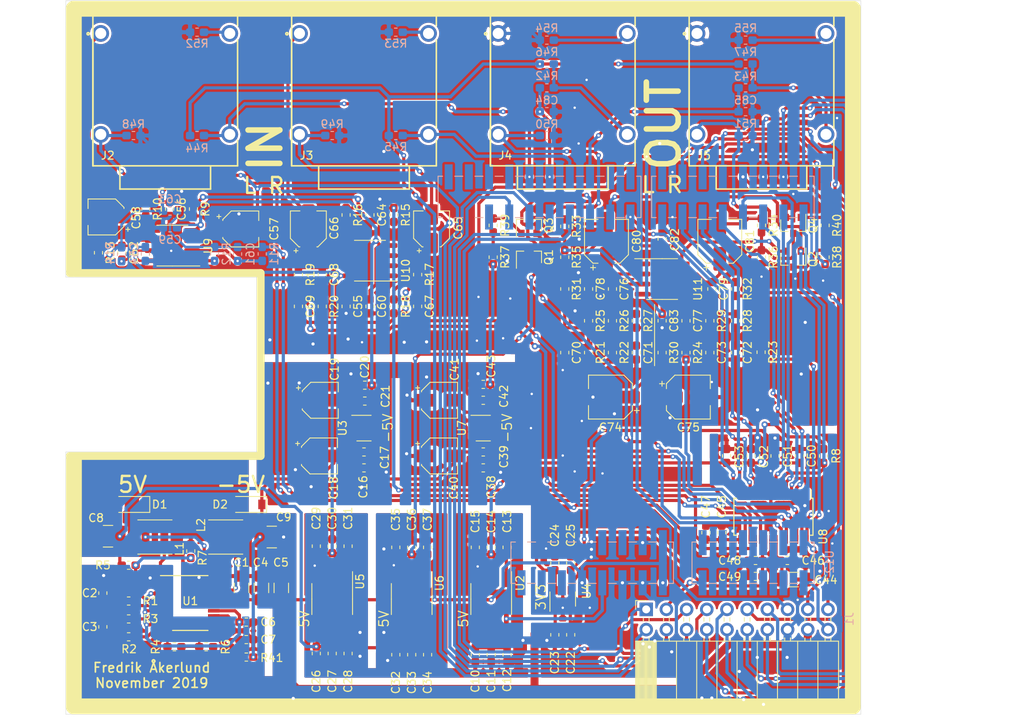
<source format=kicad_pcb>
(kicad_pcb (version 20171130) (host pcbnew "(5.1.4)-1")
  (layers (0 F.Cu signal) (31 B.Cu signal) (34 B.Paste user hide) (35 F.Paste user hide) (36 B.SilkS user) (37 F.SilkS user hide) (38 B.Mask user hide) (39 F.Mask user hide) (44 Edge.Cuts user))
  (net 0 "")
  (net 1 /GND)
  (net 2 "Net-(C2-Pad1)")
  (net 3 "Net-(C3-Pad1)")
  (net 4 "Net-(C6-Pad1)")
  (net 5 "Net-(C7-Pad2)")
  (net 6 "/Power Rail/5V_switched")
  (net 7 "/Power Rail/-5V_switched")
  (net 8 /5V_CIRRUS)
  (net 9 /-5V_ADC)
  (net 10 /3.3V_A)
  (net 11 /3.3V_B)
  (net 12 /5V_ADC)
  (net 13 /5V_DAC)
  (net 14 /-5V_DAC)
  (net 15 /VCOM)
  (net 16 /jack0_s)
  (net 17 "Net-(C62-Pad1)")
  (net 18 /jack0_t)
  (net 19 "Net-(C65-Pad1)")
  (net 20 /AIN-)
  (net 21 /AIN+)
  (net 22 "Net-(C68-Pad1)")
  (net 23 /jack1_s)
  (net 24 /jack1_t)
  (net 25 "Net-(C70-Pad2)")
  (net 26 "Net-(C71-Pad1)")
  (net 27 /BIN-)
  (net 28 /BIN+)
  (net 29 "Net-(C78-Pad1)")
  (net 30 "Net-(C79-Pad1)")
  (net 31 "Net-(D1-Pad1)")
  (net 32 "Net-(D2-Pad2)")
  (net 33 /cir_SCLK)
  (net 34 /cir_RST)
  (net 35 /cir_AD0)
  (net 36 /cir_LRCK)
  (net 37 /cir_MCLK)
  (net 38 "Net-(L1-Pad1)")
  (net 39 /AMUTEC)
  (net 40 "Net-(Q1-Pad3)")
  (net 41 /BMUTEC)
  (net 42 "Net-(Q2-Pad3)")
  (net 43 "Net-(Q3-Pad1)")
  (net 44 "Net-(Q4-Pad1)")
  (net 45 "Net-(R1-Pad1)")
  (net 46 "Net-(R2-Pad1)")
  (net 47 "Net-(R3-Pad1)")
  (net 48 "Net-(R4-Pad1)")
  (net 49 "Net-(R5-Pad1)")
  (net 50 /AOUTA-)
  (net 51 /AOUTA+)
  (net 52 /AOUTB-)
  (net 53 /AOUTB+)
  (net 54 /3V3)
  (net 55 /5V0)
  (net 56 "Net-(C44-Pad1)")
  (net 57 "Net-(C57-Pad1)")
  (net 58 "Net-(C58-Pad1)")
  (net 59 "Net-(C61-Pad2)")
  (net 60 "Net-(C62-Pad2)")
  (net 61 "Net-(C66-Pad1)")
  (net 62 "Net-(C67-Pad2)")
  (net 63 "Net-(C67-Pad1)")
  (net 64 "Net-(C68-Pad2)")
  (net 65 "Net-(C72-Pad2)")
  (net 66 "Net-(C73-Pad1)")
  (net 67 "Net-(C74-Pad1)")
  (net 68 "Net-(C75-Pad1)")
  (net 69 "Net-(C76-Pad1)")
  (net 70 "Net-(C77-Pad2)")
  (net 71 "Net-(C78-Pad2)")
  (net 72 "Net-(C79-Pad2)")
  (net 73 "Net-(C80-Pad2)")
  (net 74 /Connectors/enc_b)
  (net 75 /Connectors/enc_btn)
  (net 76 /Connectors/enc_a)
  (net 77 /Connectors/mux_s3)
  (net 78 /Connectors/mux_s2)
  (net 79 /Connectors/mux_s1)
  (net 80 /Connectors/mux_s0)
  (net 81 /Connectors/oe_led)
  (net 82 /Connectors/le_led)
  (net 83 /Connectors/sdi_led)
  (net 84 /Connectors/clk_led)
  (net 85 /cir_MISO)
  (net 86 "Net-(R12-Pad2)")
  (net 87 /cir_SDA)
  (net 88 /cir_SCL)
  (net 89 /cir_MOSI)
  (net 90 "Net-(R41-Pad1)")
  (net 91 "Net-(C81-Pad2)")
  (net 92 /Connectors/slide_swi)
  (net 93 /Connectors/pot_1)
  (net 94 /Connectors/pot_0)
  (net 95 /jack3_t)
  (net 96 /jack2_t)
  (net 97 /Connectors/jack2_plugged)
  (net 98 /Connectors/jack3_plugged)
  (net 99 "Net-(J4-PadTN1)")
  (net 100 "Net-(J5-PadTN1)")
  (net 101 /Connectors/jack0_plugged)
  (net 102 /Connectors/jack1_plugged)
  (net 103 "Net-(J2-PadSN1)")
  (net 104 "Net-(J3-PadSN1)")
  (net 105 "Net-(J4-PadSN1)")
  (net 106 "Net-(J5-PadSN1)")
  (module Resistor_SMD:R_0603_1608Metric_Pad1.05x0.95mm_HandSolder (layer B.Cu) (at 224.5 63.2 180)
    (fp_text reference R43 (at 0 1.43) (layer B.SilkS) (effects (justify mirror)))
    (fp_text value 49.9k)
    (pad 1 smd roundrect (at -0.875 0 180) (size 1.05 0.95) (layers B.Cu B.Paste B.Mask) (net 100 "Net-(J5-PadTN1)"))
    (pad 2 smd roundrect (at 0.875 0 180) (size 1.05 0.95) (layers B.Cu B.Paste B.Mask) (net 98 /Connectors/jack3_plugged))
  )
  (module Connector_PinSocket_2.54mm:PinSocket_2x10_P2.54mm_Horizontal (layer F.Cu) (at 212 128.8 90)
    (fp_text reference J1 (at -1.21 25.56 90) (layer B.SilkS) (effects (justify mirror)))
    (fp_text value CTRL_IF)
    (pad 20 thru_hole oval (at -2.54 22.86 90) (size 1.7 1.7) (drill 1) (layers *.Cu *.Mask) (net 92 /Connectors/slide_swi))
    (pad 19 thru_hole oval (at 0 22.86 90) (size 1.7 1.7) (drill 1) (layers *.Cu *.Mask) (net 93 /Connectors/pot_1))
    (pad 18 thru_hole oval (at -2.54 20.32 90) (size 1.7 1.7) (drill 1) (layers *.Cu *.Mask) (net 54 /3V3))
    (pad 17 thru_hole oval (at 0 20.32 90) (size 1.7 1.7) (drill 1) (layers *.Cu *.Mask) (net 95 /jack3_t))
    (pad 16 thru_hole oval (at -2.54 17.78 90) (size 1.7 1.7) (drill 1) (layers *.Cu *.Mask) (net 1 /GND))
    (pad 15 thru_hole oval (at 0 17.78 90) (size 1.7 1.7) (drill 1) (layers *.Cu *.Mask) (net 96 /jack2_t))
    (pad 14 thru_hole oval (at -2.54 15.24 90) (size 1.7 1.7) (drill 1) (layers *.Cu *.Mask) (net 74 /Connectors/enc_b))
    (pad 13 thru_hole oval (at 0 15.24 90) (size 1.7 1.7) (drill 1) (layers *.Cu *.Mask) (net 75 /Connectors/enc_btn))
    (pad 12 thru_hole oval (at -2.54 12.7 90) (size 1.7 1.7) (drill 1) (layers *.Cu *.Mask) (net 76 /Connectors/enc_a))
    (pad 11 thru_hole oval (at 0 12.7 90) (size 1.7 1.7) (drill 1) (layers *.Cu *.Mask) (net 77 /Connectors/mux_s3))
    (pad 10 thru_hole oval (at -2.54 10.16 90) (size 1.7 1.7) (drill 1) (layers *.Cu *.Mask) (net 78 /Connectors/mux_s2))
    (pad 9 thru_hole oval (at 0 10.16 90) (size 1.7 1.7) (drill 1) (layers *.Cu *.Mask) (net 79 /Connectors/mux_s1))
    (pad 8 thru_hole oval (at -2.54 7.62 90) (size 1.7 1.7) (drill 1) (layers *.Cu *.Mask) (net 80 /Connectors/mux_s0))
    (pad 7 thru_hole oval (at 0 7.62 90) (size 1.7 1.7) (drill 1) (layers *.Cu *.Mask) (net 81 /Connectors/oe_led))
    (pad 6 thru_hole oval (at -2.54 5.08 90) (size 1.7 1.7) (drill 1) (layers *.Cu *.Mask) (net 82 /Connectors/le_led))
    (pad 5 thru_hole oval (at 0 5.08 90) (size 1.7 1.7) (drill 1) (layers *.Cu *.Mask) (net 83 /Connectors/sdi_led))
    (pad 4 thru_hole oval (at -2.54 2.54 90) (size 1.7 1.7) (drill 1) (layers *.Cu *.Mask) (net 84 /Connectors/clk_led))
    (pad 3 thru_hole oval (at 0 2.54 90) (size 1.7 1.7) (drill 1) (layers *.Cu *.Mask) (net 94 /Connectors/pot_0))
    (pad 2 thru_hole oval (at -2.54 0 90) (size 1.7 1.7) (drill 1) (layers *.Cu *.Mask) (net 24 /jack1_t))
    (pad 1 thru_hole rect (at 0 0 90) (size 1.7 1.7) (drill 1) (layers *.Cu *.Mask) (net 18 /jack0_t))
  )
  (module f_library:chipKIT (layer F.Cu) (at 187.15 76.77)
    (fp_text reference U12 (at 47.92 46.06 270) (layer B.SilkS) (effects (justify mirror)))
    (fp_text value chip_kit)
    (pad 1 smd rect (at 9.16 48.685 270) (size 3.15 1) (layers B.Cu B.Paste B.Mask))
    (pad 10 smd rect (at 24.4 43.635 270) (size 3.15 1) (layers B.Cu B.Paste B.Mask) (net 1 /GND))
    (pad 11 smd rect (at 26.94 48.685 270) (size 3.15 1) (layers B.Cu B.Paste B.Mask) (net 54 /3V3))
    (pad 6 smd rect (at 19.32 43.635 270) (size 3.15 1) (layers B.Cu B.Paste B.Mask))
    (pad 9 smd rect (at 24.4 48.685 270) (size 3.15 1) (layers B.Cu B.Paste B.Mask) (net 1 /GND))
    (pad 12 smd rect (at 26.94 43.635 270) (size 3.15 1) (layers B.Cu B.Paste B.Mask) (net 54 /3V3))
    (pad 3 smd rect (at 14.24 48.685 270) (size 3.15 1) (layers B.Cu B.Paste B.Mask))
    (pad 8 smd rect (at 21.86 43.635 270) (size 3.15 1) (layers B.Cu B.Paste B.Mask))
    (pad 5 smd rect (at 19.32 48.685 270) (size 3.15 1) (layers B.Cu B.Paste B.Mask) (net 55 /5V0))
    (pad 2 smd rect (at 11.7 48.685 270) (size 3.15 1) (layers B.Cu B.Paste B.Mask))
    (pad 4 smd rect (at 16.78 48.685 270) (size 3.15 1) (layers B.Cu B.Paste B.Mask) (net 54 /3V3))
    (pad 7 smd rect (at 21.86 48.685 270) (size 3.15 1) (layers B.Cu B.Paste B.Mask) (net 1 /GND))
    (pad 15 smd rect (at 34.48 48.685 270) (size 3.15 1) (layers B.Cu B.Paste B.Mask))
    (pad 21 smd rect (at 42.1 48.685 270) (size 3.15 1) (layers B.Cu B.Paste B.Mask))
    (pad 23 smd rect (at 44.64 48.685 270) (size 3.15 1) (layers B.Cu B.Paste B.Mask) (net 92 /Connectors/slide_swi))
    (pad 14 smd rect (at 31.94 43.635 270) (size 3.15 1) (layers B.Cu B.Paste B.Mask))
    (pad 19 smd rect (at 39.56 48.685 270) (size 3.15 1) (layers B.Cu B.Paste B.Mask))
    (pad 24 smd rect (at 44.64 43.635 270) (size 3.15 1) (layers B.Cu B.Paste B.Mask) (net 93 /Connectors/pot_1))
    (pad 22 smd rect (at 42.1 43.635 270) (size 3.15 1) (layers B.Cu B.Paste B.Mask))
    (pad 17 smd rect (at 37.02 48.685 270) (size 3.15 1) (layers B.Cu B.Paste B.Mask))
    (pad 18 smd rect (at 37.02 43.635 270) (size 3.15 1) (layers B.Cu B.Paste B.Mask))
    (pad 20 smd rect (at 39.56 43.635 270) (size 3.15 1) (layers B.Cu B.Paste B.Mask))
    (pad 13 smd rect (at 31.94 48.685 270) (size 3.15 1) (layers B.Cu B.Paste B.Mask) (net 94 /Connectors/pot_0))
    (pad 16 smd rect (at 34.48 43.635 270) (size 3.15 1) (layers B.Cu B.Paste B.Mask))
    (pad 33 smd rect (at 12.7 2.675 270) (size 3.15 1) (layers B.Cu B.Paste B.Mask) (net 83 /Connectors/sdi_led))
    (pad 36 smd rect (at 15.24 -2.375 270) (size 3.15 1) (layers B.Cu B.Paste B.Mask) (net 102 /Connectors/jack1_plugged))
    (pad 40 smd rect (at 20.32 -2.375 270) (size 3.15 1) (layers B.Cu B.Paste B.Mask))
    (pad 41 smd rect (at 22.86 2.675 270) (size 3.15 1) (layers B.Cu B.Paste B.Mask) (net 34 /cir_RST))
    (pad 25 smd rect (at 0 -2.375 270) (size 3.15 1) (layers B.Cu B.Paste B.Mask))
    (pad 30 smd rect (at 7.62 -2.375 270) (size 3.15 1) (layers B.Cu B.Paste B.Mask))
    (pad 27 smd rect (at 5.08 2.675 270) (size 3.15 1) (layers B.Cu B.Paste B.Mask))
    (pad 39 smd rect (at 20.32 2.675 270) (size 3.15 1) (layers B.Cu B.Paste B.Mask) (net 41 /BMUTEC))
    (pad 35 smd rect (at 15.24 2.675 270) (size 3.15 1) (layers B.Cu B.Paste B.Mask) (net 84 /Connectors/clk_led))
    (pad 38 smd rect (at 17.78 -2.375 270) (size 3.15 1) (layers B.Cu B.Paste B.Mask) (net 98 /Connectors/jack3_plugged))
    (pad 26 smd rect (at 2.54 -2.375 270) (size 3.15 1) (layers B.Cu B.Paste B.Mask))
    (pad 32 smd rect (at 10.16 -2.375 270) (size 3.15 1) (layers B.Cu B.Paste B.Mask) (net 101 /Connectors/jack0_plugged))
    (pad 34 smd rect (at 12.7 -2.375 270) (size 3.15 1) (layers B.Cu B.Paste B.Mask) (net 97 /Connectors/jack2_plugged))
    (pad 29 smd rect (at 7.62 2.675 270) (size 3.15 1) (layers B.Cu B.Paste B.Mask) (net 81 /Connectors/oe_led))
    (pad 37 smd rect (at 17.78 2.675 270) (size 3.15 1) (layers B.Cu B.Paste B.Mask) (net 39 /AMUTEC))
    (pad 31 smd rect (at 10.16 2.675 270) (size 3.15 1) (layers B.Cu B.Paste B.Mask) (net 82 /Connectors/le_led))
    (pad 42 smd rect (at 22.86 -2.375 270) (size 3.15 1) (layers B.Cu B.Paste B.Mask))
    (pad 28 smd rect (at 5.08 -2.375 270) (size 3.15 1) (layers B.Cu B.Paste B.Mask))
    (pad 51 smd rect (at 37.02 2.675 270) (size 3.15 1) (layers B.Cu B.Paste B.Mask) (net 33 /cir_SCLK))
    (pad 58 smd rect (at 44.64 -2.375 270) (size 3.15 1) (layers B.Cu B.Paste B.Mask) (net 74 /Connectors/enc_b))
    (pad 55 smd rect (at 42.1 2.675 270) (size 3.15 1) (layers B.Cu B.Paste B.Mask) (net 89 /cir_MOSI))
    (pad 57 smd rect (at 44.64 2.675 270) (size 3.15 1) (layers B.Cu B.Paste B.Mask) (net 85 /cir_MISO))
    (pad 50 smd rect (at 34.48 -2.375 270) (size 3.15 1) (layers B.Cu B.Paste B.Mask) (net 78 /Connectors/mux_s2))
    (pad 52 smd rect (at 37.02 -2.375 270) (size 3.15 1) (layers B.Cu B.Paste B.Mask) (net 77 /Connectors/mux_s3))
    (pad 53 smd rect (at 39.56 2.675 270) (size 3.15 1) (layers B.Cu B.Paste B.Mask) (net 36 /cir_LRCK))
    (pad 56 smd rect (at 42.1 -2.375 270) (size 3.15 1) (layers B.Cu B.Paste B.Mask) (net 76 /Connectors/enc_a))
    (pad 54 smd rect (at 39.56 -2.375 270) (size 3.15 1) (layers B.Cu B.Paste B.Mask) (net 75 /Connectors/enc_btn))
    (pad 44 smd rect (at 26.86 -2.375 270) (size 3.15 1) (layers B.Cu B.Paste B.Mask))
    (pad 45 smd rect (at 29.4 2.675 270) (size 3.15 1) (layers B.Cu B.Paste B.Mask) (net 88 /cir_SCL))
    (pad 46 smd rect (at 29.4 -2.375 270) (size 3.15 1) (layers B.Cu B.Paste B.Mask) (net 80 /Connectors/mux_s0))
    (pad 47 smd rect (at 31.94 2.675 270) (size 3.15 1) (layers B.Cu B.Paste B.Mask) (net 35 /cir_AD0))
    (pad 48 smd rect (at 31.94 -2.375 270) (size 3.15 1) (layers B.Cu B.Paste B.Mask) (net 79 /Connectors/mux_s1))
    (pad 49 smd rect (at 34.48 2.675 270) (size 3.15 1) (layers B.Cu B.Paste B.Mask) (net 37 /cir_MCLK))
    (pad 43 smd rect (at 26.86 2.675 270) (size 3.15 1) (layers B.Cu B.Paste B.Mask) (net 87 /cir_SDA))
  )
  (module Capacitor_SMD:C_0603_1608Metric_Pad1.05x0.95mm_HandSolder (layer B.Cu) (at 152.1 80.8)
    (fp_text reference C59 (at 0 1.5) (layer B.SilkS) (effects (justify mirror)))
    (fp_text value 2.2uF)
    (pad 2 smd roundrect (at 0.875 0) (size 1.05 0.95) (layers B.Cu B.Paste B.Mask) (net 9 /-5V_ADC))
    (pad 1 smd roundrect (at -0.875 0) (size 1.05 0.95) (layers B.Cu B.Paste B.Mask) (net 1 /GND))
  )
  (module Inductor_SMD:L_Coilcraft_XxL4040 (layer F.Cu) (at 159.1 119.7 180)
    (fp_text reference L2 (at 3.1 1.5 90) (layer F.SilkS))
    (fp_text value 3.3uH)
    (pad 2 smd rect (at 1.185 0 180) (size 0.98 3.4) (layers F.Cu F.Paste F.Mask) (net 1 /GND))
    (pad 1 smd rect (at -1.185 0 180) (size 0.98 3.4) (layers F.Cu F.Paste F.Mask) (net 32 "Net-(D2-Pad2)"))
  )
  (module Inductor_SMD:L_Coilcraft_XxL4040 (layer F.Cu) (at 150.2 119.7 180)
    (fp_text reference L1 (at -3.1 -1.5 90) (layer F.SilkS))
    (fp_text value 2.2uH)
    (pad 2 smd rect (at 1.185 0 180) (size 0.98 3.4) (layers F.Cu F.Paste F.Mask) (net 31 "Net-(D1-Pad1)"))
    (pad 1 smd rect (at -1.185 0 180) (size 0.98 3.4) (layers F.Cu F.Paste F.Mask) (net 38 "Net-(L1-Pad1)"))
  )
  (module Package_SO:TSSOP-28_4.4x9.7mm_P0.65mm (layer F.Cu) (at 228 117.15 270)
    (fp_text reference U8 (at 2.5 -6.25 90) (layer F.SilkS))
    (fp_text value CS4272)
    (pad 28 smd rect (at 2.85 -4.225 270) (size 1.1 0.4) (layers F.Cu F.Paste F.Mask) (net 41 /BMUTEC))
    (pad 27 smd rect (at 2.85 -3.575 270) (size 1.1 0.4) (layers F.Cu F.Paste F.Mask) (net 52 /AOUTB-))
    (pad 26 smd rect (at 2.85 -2.925 270) (size 1.1 0.4) (layers F.Cu F.Paste F.Mask) (net 53 /AOUTB+))
    (pad 25 smd rect (at 2.85 -2.275 270) (size 1.1 0.4) (layers F.Cu F.Paste F.Mask) (net 51 /AOUTA+))
    (pad 24 smd rect (at 2.85 -1.625 270) (size 1.1 0.4) (layers F.Cu F.Paste F.Mask) (net 50 /AOUTA-))
    (pad 23 smd rect (at 2.85 -0.975 270) (size 1.1 0.4) (layers F.Cu F.Paste F.Mask) (net 39 /AMUTEC))
    (pad 22 smd rect (at 2.85 -0.325 270) (size 1.1 0.4) (layers F.Cu F.Paste F.Mask) (net 56 "Net-(C44-Pad1)"))
    (pad 21 smd rect (at 2.85 0.325 270) (size 1.1 0.4) (layers F.Cu F.Paste F.Mask) (net 1 /GND))
    (pad 20 smd rect (at 2.85 0.975 270) (size 1.1 0.4) (layers F.Cu F.Paste F.Mask) (net 10 /3.3V_A))
    (pad 19 smd rect (at 2.85 1.625 270) (size 1.1 0.4) (layers F.Cu F.Paste F.Mask) (net 27 /BIN-))
    (pad 18 smd rect (at 2.85 2.275 270) (size 1.1 0.4) (layers F.Cu F.Paste F.Mask) (net 28 /BIN+))
    (pad 17 smd rect (at 2.85 2.925 270) (size 1.1 0.4) (layers F.Cu F.Paste F.Mask) (net 21 /AIN+))
    (pad 16 smd rect (at 2.85 3.575 270) (size 1.1 0.4) (layers F.Cu F.Paste F.Mask) (net 20 /AIN-))
    (pad 15 smd rect (at 2.85 4.225 270) (size 1.1 0.4) (layers F.Cu F.Paste F.Mask) (net 15 /VCOM))
    (pad 14 smd rect (at -2.85 4.225 270) (size 1.1 0.4) (layers F.Cu F.Paste F.Mask) (net 34 /cir_RST))
    (pad 13 smd rect (at -2.85 3.575 270) (size 1.1 0.4) (layers F.Cu F.Paste F.Mask) (net 35 /cir_AD0))
    (pad 12 smd rect (at -2.85 2.925 270) (size 1.1 0.4) (layers F.Cu F.Paste F.Mask) (net 87 /cir_SDA))
    (pad 11 smd rect (at -2.85 2.275 270) (size 1.1 0.4) (layers F.Cu F.Paste F.Mask) (net 88 /cir_SCL))
    (pad 10 smd rect (at -2.85 1.625 270) (size 1.1 0.4) (layers F.Cu F.Paste F.Mask) (net 8 /5V_CIRRUS))
    (pad 9 smd rect (at -2.85 0.975 270) (size 1.1 0.4) (layers F.Cu F.Paste F.Mask) (net 11 /3.3V_B))
    (pad 8 smd rect (at -2.85 0.325 270) (size 1.1 0.4) (layers F.Cu F.Paste F.Mask) (net 1 /GND))
    (pad 7 smd rect (at -2.85 -0.325 270) (size 1.1 0.4) (layers F.Cu F.Paste F.Mask) (net 89 /cir_MOSI))
    (pad 6 smd rect (at -2.85 -0.975 270) (size 1.1 0.4) (layers F.Cu F.Paste F.Mask) (net 85 /cir_MISO))
    (pad 5 smd rect (at -2.85 -1.625 270) (size 1.1 0.4) (layers F.Cu F.Paste F.Mask) (net 33 /cir_SCLK))
    (pad 4 smd rect (at -2.85 -2.275 270) (size 1.1 0.4) (layers F.Cu F.Paste F.Mask) (net 36 /cir_LRCK))
    (pad 3 smd rect (at -2.85 -2.925 270) (size 1.1 0.4) (layers F.Cu F.Paste F.Mask) (net 37 /cir_MCLK))
    (pad 2 smd rect (at -2.85 -3.575 270) (size 1.1 0.4) (layers F.Cu F.Paste F.Mask) (net 1 /GND))
    (pad 1 smd rect (at -2.85 -4.225 270) (size 1.1 0.4) (layers F.Cu F.Paste F.Mask))
  )
  (module Package_TO_SOT_SMD:SOT-23-5 (layer F.Cu) (at 191.5 106)
    (fp_text reference U7 (at -2.7 0 270) (layer F.SilkS))
    (fp_text value ADP7182)
    (pad 5 smd rect (at 1.1 -0.95) (size 1.06 0.65) (layers F.Cu F.Paste F.Mask) (net 14 /-5V_DAC))
    (pad 4 smd rect (at 1.1 0.95) (size 1.06 0.65) (layers F.Cu F.Paste F.Mask))
    (pad 3 smd rect (at -1.1 0.95) (size 1.06 0.65) (layers F.Cu F.Paste F.Mask) (net 7 "/Power Rail/-5V_switched"))
    (pad 2 smd rect (at -1.1 0) (size 1.06 0.65) (layers F.Cu F.Paste F.Mask) (net 7 "/Power Rail/-5V_switched"))
    (pad 1 smd rect (at -1.1 -0.95) (size 1.06 0.65) (layers F.Cu F.Paste F.Mask) (net 1 /GND))
  )
  (module Package_TO_SOT_SMD:SOT-23-5 (layer F.Cu) (at 176.5 106)
    (fp_text reference U3 (at -2.7 0 90) (layer F.SilkS))
    (fp_text value ADP7182)
    (pad 5 smd rect (at 1.1 -0.95) (size 1.06 0.65) (layers F.Cu F.Paste F.Mask) (net 9 /-5V_ADC))
    (pad 4 smd rect (at 1.1 0.95) (size 1.06 0.65) (layers F.Cu F.Paste F.Mask))
    (pad 3 smd rect (at -1.1 0.95) (size 1.06 0.65) (layers F.Cu F.Paste F.Mask) (net 7 "/Power Rail/-5V_switched"))
    (pad 2 smd rect (at -1.1 0) (size 1.06 0.65) (layers F.Cu F.Paste F.Mask) (net 7 "/Power Rail/-5V_switched"))
    (pad 1 smd rect (at -1.1 -0.95) (size 1.06 0.65) (layers F.Cu F.Paste F.Mask) (net 1 /GND))
  )
  (module Package_SO:TSSOP-20_4.4x6.5mm_P0.65mm (layer F.Cu) (at 154.65 128)
    (fp_text reference U1 (at 0 -0.25) (layer F.SilkS))
    (fp_text value ADP5071)
    (pad 20 smd rect (at 2.95 -2.925) (size 1.45 0.45) (layers F.Cu F.Paste F.Mask) (net 31 "Net-(D1-Pad1)"))
    (pad 19 smd rect (at 2.95 -2.275) (size 1.45 0.45) (layers F.Cu F.Paste F.Mask) (net 1 /GND))
    (pad 18 smd rect (at 2.95 -1.625) (size 1.45 0.45) (layers F.Cu F.Paste F.Mask) (net 32 "Net-(D2-Pad2)"))
    (pad 17 smd rect (at 2.95 -0.975) (size 1.45 0.45) (layers F.Cu F.Paste F.Mask) (net 54 /3V3))
    (pad 16 smd rect (at 2.95 -0.325) (size 1.45 0.45) (layers F.Cu F.Paste F.Mask) (net 54 /3V3))
    (pad 15 smd rect (at 2.95 0.325) (size 1.45 0.45) (layers F.Cu F.Paste F.Mask) (net 54 /3V3))
    (pad 14 smd rect (at 2.95 0.975) (size 1.45 0.45) (layers F.Cu F.Paste F.Mask) (net 4 "Net-(C6-Pad1)"))
    (pad 13 smd rect (at 2.95 1.625) (size 1.45 0.45) (layers F.Cu F.Paste F.Mask) (net 1 /GND))
    (pad 12 smd rect (at 2.95 2.275) (size 1.45 0.45) (layers F.Cu F.Paste F.Mask) (net 5 "Net-(C7-Pad2)"))
    (pad 11 smd rect (at 2.95 2.925) (size 1.45 0.45) (layers F.Cu F.Paste F.Mask) (net 48 "Net-(R4-Pad1)"))
    (pad 10 smd rect (at -2.95 2.925) (size 1.45 0.45) (layers F.Cu F.Paste F.Mask) (net 46 "Net-(R2-Pad1)"))
    (pad 9 smd rect (at -2.95 2.275) (size 1.45 0.45) (layers F.Cu F.Paste F.Mask) (net 4 "Net-(C6-Pad1)"))
    (pad 8 smd rect (at -2.95 1.625) (size 1.45 0.45) (layers F.Cu F.Paste F.Mask) (net 47 "Net-(R3-Pad1)"))
    (pad 7 smd rect (at -2.95 0.975) (size 1.45 0.45) (layers F.Cu F.Paste F.Mask) (net 4 "Net-(C6-Pad1)"))
    (pad 6 smd rect (at -2.95 0.325) (size 1.45 0.45) (layers F.Cu F.Paste F.Mask) (net 45 "Net-(R1-Pad1)"))
    (pad 5 smd rect (at -2.95 -0.325) (size 1.45 0.45) (layers F.Cu F.Paste F.Mask) (net 49 "Net-(R5-Pad1)"))
    (pad 4 smd rect (at -2.95 -0.975) (size 1.45 0.45) (layers F.Cu F.Paste F.Mask) (net 4 "Net-(C6-Pad1)"))
    (pad 3 smd rect (at -2.95 -1.625) (size 1.45 0.45) (layers F.Cu F.Paste F.Mask) (net 4 "Net-(C6-Pad1)"))
    (pad 2 smd rect (at -2.95 -2.275) (size 1.45 0.45) (layers F.Cu F.Paste F.Mask) (net 1 /GND))
    (pad 1 smd rect (at -2.95 -2.925) (size 1.45 0.45) (layers F.Cu F.Paste F.Mask) (net 38 "Net-(L1-Pad1)"))
  )
  (module Resistor_SMD:R_0603_1608Metric_Pad1.05x0.95mm_HandSolder (layer F.Cu) (at 234.5 80.5 270)
    (fp_text reference R40 (at 0 -1.5 90) (layer F.SilkS))
    (fp_text value 2k)
    (pad 2 smd roundrect (at 0.875 0 270) (size 1.05 0.95) (layers F.Cu F.Paste F.Mask) (net 42 "Net-(Q2-Pad3)"))
    (pad 1 smd roundrect (at -0.875 0 270) (size 1.05 0.95) (layers F.Cu F.Paste F.Mask) (net 44 "Net-(Q4-Pad1)"))
  )
  (module Resistor_SMD:R_0603_1608Metric_Pad1.05x0.95mm_HandSolder (layer F.Cu) (at 192.75 80.5 270)
    (fp_text reference R39 (at 0 -1.5 90) (layer F.SilkS))
    (fp_text value 2k)
    (pad 2 smd roundrect (at 0.875 0 270) (size 1.05 0.95) (layers F.Cu F.Paste F.Mask) (net 40 "Net-(Q1-Pad3)"))
    (pad 1 smd roundrect (at -0.875 0 270) (size 1.05 0.95) (layers F.Cu F.Paste F.Mask) (net 43 "Net-(Q3-Pad1)"))
  )
  (module Resistor_SMD:R_0603_1608Metric_Pad1.05x0.95mm_HandSolder (layer F.Cu) (at 234.5 84.5 90)
    (fp_text reference R38 (at 0 1.5 90) (layer F.SilkS))
    (fp_text value 10k)
    (pad 2 smd roundrect (at 0.875 0 90) (size 1.05 0.95) (layers F.Cu F.Paste F.Mask) (net 42 "Net-(Q2-Pad3)"))
    (pad 1 smd roundrect (at -0.875 0 90) (size 1.05 0.95) (layers F.Cu F.Paste F.Mask) (net 14 /-5V_DAC))
  )
  (module Resistor_SMD:R_0603_1608Metric_Pad1.05x0.95mm_HandSolder (layer F.Cu) (at 192.75 84.5 90)
    (fp_text reference R37 (at 0 1.5 90) (layer F.SilkS))
    (fp_text value 10k)
    (pad 2 smd roundrect (at 0.875 0 90) (size 1.05 0.95) (layers F.Cu F.Paste F.Mask) (net 40 "Net-(Q1-Pad3)"))
    (pad 1 smd roundrect (at -0.875 0 90) (size 1.05 0.95) (layers F.Cu F.Paste F.Mask) (net 14 /-5V_DAC))
  )
  (module Resistor_SMD:R_0603_1608Metric_Pad1.05x0.95mm_HandSolder (layer F.Cu) (at 226.5 84.5 90)
    (fp_text reference R36 (at 0 1.5 90) (layer F.SilkS))
    (fp_text value 47k)
    (pad 2 smd roundrect (at 0.875 0 90) (size 1.05 0.95) (layers F.Cu F.Paste F.Mask) (net 95 /jack3_t))
    (pad 1 smd roundrect (at -0.875 0 90) (size 1.05 0.95) (layers F.Cu F.Paste F.Mask) (net 1 /GND))
  )
  (module Resistor_SMD:R_0603_1608Metric_Pad1.05x0.95mm_HandSolder (layer F.Cu) (at 201.75 84.5 90)
    (fp_text reference R35 (at 0 1.5 90) (layer F.SilkS))
    (fp_text value 47k)
    (pad 2 smd roundrect (at 0.875 0 90) (size 1.05 0.95) (layers F.Cu F.Paste F.Mask) (net 96 /jack2_t))
    (pad 1 smd roundrect (at -0.875 0 90) (size 1.05 0.95) (layers F.Cu F.Paste F.Mask) (net 1 /GND))
  )
  (module Resistor_SMD:R_0603_1608Metric_Pad1.05x0.95mm_HandSolder (layer F.Cu) (at 226.5 80.5 90)
    (fp_text reference R34 (at 0 1.5 90) (layer F.SilkS))
    (fp_text value 560R)
    (pad 2 smd roundrect (at 0.875 0 90) (size 1.05 0.95) (layers F.Cu F.Paste F.Mask) (net 91 "Net-(C81-Pad2)"))
    (pad 1 smd roundrect (at -0.875 0 90) (size 1.05 0.95) (layers F.Cu F.Paste F.Mask) (net 95 /jack3_t))
  )
  (module Resistor_SMD:R_0603_1608Metric_Pad1.05x0.95mm_HandSolder (layer F.Cu) (at 201.75 80.625 90)
    (fp_text reference R33 (at 0 1.5 90) (layer F.SilkS))
    (fp_text value 560R)
    (pad 2 smd roundrect (at 0.875 0 90) (size 1.05 0.95) (layers F.Cu F.Paste F.Mask) (net 73 "Net-(C80-Pad2)"))
    (pad 1 smd roundrect (at -0.875 0 90) (size 1.05 0.95) (layers F.Cu F.Paste F.Mask) (net 96 /jack2_t))
  )
  (module Resistor_SMD:R_0603_1608Metric_Pad1.05x0.95mm_HandSolder (layer F.Cu) (at 223.25 88.5 270)
    (fp_text reference R32 (at 0 -1.5 90) (layer F.SilkS))
    (fp_text value 4.99k)
    (pad 2 smd roundrect (at 0.875 0 270) (size 1.05 0.95) (layers F.Cu F.Paste F.Mask) (net 65 "Net-(C72-Pad2)"))
    (pad 1 smd roundrect (at -0.875 0 270) (size 1.05 0.95) (layers F.Cu F.Paste F.Mask) (net 30 "Net-(C79-Pad1)"))
  )
  (module Resistor_SMD:R_0603_1608Metric_Pad1.05x0.95mm_HandSolder (layer F.Cu) (at 201.75 88.5 270)
    (fp_text reference R31 (at 0 -1.5 90) (layer F.SilkS))
    (fp_text value 4.99k)
    (pad 2 smd roundrect (at 0.875 0 270) (size 1.05 0.95) (layers F.Cu F.Paste F.Mask) (net 25 "Net-(C70-Pad2)"))
    (pad 1 smd roundrect (at -0.875 0 270) (size 1.05 0.95) (layers F.Cu F.Paste F.Mask) (net 29 "Net-(C78-Pad1)"))
  )
  (module Resistor_SMD:R_0603_1608Metric_Pad1.05x0.95mm_HandSolder (layer F.Cu) (at 214 96.5 270)
    (fp_text reference R30 (at 0 -1.5 90) (layer F.SilkS))
    (fp_text value 1.5k)
    (pad 2 smd roundrect (at 0.875 0 270) (size 1.05 0.95) (layers F.Cu F.Paste F.Mask) (net 68 "Net-(C75-Pad1)"))
    (pad 1 smd roundrect (at -0.875 0 270) (size 1.05 0.95) (layers F.Cu F.Paste F.Mask) (net 66 "Net-(C73-Pad1)"))
  )
  (module Resistor_SMD:R_0603_1608Metric_Pad1.05x0.95mm_HandSolder (layer F.Cu) (at 220 92.5 90)
    (fp_text reference R29 (at 0 1.5 90) (layer F.SilkS))
    (fp_text value 715R)
    (pad 2 smd roundrect (at 0.875 0 90) (size 1.05 0.95) (layers F.Cu F.Paste F.Mask) (net 70 "Net-(C77-Pad2)"))
    (pad 1 smd roundrect (at -0.875 0 90) (size 1.05 0.95) (layers F.Cu F.Paste F.Mask) (net 66 "Net-(C73-Pad1)"))
  )
  (module Resistor_SMD:R_0603_1608Metric_Pad1.05x0.95mm_HandSolder (layer F.Cu) (at 223.25 92.5 270)
    (fp_text reference R28 (at 0 -1.5 90) (layer F.SilkS))
    (fp_text value 2.32k)
    (pad 2 smd roundrect (at 0.875 0 270) (size 1.05 0.95) (layers F.Cu F.Paste F.Mask) (net 65 "Net-(C72-Pad2)"))
    (pad 1 smd roundrect (at -0.875 0 270) (size 1.05 0.95) (layers F.Cu F.Paste F.Mask) (net 72 "Net-(C79-Pad2)"))
  )
  (module Resistor_SMD:R_0603_1608Metric_Pad1.05x0.95mm_HandSolder (layer F.Cu) (at 210.75 92.5 270)
    (fp_text reference R27 (at 0 -1.5 90) (layer F.SilkS))
    (fp_text value 1.5k)
    (pad 2 smd roundrect (at 0.875 0 270) (size 1.05 0.95) (layers F.Cu F.Paste F.Mask) (net 67 "Net-(C74-Pad1)"))
    (pad 1 smd roundrect (at -0.875 0 270) (size 1.05 0.95) (layers F.Cu F.Paste F.Mask) (net 26 "Net-(C71-Pad1)"))
  )
  (module Resistor_SMD:R_0603_1608Metric_Pad1.05x0.95mm_HandSolder (layer F.Cu) (at 207.75 92.5 90)
    (fp_text reference R26 (at 0 1.5 90) (layer F.SilkS))
    (fp_text value 715R)
    (pad 2 smd roundrect (at 0.875 0 90) (size 1.05 0.95) (layers F.Cu F.Paste F.Mask) (net 69 "Net-(C76-Pad1)"))
    (pad 1 smd roundrect (at -0.875 0 90) (size 1.05 0.95) (layers F.Cu F.Paste F.Mask) (net 26 "Net-(C71-Pad1)"))
  )
  (module Resistor_SMD:R_0603_1608Metric_Pad1.05x0.95mm_HandSolder (layer F.Cu) (at 204.75 92.5 270)
    (fp_text reference R25 (at 0 -1.5 90) (layer F.SilkS))
    (fp_text value 2.32k)
    (pad 2 smd roundrect (at 0.875 0 270) (size 1.05 0.95) (layers F.Cu F.Paste F.Mask) (net 25 "Net-(C70-Pad2)"))
    (pad 1 smd roundrect (at -0.875 0 270) (size 1.05 0.95) (layers F.Cu F.Paste F.Mask) (net 71 "Net-(C78-Pad2)"))
  )
  (module Resistor_SMD:R_0603_1608Metric_Pad1.05x0.95mm_HandSolder (layer F.Cu) (at 217 96.5 90)
    (fp_text reference R24 (at 0 1.5 90) (layer F.SilkS))
    (fp_text value 1.33k)
    (pad 2 smd roundrect (at 0.875 0 90) (size 1.05 0.95) (layers F.Cu F.Paste F.Mask) (net 66 "Net-(C73-Pad1)"))
    (pad 1 smd roundrect (at -0.875 0 90) (size 1.05 0.95) (layers F.Cu F.Paste F.Mask) (net 53 /AOUTB+))
  )
  (module Resistor_SMD:R_0603_1608Metric_Pad1.05x0.95mm_HandSolder (layer F.Cu) (at 226.45 96.45 270)
    (fp_text reference R23 (at 0 -1.5 90) (layer F.SilkS))
    (fp_text value 4.42k)
    (pad 2 smd roundrect (at 0.875 0 270) (size 1.05 0.95) (layers F.Cu F.Paste F.Mask) (net 52 /AOUTB-))
    (pad 1 smd roundrect (at -0.875 0 270) (size 1.05 0.95) (layers F.Cu F.Paste F.Mask) (net 65 "Net-(C72-Pad2)"))
  )
  (module Resistor_SMD:R_0603_1608Metric_Pad1.05x0.95mm_HandSolder (layer F.Cu) (at 207.75 96.5 90)
    (fp_text reference R22 (at 0 1.5 90) (layer F.SilkS))
    (fp_text value 1.33k)
    (pad 2 smd roundrect (at 0.875 0 90) (size 1.05 0.95) (layers F.Cu F.Paste F.Mask) (net 26 "Net-(C71-Pad1)"))
    (pad 1 smd roundrect (at -0.875 0 90) (size 1.05 0.95) (layers F.Cu F.Paste F.Mask) (net 51 /AOUTA+))
  )
  (module Resistor_SMD:R_0603_1608Metric_Pad1.05x0.95mm_HandSolder (layer F.Cu) (at 204.75 96.5 270)
    (fp_text reference R21 (at 0 -1.5 90) (layer F.SilkS))
    (fp_text value 4.42k)
    (pad 2 smd roundrect (at 0.875 0 270) (size 1.05 0.95) (layers F.Cu F.Paste F.Mask) (net 50 /AOUTA-))
    (pad 1 smd roundrect (at -0.875 0 270) (size 1.05 0.95) (layers F.Cu F.Paste F.Mask) (net 25 "Net-(C70-Pad2)"))
  )
  (module Resistor_SMD:R_0603_1608Metric_Pad1.05x0.95mm_HandSolder (layer F.Cu) (at 171.25 90.69 90)
    (fp_text reference R20 (at 0 1.5 90) (layer F.SilkS))
    (fp_text value 91R)
    (pad 2 smd roundrect (at 0.875 0 90) (size 1.05 0.95) (layers F.Cu F.Paste F.Mask) (net 22 "Net-(C68-Pad1)"))
    (pad 1 smd roundrect (at -0.875 0 90) (size 1.05 0.95) (layers F.Cu F.Paste F.Mask) (net 27 /BIN-))
  )
  (module Resistor_SMD:R_0603_1608Metric_Pad1.05x0.95mm_HandSolder (layer F.Cu) (at 180.25 90.69 90)
    (fp_text reference R18 (at 0 1.5 90) (layer F.SilkS))
    (fp_text value 91R)
    (pad 2 smd roundrect (at 0.875 0 90) (size 1.05 0.95) (layers F.Cu F.Paste F.Mask) (net 63 "Net-(C67-Pad1)"))
    (pad 1 smd roundrect (at -0.875 0 90) (size 1.05 0.95) (layers F.Cu F.Paste F.Mask) (net 28 /BIN+))
  )
  (module Resistor_SMD:R_0603_1608Metric_Pad1.05x0.95mm_HandSolder (layer F.Cu) (at 168.25 86.69 90)
    (fp_text reference R19 (at 0 1.5 90) (layer F.SilkS))
    (fp_text value 634R)
    (pad 2 smd roundrect (at 0.875 0 90) (size 1.05 0.95) (layers F.Cu F.Paste F.Mask) (net 64 "Net-(C68-Pad2)"))
    (pad 1 smd roundrect (at -0.875 0 90) (size 1.05 0.95) (layers F.Cu F.Paste F.Mask) (net 27 /BIN-))
  )
  (module Resistor_SMD:R_0603_1608Metric_Pad1.05x0.95mm_HandSolder (layer F.Cu) (at 183.25 86.69 90)
    (fp_text reference R17 (at 0 1.5 90) (layer F.SilkS))
    (fp_text value 634R)
    (pad 2 smd roundrect (at 0.875 0 90) (size 1.05 0.95) (layers F.Cu F.Paste F.Mask) (net 62 "Net-(C67-Pad2)"))
    (pad 1 smd roundrect (at -0.875 0 90) (size 1.05 0.95) (layers F.Cu F.Paste F.Mask) (net 28 /BIN+))
  )
  (module Resistor_SMD:R_0603_1608Metric_Pad1.05x0.95mm_HandSolder (layer F.Cu) (at 174.25 79.19 90)
    (fp_text reference R16 (at 0 1.5 90) (layer F.SilkS))
    (fp_text value 10k)
    (pad 2 smd roundrect (at 0.875 0 90) (size 1.05 0.95) (layers F.Cu F.Paste F.Mask) (net 15 /VCOM))
    (pad 1 smd roundrect (at -0.875 0 90) (size 1.05 0.95) (layers F.Cu F.Paste F.Mask) (net 61 "Net-(C66-Pad1)"))
  )
  (module Resistor_SMD:R_0603_1608Metric_Pad1.05x0.95mm_HandSolder (layer F.Cu) (at 180.25 79.19 270)
    (fp_text reference R15 (at 0 -1.5 270) (layer F.SilkS))
    (fp_text value 10k)
    (pad 2 smd roundrect (at 0.875 0 270) (size 1.05 0.95) (layers F.Cu F.Paste F.Mask) (net 19 "Net-(C65-Pad1)"))
    (pad 1 smd roundrect (at -0.875 0 270) (size 1.05 0.95) (layers F.Cu F.Paste F.Mask) (net 15 /VCOM))
  )
  (module Resistor_SMD:R_0603_1608Metric_Pad1.05x0.95mm_HandSolder (layer B.Cu) (at 146 84.14 270)
    (fp_text reference R14 (at -0.15 1.45 270) (layer B.SilkS) (effects (justify mirror)))
    (fp_text value 91R)
    (pad 2 smd roundrect (at 0.875 0 270) (size 1.05 0.95) (layers B.Cu B.Paste B.Mask) (net 17 "Net-(C62-Pad1)"))
    (pad 1 smd roundrect (at -0.875 0 270) (size 1.05 0.95) (layers B.Cu B.Paste B.Mask) (net 20 /AIN-))
  )
  (module Resistor_SMD:R_0603_1608Metric_Pad1.05x0.95mm_HandSolder (layer B.Cu) (at 157.7 84.09 270)
    (fp_text reference R12 (at 0 -1.5 270) (layer B.SilkS) (effects (justify mirror)))
    (fp_text value 91R)
    (pad 2 smd roundrect (at 0.875 0 270) (size 1.05 0.95) (layers B.Cu B.Paste B.Mask) (net 86 "Net-(R12-Pad2)"))
    (pad 1 smd roundrect (at -0.875 0 270) (size 1.05 0.95) (layers B.Cu B.Paste B.Mask) (net 21 /AIN+))
  )
  (module Resistor_SMD:R_0603_1608Metric_Pad1.05x0.95mm_HandSolder (layer F.Cu) (at 143.1 83.94 90)
    (fp_text reference R13 (at 0 1.5 90) (layer F.SilkS))
    (fp_text value 634R)
    (pad 2 smd roundrect (at 0.875 0 90) (size 1.05 0.95) (layers F.Cu F.Paste F.Mask) (net 60 "Net-(C62-Pad2)"))
    (pad 1 smd roundrect (at -0.875 0 90) (size 1.05 0.95) (layers F.Cu F.Paste F.Mask) (net 20 /AIN-))
  )
  (module Resistor_SMD:R_0603_1608Metric_Pad1.05x0.95mm_HandSolder (layer B.Cu) (at 163.7 84.09 270)
    (fp_text reference R11 (at 0 -1.5 270) (layer B.SilkS) (effects (justify mirror)))
    (fp_text value 634R)
    (pad 2 smd roundrect (at 0.875 0 270) (size 1.05 0.95) (layers B.Cu B.Paste B.Mask) (net 59 "Net-(C61-Pad2)"))
    (pad 1 smd roundrect (at -0.875 0 270) (size 1.05 0.95) (layers B.Cu B.Paste B.Mask) (net 21 /AIN+))
  )
  (module Resistor_SMD:R_0603_1608Metric_Pad1.05x0.95mm_HandSolder (layer F.Cu) (at 149.05 78.44 90)
    (fp_text reference R10 (at 0 1.5 90) (layer F.SilkS))
    (fp_text value 10k)
    (pad 2 smd roundrect (at 0.875 0 90) (size 1.05 0.95) (layers F.Cu F.Paste F.Mask) (net 15 /VCOM))
    (pad 1 smd roundrect (at -0.875 0 90) (size 1.05 0.95) (layers F.Cu F.Paste F.Mask) (net 58 "Net-(C58-Pad1)"))
  )
  (module Resistor_SMD:R_0603_1608Metric_Pad1.05x0.95mm_HandSolder (layer F.Cu) (at 155.05 78.44 270)
    (fp_text reference R9 (at 0 -1.5 270) (layer F.SilkS))
    (fp_text value 10k)
    (pad 2 smd roundrect (at 0.875 0 270) (size 1.05 0.95) (layers F.Cu F.Paste F.Mask) (net 57 "Net-(C57-Pad1)"))
    (pad 1 smd roundrect (at -0.875 0 270) (size 1.05 0.95) (layers F.Cu F.Paste F.Mask) (net 15 /VCOM))
  )
  (module Resistor_SMD:R_0603_1608Metric_Pad1.05x0.95mm_HandSolder (layer F.Cu) (at 234.3 109.5 270)
    (fp_text reference R8 (at 0 -1.6 90) (layer F.SilkS))
    (fp_text value 47k)
    (pad 2 smd roundrect (at 0.875 0 270) (size 1.05 0.95) (layers F.Cu F.Paste F.Mask) (net 85 /cir_MISO))
    (pad 1 smd roundrect (at -0.875 0 270) (size 1.05 0.95) (layers F.Cu F.Paste F.Mask) (net 8 /5V_CIRRUS))
  )
  (module Resistor_SMD:R_0603_1608Metric_Pad1.05x0.95mm_HandSolder (layer F.Cu) (at 154.71 121.46 90)
    (fp_text reference R7 (at -0.87 1.48 90) (layer F.SilkS))
    (fp_text value 115k)
    (pad 2 smd roundrect (at 0.875 0 90) (size 1.05 0.95) (layers F.Cu F.Paste F.Mask) (net 1 /GND))
    (pad 1 smd roundrect (at -0.875 0 90) (size 1.05 0.95) (layers F.Cu F.Paste F.Mask) (net 49 "Net-(R5-Pad1)"))
  )
  (module Resistor_SMD:R_0603_1608Metric_Pad1.05x0.95mm_HandSolder (layer F.Cu) (at 156.65 133.5)
    (fp_text reference R6 (at 2.45 0 90) (layer F.SilkS))
    (fp_text value 1M)
    (pad 2 smd roundrect (at 0.875 0) (size 1.05 0.95) (layers F.Cu F.Paste F.Mask) (net 90 "Net-(R41-Pad1)"))
    (pad 1 smd roundrect (at -0.875 0) (size 1.05 0.95) (layers F.Cu F.Paste F.Mask) (net 48 "Net-(R4-Pad1)"))
  )
  (module Resistor_SMD:R_0603_1608Metric_Pad1.05x0.95mm_HandSolder (layer F.Cu) (at 146.9 123.25 180)
    (fp_text reference R5 (at 3.25 0) (layer F.SilkS))
    (fp_text value 604k)
    (pad 2 smd roundrect (at 0.875 0 180) (size 1.05 0.95) (layers F.Cu F.Paste F.Mask) (net 6 "/Power Rail/5V_switched"))
    (pad 1 smd roundrect (at -0.875 0 180) (size 1.05 0.95) (layers F.Cu F.Paste F.Mask) (net 49 "Net-(R5-Pad1)"))
  )
  (module Resistor_SMD:R_0603_1608Metric_Pad1.05x0.95mm_HandSolder (layer F.Cu) (at 152.65 133.5 180)
    (fp_text reference R4 (at 2.35 0 90) (layer F.SilkS))
    (fp_text value 158k)
    (pad 2 smd roundrect (at 0.875 0 180) (size 1.05 0.95) (layers F.Cu F.Paste F.Mask) (net 5 "Net-(C7-Pad2)"))
    (pad 1 smd roundrect (at -0.875 0 180) (size 1.05 0.95) (layers F.Cu F.Paste F.Mask) (net 48 "Net-(R4-Pad1)"))
  )
  (module Resistor_SMD:R_0603_1608Metric_Pad1.05x0.95mm_HandSolder (layer F.Cu) (at 146.9 130 180)
    (fp_text reference R3 (at -2.75 0) (layer F.SilkS))
    (fp_text value 268k)
    (pad 2 smd roundrect (at 0.875 0 180) (size 1.05 0.95) (layers F.Cu F.Paste F.Mask) (net 1 /GND))
    (pad 1 smd roundrect (at -0.875 0 180) (size 1.05 0.95) (layers F.Cu F.Paste F.Mask) (net 47 "Net-(R3-Pad1)"))
  )
  (module Resistor_SMD:R_0603_1608Metric_Pad1.05x0.95mm_HandSolder (layer F.Cu) (at 146.9 132.25 180)
    (fp_text reference R2 (at -0.05 -1.55) (layer F.SilkS))
    (fp_text value 8.2k)
    (pad 2 smd roundrect (at 0.875 0 180) (size 1.05 0.95) (layers F.Cu F.Paste F.Mask) (net 3 "Net-(C3-Pad1)"))
    (pad 1 smd roundrect (at -0.875 0 180) (size 1.05 0.95) (layers F.Cu F.Paste F.Mask) (net 46 "Net-(R2-Pad1)"))
  )
  (module Resistor_SMD:R_0603_1608Metric_Pad1.05x0.95mm_HandSolder (layer F.Cu) (at 146.9 127.75 180)
    (fp_text reference R1 (at -2.75 0) (layer F.SilkS))
    (fp_text value 4.7k)
    (pad 2 smd roundrect (at 0.875 0 180) (size 1.05 0.95) (layers F.Cu F.Paste F.Mask) (net 2 "Net-(C2-Pad1)"))
    (pad 1 smd roundrect (at -0.875 0 180) (size 1.05 0.95) (layers F.Cu F.Paste F.Mask) (net 45 "Net-(R1-Pad1)"))
  )
  (module Package_TO_SOT_SMD:SOT-23 (layer F.Cu) (at 230.5 80.5 270)
    (fp_text reference Q4 (at 0 -2.5 90) (layer F.SilkS))
    (fp_text value PNP_BEC)
    (pad 3 smd rect (at 1 0 270) (size 0.9 0.8) (layers F.Cu F.Paste F.Mask) (net 95 /jack3_t))
    (pad 2 smd rect (at -1 0.95 270) (size 0.9 0.8) (layers F.Cu F.Paste F.Mask) (net 1 /GND))
    (pad 1 smd rect (at -1 -0.95 270) (size 0.9 0.8) (layers F.Cu F.Paste F.Mask) (net 44 "Net-(Q4-Pad1)"))
  )
  (module Package_TO_SOT_SMD:SOT-23 (layer F.Cu) (at 197.25 80.5 90)
    (fp_text reference Q3 (at 0 2.5 90) (layer F.SilkS))
    (fp_text value PNP_BEC)
    (pad 3 smd rect (at 1 0 90) (size 0.9 0.8) (layers F.Cu F.Paste F.Mask) (net 96 /jack2_t))
    (pad 2 smd rect (at -1 0.95 90) (size 0.9 0.8) (layers F.Cu F.Paste F.Mask) (net 1 /GND))
    (pad 1 smd rect (at -1 -0.95 90) (size 0.9 0.8) (layers F.Cu F.Paste F.Mask) (net 43 "Net-(Q3-Pad1)"))
  )
  (module Package_TO_SOT_SMD:SOT-23 (layer F.Cu) (at 230.5 84.75 270)
    (fp_text reference Q2 (at 0 -2.5 90) (layer F.SilkS))
    (fp_text value PNP_BEC)
    (pad 3 smd rect (at 1 0 270) (size 0.9 0.8) (layers F.Cu F.Paste F.Mask) (net 42 "Net-(Q2-Pad3)"))
    (pad 2 smd rect (at -1 0.95 270) (size 0.9 0.8) (layers F.Cu F.Paste F.Mask) (net 13 /5V_DAC))
    (pad 1 smd rect (at -1 -0.95 270) (size 0.9 0.8) (layers F.Cu F.Paste F.Mask) (net 41 /BMUTEC))
  )
  (module Package_TO_SOT_SMD:SOT-23 (layer F.Cu) (at 197.25 84.5 90)
    (fp_text reference Q1 (at 0 2.5 90) (layer F.SilkS))
    (fp_text value PNP_BEC)
    (pad 3 smd rect (at 1 0 90) (size 0.9 0.8) (layers F.Cu F.Paste F.Mask) (net 40 "Net-(Q1-Pad3)"))
    (pad 2 smd rect (at -1 0.95 90) (size 0.9 0.8) (layers F.Cu F.Paste F.Mask) (net 13 /5V_DAC))
    (pad 1 smd rect (at -1 -0.95 90) (size 0.9 0.8) (layers F.Cu F.Paste F.Mask) (net 39 /AMUTEC))
  )
  (module Diode_SMD:D_SOD-123 (layer F.Cu) (at 162 115.6 180)
    (fp_text reference D2 (at 3.6 0 180) (layer F.SilkS))
    (fp_text value SCH)
    (pad 2 smd rect (at 1.65 0 180) (size 0.9 1.2) (layers F.Cu F.Paste F.Mask) (net 32 "Net-(D2-Pad2)"))
    (pad 1 smd rect (at -1.65 0 180) (size 0.9 1.2) (layers F.Cu F.Paste F.Mask) (net 7 "/Power Rail/-5V_switched"))
  )
  (module Diode_SMD:D_SOD-123 (layer F.Cu) (at 147.3 115.6 180)
    (fp_text reference D1 (at -3.5 0) (layer F.SilkS))
    (fp_text value SCH)
    (pad 2 smd rect (at 1.65 0 180) (size 0.9 1.2) (layers F.Cu F.Paste F.Mask) (net 6 "/Power Rail/5V_switched"))
    (pad 1 smd rect (at -1.65 0 180) (size 0.9 1.2) (layers F.Cu F.Paste F.Mask) (net 31 "Net-(D1-Pad1)"))
  )
  (module Capacitor_SMD:CP_Elec_5x5.7 (layer F.Cu) (at 221.25 82.5 90)
    (fp_text reference C81 (at 0 3.8 90) (layer F.SilkS))
    (fp_text value 22uF)
    (pad 2 smd roundrect (at 2.2 0 90) (size 3 1.6) (layers F.Cu F.Paste F.Mask) (roundrect_rratio 0.15625) (net 91 "Net-(C81-Pad2)"))
    (pad 1 smd roundrect (at -2.2 0 90) (size 3 1.6) (layers F.Cu F.Paste F.Mask) (roundrect_rratio 0.15625) (net 30 "Net-(C79-Pad1)"))
  )
  (module Capacitor_SMD:CP_Elec_5x5.7 (layer F.Cu) (at 207 82.5 90)
    (fp_text reference C80 (at 0 3.8 90) (layer F.SilkS))
    (fp_text value 22uF)
    (pad 2 smd roundrect (at 2.2 0 90) (size 3 1.6) (layers F.Cu F.Paste F.Mask) (roundrect_rratio 0.15625) (net 73 "Net-(C80-Pad2)"))
    (pad 1 smd roundrect (at -2.2 0 90) (size 3 1.6) (layers F.Cu F.Paste F.Mask) (roundrect_rratio 0.15625) (net 29 "Net-(C78-Pad1)"))
  )
  (module Capacitor_SMD:C_0603_1608Metric_Pad1.05x0.95mm_HandSolder (layer F.Cu) (at 220.25 88.5 270)
    (fp_text reference C79 (at 0 -1.5 90) (layer F.SilkS))
    (fp_text value 470pF)
    (pad 2 smd roundrect (at 0.875 0 270) (size 1.05 0.95) (layers F.Cu F.Paste F.Mask) (net 72 "Net-(C79-Pad2)"))
    (pad 1 smd roundrect (at -0.875 0 270) (size 1.05 0.95) (layers F.Cu F.Paste F.Mask) (net 30 "Net-(C79-Pad1)"))
  )
  (module Capacitor_SMD:C_0603_1608Metric_Pad1.05x0.95mm_HandSolder (layer F.Cu) (at 204.75 88.5 270)
    (fp_text reference C78 (at 0 -1.5 90) (layer F.SilkS))
    (fp_text value 470pF)
    (pad 2 smd roundrect (at 0.875 0 270) (size 1.05 0.95) (layers F.Cu F.Paste F.Mask) (net 71 "Net-(C78-Pad2)"))
    (pad 1 smd roundrect (at -0.875 0 270) (size 1.05 0.95) (layers F.Cu F.Paste F.Mask) (net 29 "Net-(C78-Pad1)"))
  )
  (module Capacitor_SMD:C_0603_1608Metric_Pad1.05x0.95mm_HandSolder (layer F.Cu) (at 217 92.5 90)
    (fp_text reference C77 (at 0 1.5 90) (layer F.SilkS))
    (fp_text value 1.5nF)
    (pad 2 smd roundrect (at 0.875 0 90) (size 1.05 0.95) (layers F.Cu F.Paste F.Mask) (net 70 "Net-(C77-Pad2)"))
    (pad 1 smd roundrect (at -0.875 0 90) (size 1.05 0.95) (layers F.Cu F.Paste F.Mask) (net 1 /GND))
  )
  (module Capacitor_SMD:C_0603_1608Metric_Pad1.05x0.95mm_HandSolder (layer F.Cu) (at 207.75 88.5 90)
    (fp_text reference C76 (at 0 1.5 90) (layer F.SilkS))
    (fp_text value 1.5nF)
    (pad 2 smd roundrect (at 0.875 0 90) (size 1.05 0.95) (layers F.Cu F.Paste F.Mask) (net 1 /GND))
    (pad 1 smd roundrect (at -0.875 0 90) (size 1.05 0.95) (layers F.Cu F.Paste F.Mask) (net 69 "Net-(C76-Pad1)"))
  )
  (module Capacitor_SMD:C_0603_1608Metric_Pad1.05x0.95mm_HandSolder (layer F.Cu) (at 220 96.5 270)
    (fp_text reference C73 (at 0 -1.5 90) (layer F.SilkS))
    (fp_text value 6.8nF)
    (pad 2 smd roundrect (at 0.875 0 270) (size 1.05 0.95) (layers F.Cu F.Paste F.Mask) (net 1 /GND))
    (pad 1 smd roundrect (at -0.875 0 270) (size 1.05 0.95) (layers F.Cu F.Paste F.Mask) (net 66 "Net-(C73-Pad1)"))
  )
  (module Capacitor_SMD:C_0603_1608Metric_Pad1.05x0.95mm_HandSolder (layer F.Cu) (at 210.75 96.5 270)
    (fp_text reference C71 (at 0 -1.5 90) (layer F.SilkS))
    (fp_text value 6.8nF)
    (pad 2 smd roundrect (at 0.875 0 270) (size 1.05 0.95) (layers F.Cu F.Paste F.Mask) (net 1 /GND))
    (pad 1 smd roundrect (at -0.875 0 270) (size 1.05 0.95) (layers F.Cu F.Paste F.Mask) (net 26 "Net-(C71-Pad1)"))
  )
  (module Capacitor_SMD:C_0603_1608Metric_Pad1.05x0.95mm_HandSolder (layer F.Cu) (at 223.25 96.5 90)
    (fp_text reference C72 (at 0 1.5 90) (layer F.SilkS))
    (fp_text value 2.2nF)
    (pad 2 smd roundrect (at 0.875 0 90) (size 1.05 0.95) (layers F.Cu F.Paste F.Mask) (net 65 "Net-(C72-Pad2)"))
    (pad 1 smd roundrect (at -0.875 0 90) (size 1.05 0.95) (layers F.Cu F.Paste F.Mask) (net 1 /GND))
  )
  (module Capacitor_SMD:C_0603_1608Metric_Pad1.05x0.95mm_HandSolder (layer F.Cu) (at 201.75 96.5 90)
    (fp_text reference C70 (at 0 1.5 90) (layer F.SilkS))
    (fp_text value 2.2nF)
    (pad 2 smd roundrect (at 0.875 0 90) (size 1.05 0.95) (layers F.Cu F.Paste F.Mask) (net 25 "Net-(C70-Pad2)"))
    (pad 1 smd roundrect (at -0.875 0 90) (size 1.05 0.95) (layers F.Cu F.Paste F.Mask) (net 1 /GND))
  )
  (module Capacitor_SMD:C_0603_1608Metric_Pad1.05x0.95mm_HandSolder (layer F.Cu) (at 214 92.5 90)
    (fp_text reference C83 (at 0 1.5 90) (layer F.SilkS))
    (fp_text value 2.2uF)
    (pad 2 smd roundrect (at 0.875 0 90) (size 1.05 0.95) (layers F.Cu F.Paste F.Mask) (net 14 /-5V_DAC))
    (pad 1 smd roundrect (at -0.875 0 90) (size 1.05 0.95) (layers F.Cu F.Paste F.Mask) (net 1 /GND))
  )
  (module Capacitor_SMD:C_0603_1608Metric_Pad1.05x0.95mm_HandSolder (layer F.Cu) (at 214 82.2 270)
    (fp_text reference C82 (at 0.1 -1.6 90) (layer F.SilkS))
    (fp_text value 2.2uF)
    (pad 2 smd roundrect (at 0.875 0 270) (size 1.05 0.95) (layers F.Cu F.Paste F.Mask) (net 13 /5V_DAC))
    (pad 1 smd roundrect (at -0.875 0 270) (size 1.05 0.95) (layers F.Cu F.Paste F.Mask) (net 1 /GND))
  )
  (module Capacitor_SMD:C_0603_1608Metric_Pad1.05x0.95mm_HandSolder (layer F.Cu) (at 168.25 90.69 270)
    (fp_text reference C69 (at 0 -1.5 90) (layer F.SilkS))
    (fp_text value 2.7nF)
    (pad 2 smd roundrect (at 0.875 0 270) (size 1.05 0.95) (layers F.Cu F.Paste F.Mask) (net 28 /BIN+))
    (pad 1 smd roundrect (at -0.875 0 270) (size 1.05 0.95) (layers F.Cu F.Paste F.Mask) (net 27 /BIN-))
  )
  (module Capacitor_SMD:C_0603_1608Metric_Pad1.05x0.95mm_HandSolder (layer F.Cu) (at 171.25 86.69 90)
    (fp_text reference C68 (at 0 1.5 270) (layer F.SilkS))
    (fp_text value 470pF)
    (pad 2 smd roundrect (at 0.875 0 90) (size 1.05 0.95) (layers F.Cu F.Paste F.Mask) (net 64 "Net-(C68-Pad2)"))
    (pad 1 smd roundrect (at -0.875 0 90) (size 1.05 0.95) (layers F.Cu F.Paste F.Mask) (net 22 "Net-(C68-Pad1)"))
  )
  (module Capacitor_SMD:C_0603_1608Metric_Pad1.05x0.95mm_HandSolder (layer F.Cu) (at 183.25 90.69 270)
    (fp_text reference C67 (at 0 -1.5 270) (layer F.SilkS))
    (fp_text value 470pF)
    (pad 2 smd roundrect (at 0.875 0 270) (size 1.05 0.95) (layers F.Cu F.Paste F.Mask) (net 62 "Net-(C67-Pad2)"))
    (pad 1 smd roundrect (at -0.875 0 270) (size 1.05 0.95) (layers F.Cu F.Paste F.Mask) (net 63 "Net-(C67-Pad1)"))
  )
  (module Capacitor_SMD:CP_Elec_4x5.7 (layer F.Cu) (at 169.5 80.94 90)
    (fp_text reference C66 (at 0.1 3.25 90) (layer F.SilkS))
    (fp_text value 10uF)
    (pad 2 smd roundrect (at 1.8 0 90) (size 2.6 1.6) (layers F.Cu F.Paste F.Mask) (roundrect_rratio 0.15625) (net 23 /jack1_s))
    (pad 1 smd roundrect (at -1.8 0 90) (size 2.6 1.6) (layers F.Cu F.Paste F.Mask) (roundrect_rratio 0.15625) (net 61 "Net-(C66-Pad1)"))
  )
  (module Capacitor_SMD:CP_Elec_4x5.7 (layer F.Cu) (at 185 80.94 90)
    (fp_text reference C65 (at 0.1 3.35 270) (layer F.SilkS))
    (fp_text value 10uF)
    (pad 2 smd roundrect (at 1.8 0 90) (size 2.6 1.6) (layers F.Cu F.Paste F.Mask) (roundrect_rratio 0.15625) (net 24 /jack1_t))
    (pad 1 smd roundrect (at -1.8 0 90) (size 2.6 1.6) (layers F.Cu F.Paste F.Mask) (roundrect_rratio 0.15625) (net 19 "Net-(C65-Pad1)"))
  )
  (module Capacitor_SMD:C_0603_1608Metric_Pad1.05x0.95mm_HandSolder (layer F.Cu) (at 177.25 79.19 90)
    (fp_text reference C64 (at 0 1.5 90) (layer F.SilkS))
    (fp_text value 0.01uF)
    (pad 2 smd roundrect (at 0.875 0 90) (size 1.05 0.95) (layers F.Cu F.Paste F.Mask) (net 15 /VCOM))
    (pad 1 smd roundrect (at -0.875 0 90) (size 1.05 0.95) (layers F.Cu F.Paste F.Mask) (net 1 /GND))
  )
  (module Capacitor_SMD:C_0603_1608Metric_Pad1.05x0.95mm_HandSolder (layer B.Cu) (at 152.1 78.7)
    (fp_text reference C63 (at 0 -1.5 180) (layer B.SilkS) (effects (justify mirror)))
    (fp_text value 2.7nF)
    (pad 2 smd roundrect (at 0.875 0) (size 1.05 0.95) (layers B.Cu B.Paste B.Mask) (net 21 /AIN+))
    (pad 1 smd roundrect (at -0.875 0) (size 1.05 0.95) (layers B.Cu B.Paste B.Mask) (net 20 /AIN-))
  )
  (module Capacitor_SMD:C_0603_1608Metric_Pad1.05x0.95mm_HandSolder (layer F.Cu) (at 146.05 83.94 90)
    (fp_text reference C62 (at 0 1.5 270) (layer F.SilkS))
    (fp_text value 470pF)
    (pad 2 smd roundrect (at 0.875 0 90) (size 1.05 0.95) (layers F.Cu F.Paste F.Mask) (net 60 "Net-(C62-Pad2)"))
    (pad 1 smd roundrect (at -0.875 0 90) (size 1.05 0.95) (layers F.Cu F.Paste F.Mask) (net 17 "Net-(C62-Pad1)"))
  )
  (module Capacitor_SMD:C_0603_1608Metric_Pad1.05x0.95mm_HandSolder (layer B.Cu) (at 160.6 84.1 270)
    (fp_text reference C61 (at 0 -1.6 90) (layer B.SilkS) (effects (justify mirror)))
    (fp_text value 470pF)
    (pad 2 smd roundrect (at 0.875 0 270) (size 1.05 0.95) (layers B.Cu B.Paste B.Mask) (net 59 "Net-(C61-Pad2)"))
    (pad 1 smd roundrect (at -0.875 0 270) (size 1.05 0.95) (layers B.Cu B.Paste B.Mask) (net 21 /AIN+))
  )
  (module Capacitor_SMD:CP_Elec_4x5.7 (layer F.Cu) (at 144.05 79.44 180)
    (fp_text reference C58 (at -3.8 -0.1 270) (layer F.SilkS))
    (fp_text value 10uF)
    (pad 2 smd roundrect (at 1.8 0 180) (size 2.6 1.6) (layers F.Cu F.Paste F.Mask) (roundrect_rratio 0.15625) (net 16 /jack0_s))
    (pad 1 smd roundrect (at -1.8 0 180) (size 2.6 1.6) (layers F.Cu F.Paste F.Mask) (roundrect_rratio 0.15625) (net 58 "Net-(C58-Pad1)"))
  )
  (module Capacitor_SMD:CP_Elec_4x5.7 (layer F.Cu) (at 161 80.95)
    (fp_text reference C57 (at 4.2 0 90) (layer F.SilkS))
    (fp_text value 10uF)
    (pad 2 smd roundrect (at 1.8 0) (size 2.6 1.6) (layers F.Cu F.Paste F.Mask) (roundrect_rratio 0.15625) (net 18 /jack0_t))
    (pad 1 smd roundrect (at -1.8 0) (size 2.6 1.6) (layers F.Cu F.Paste F.Mask) (roundrect_rratio 0.15625) (net 57 "Net-(C57-Pad1)"))
  )
  (module Capacitor_SMD:C_0603_1608Metric_Pad1.05x0.95mm_HandSolder (layer F.Cu) (at 152.05 78.44 90)
    (fp_text reference C56 (at 0 1.5 90) (layer F.SilkS))
    (fp_text value 0.01uF)
    (pad 2 smd roundrect (at 0.875 0 90) (size 1.05 0.95) (layers F.Cu F.Paste F.Mask) (net 15 /VCOM))
    (pad 1 smd roundrect (at -0.875 0 90) (size 1.05 0.95) (layers F.Cu F.Paste F.Mask) (net 1 /GND))
  )
  (module Capacitor_SMD:C_0603_1608Metric_Pad1.05x0.95mm_HandSolder (layer B.Cu) (at 149 84.09 90)
    (fp_text reference C54 (at 0 -1.4 270) (layer B.SilkS) (effects (justify mirror)))
    (fp_text value 2.2uF)
    (pad 2 smd roundrect (at 0.875 0 90) (size 1.05 0.95) (layers B.Cu B.Paste B.Mask) (net 12 /5V_ADC))
    (pad 1 smd roundrect (at -0.875 0 90) (size 1.05 0.95) (layers B.Cu B.Paste B.Mask) (net 1 /GND))
  )
  (module Capacitor_SMD:C_0603_1608Metric_Pad1.05x0.95mm_HandSolder (layer F.Cu) (at 222.1 109.5 90)
    (fp_text reference C53 (at -0.1 1.6 90) (layer F.SilkS))
    (fp_text value 1uF)
    (pad 2 smd roundrect (at 0.875 0 90) (size 1.05 0.95) (layers F.Cu F.Paste F.Mask) (net 1 /GND))
    (pad 1 smd roundrect (at -0.875 0 90) (size 1.05 0.95) (layers F.Cu F.Paste F.Mask) (net 8 /5V_CIRRUS))
  )
  (module Capacitor_SMD:C_0603_1608Metric_Pad1.05x0.95mm_HandSolder (layer F.Cu) (at 225.2 109.5 90)
    (fp_text reference C52 (at -0.1 1.6 90) (layer F.SilkS))
    (fp_text value 0.1uF)
    (pad 2 smd roundrect (at 0.875 0 90) (size 1.05 0.95) (layers F.Cu F.Paste F.Mask) (net 1 /GND))
    (pad 1 smd roundrect (at -0.875 0 90) (size 1.05 0.95) (layers F.Cu F.Paste F.Mask) (net 8 /5V_CIRRUS))
  )
  (module Capacitor_SMD:C_0603_1608Metric_Pad1.05x0.95mm_HandSolder (layer F.Cu) (at 228.2 109.5 270)
    (fp_text reference C51 (at 0 -1.6 90) (layer F.SilkS))
    (fp_text value 0.1uF)
    (pad 2 smd roundrect (at 0.875 0 270) (size 1.05 0.95) (layers F.Cu F.Paste F.Mask) (net 11 /3.3V_B))
    (pad 1 smd roundrect (at -0.875 0 270) (size 1.05 0.95) (layers F.Cu F.Paste F.Mask) (net 1 /GND))
  )
  (module Capacitor_SMD:C_0603_1608Metric_Pad1.05x0.95mm_HandSolder (layer F.Cu) (at 231.3 109.5 270)
    (fp_text reference C50 (at 0 -1.5 90) (layer F.SilkS))
    (fp_text value 1uF)
    (pad 2 smd roundrect (at 0.875 0 270) (size 1.05 0.95) (layers F.Cu F.Paste F.Mask) (net 11 /3.3V_B))
    (pad 1 smd roundrect (at -0.875 0 270) (size 1.05 0.95) (layers F.Cu F.Paste F.Mask) (net 1 /GND))
  )
  (module Capacitor_SMD:C_0603_1608Metric_Pad1.05x0.95mm_HandSolder (layer F.Cu) (at 225.75 124.65)
    (fp_text reference C49 (at -3.25 0.05) (layer F.SilkS))
    (fp_text value 0.1uF)
    (pad 2 smd roundrect (at 0.875 0) (size 1.05 0.95) (layers F.Cu F.Paste F.Mask) (net 10 /3.3V_A))
    (pad 1 smd roundrect (at -0.875 0) (size 1.05 0.95) (layers F.Cu F.Paste F.Mask) (net 1 /GND))
  )
  (module Capacitor_SMD:C_0603_1608Metric_Pad1.05x0.95mm_HandSolder (layer F.Cu) (at 225.75 122.65)
    (fp_text reference C48 (at -3.25 0) (layer F.SilkS))
    (fp_text value 1uF)
    (pad 2 smd roundrect (at 0.875 0) (size 1.05 0.95) (layers F.Cu F.Paste F.Mask) (net 10 /3.3V_A))
    (pad 1 smd roundrect (at -0.875 0) (size 1.05 0.95) (layers F.Cu F.Paste F.Mask) (net 1 /GND))
  )
  (module Capacitor_SMD:C_0603_1608Metric_Pad1.05x0.95mm_HandSolder (layer F.Cu) (at 219.5 119.15 270)
    (fp_text reference C47 (at -3.25 0 90) (layer F.SilkS))
    (fp_text value 1uF)
    (pad 2 smd roundrect (at 0.875 0 270) (size 1.05 0.95) (layers F.Cu F.Paste F.Mask) (net 15 /VCOM))
    (pad 1 smd roundrect (at -0.875 0 270) (size 1.05 0.95) (layers F.Cu F.Paste F.Mask) (net 1 /GND))
  )
  (module Capacitor_SMD:C_0603_1608Metric_Pad1.05x0.95mm_HandSolder (layer F.Cu) (at 229.75 122.65)
    (fp_text reference C46 (at 3.25 0) (layer F.SilkS))
    (fp_text value 0.1uF)
    (pad 2 smd roundrect (at 0.875 0) (size 1.05 0.95) (layers F.Cu F.Paste F.Mask) (net 1 /GND))
    (pad 1 smd roundrect (at -0.875 0) (size 1.05 0.95) (layers F.Cu F.Paste F.Mask) (net 56 "Net-(C44-Pad1)"))
  )
  (module Capacitor_SMD:C_0603_1608Metric_Pad1.05x0.95mm_HandSolder (layer F.Cu) (at 221.5 119.15 270)
    (fp_text reference C45 (at -3.25 0 90) (layer F.SilkS))
    (fp_text value 1uF)
    (pad 2 smd roundrect (at 0.875 0 270) (size 1.05 0.95) (layers F.Cu F.Paste F.Mask) (net 15 /VCOM))
    (pad 1 smd roundrect (at -0.875 0 270) (size 1.05 0.95) (layers F.Cu F.Paste F.Mask) (net 1 /GND))
  )
  (module Capacitor_SMD:C_0603_1608Metric_Pad1.05x0.95mm_HandSolder (layer F.Cu) (at 177.25 90.69 90)
    (fp_text reference C60 (at 0 1.5 270) (layer F.SilkS))
    (fp_text value 2.2uF)
    (pad 2 smd roundrect (at 0.875 0 90) (size 1.05 0.95) (layers F.Cu F.Paste F.Mask) (net 9 /-5V_ADC))
    (pad 1 smd roundrect (at -0.875 0 90) (size 1.05 0.95) (layers F.Cu F.Paste F.Mask) (net 1 /GND))
  )
  (module Capacitor_SMD:C_0603_1608Metric_Pad1.05x0.95mm_HandSolder (layer F.Cu) (at 174.25 90.69 90)
    (fp_text reference C55 (at 0 1.5 90) (layer F.SilkS))
    (fp_text value 2.2uF)
    (pad 2 smd roundrect (at 0.875 0 90) (size 1.05 0.95) (layers F.Cu F.Paste F.Mask) (net 12 /5V_ADC))
    (pad 1 smd roundrect (at -0.875 0 90) (size 1.05 0.95) (layers F.Cu F.Paste F.Mask) (net 1 /GND))
  )
  (module Capacitor_SMD:C_0603_1608Metric_Pad1.05x0.95mm_HandSolder (layer F.Cu) (at 191.5 100.5 180)
    (fp_text reference C43 (at -1 2.3 270) (layer F.SilkS))
    (fp_text value 100nF)
    (pad 2 smd roundrect (at 0.875 0 180) (size 1.05 0.95) (layers F.Cu F.Paste F.Mask) (net 1 /GND))
    (pad 1 smd roundrect (at -0.875 0 180) (size 1.05 0.95) (layers F.Cu F.Paste F.Mask) (net 14 /-5V_DAC))
  )
  (module Capacitor_SMD:C_0603_1608Metric_Pad1.05x0.95mm_HandSolder (layer F.Cu) (at 191.5 102.5 180)
    (fp_text reference C42 (at -2.6 0.5 90) (layer F.SilkS))
    (fp_text value 1nF)
    (pad 2 smd roundrect (at 0.875 0 180) (size 1.05 0.95) (layers F.Cu F.Paste F.Mask) (net 1 /GND))
    (pad 1 smd roundrect (at -0.875 0 180) (size 1.05 0.95) (layers F.Cu F.Paste F.Mask) (net 14 /-5V_DAC))
  )
  (module Capacitor_SMD:CP_Elec_4x5.7 (layer F.Cu) (at 186 102.5)
    (fp_text reference C41 (at 1.9 -3.9 270) (layer F.SilkS))
    (fp_text value 2.2uF)
    (pad 2 smd roundrect (at 1.8 0) (size 2.6 1.6) (layers F.Cu F.Paste F.Mask) (roundrect_rratio 0.15625) (net 14 /-5V_DAC))
    (pad 1 smd roundrect (at -1.8 0) (size 2.6 1.6) (layers F.Cu F.Paste F.Mask) (roundrect_rratio 0.15625) (net 1 /GND))
  )
  (module Capacitor_SMD:CP_Elec_4x5.7 (layer F.Cu) (at 186 109.5)
    (fp_text reference C40 (at 1.8 4 270) (layer F.SilkS))
    (fp_text value 2.2uF)
    (pad 2 smd roundrect (at 1.8 0) (size 2.6 1.6) (layers F.Cu F.Paste F.Mask) (roundrect_rratio 0.15625) (net 7 "/Power Rail/-5V_switched"))
    (pad 1 smd roundrect (at -1.8 0) (size 2.6 1.6) (layers F.Cu F.Paste F.Mask) (roundrect_rratio 0.15625) (net 1 /GND))
  )
  (module Capacitor_SMD:C_0603_1608Metric_Pad1.05x0.95mm_HandSolder (layer F.Cu) (at 191.5 109)
    (fp_text reference C39 (at 2.6 0.6 270) (layer F.SilkS))
    (fp_text value 1nF)
    (pad 2 smd roundrect (at 0.875 0) (size 1.05 0.95) (layers F.Cu F.Paste F.Mask) (net 1 /GND))
    (pad 1 smd roundrect (at -0.875 0) (size 1.05 0.95) (layers F.Cu F.Paste F.Mask) (net 7 "/Power Rail/-5V_switched"))
  )
  (module Capacitor_SMD:C_0603_1608Metric_Pad1.05x0.95mm_HandSolder (layer F.Cu) (at 191.5 111)
    (fp_text reference C38 (at 1 2.4 270) (layer F.SilkS))
    (fp_text value 100nF)
    (pad 2 smd roundrect (at 0.875 0) (size 1.05 0.95) (layers F.Cu F.Paste F.Mask) (net 1 /GND))
    (pad 1 smd roundrect (at -0.875 0) (size 1.05 0.95) (layers F.Cu F.Paste F.Mask) (net 7 "/Power Rail/-5V_switched"))
  )
  (module Capacitor_SMD:C_0603_1608Metric_Pad1.05x0.95mm_HandSolder (layer F.Cu) (at 184.5 121 90)
    (fp_text reference C37 (at 3.5 0 90) (layer F.SilkS))
    (fp_text value 2.2uF)
    (pad 2 smd roundrect (at 0.875 0 90) (size 1.05 0.95) (layers F.Cu F.Paste F.Mask) (net 1 /GND))
    (pad 1 smd roundrect (at -0.875 0 90) (size 1.05 0.95) (layers F.Cu F.Paste F.Mask) (net 13 /5V_DAC))
  )
  (module Capacitor_SMD:C_0603_1608Metric_Pad1.05x0.95mm_HandSolder (layer F.Cu) (at 182.5 121 90)
    (fp_text reference C36 (at 3.5 0 90) (layer F.SilkS))
    (fp_text value 1uF)
    (pad 2 smd roundrect (at 0.875 0 90) (size 1.05 0.95) (layers F.Cu F.Paste F.Mask) (net 1 /GND))
    (pad 1 smd roundrect (at -0.875 0 90) (size 1.05 0.95) (layers F.Cu F.Paste F.Mask) (net 13 /5V_DAC))
  )
  (module Capacitor_SMD:C_0603_1608Metric_Pad1.05x0.95mm_HandSolder (layer F.Cu) (at 180.5 121 90)
    (fp_text reference C35 (at 3.5 0 90) (layer F.SilkS))
    (fp_text value 100nF)
    (pad 2 smd roundrect (at 0.875 0 90) (size 1.05 0.95) (layers F.Cu F.Paste F.Mask) (net 1 /GND))
    (pad 1 smd roundrect (at -0.875 0 90) (size 1.05 0.95) (layers F.Cu F.Paste F.Mask) (net 13 /5V_DAC))
  )
  (module Capacitor_SMD:C_0603_1608Metric_Pad1.05x0.95mm_HandSolder (layer F.Cu) (at 184.5 134.5 270)
    (fp_text reference C34 (at 3.5 0 90) (layer F.SilkS))
    (fp_text value 2.2uF)
    (pad 2 smd roundrect (at 0.875 0 270) (size 1.05 0.95) (layers F.Cu F.Paste F.Mask) (net 1 /GND))
    (pad 1 smd roundrect (at -0.875 0 270) (size 1.05 0.95) (layers F.Cu F.Paste F.Mask) (net 6 "/Power Rail/5V_switched"))
  )
  (module Capacitor_SMD:C_0603_1608Metric_Pad1.05x0.95mm_HandSolder (layer F.Cu) (at 182.5 134.5 270)
    (fp_text reference C33 (at 3.5 0 270) (layer F.SilkS))
    (fp_text value 1uF)
    (pad 2 smd roundrect (at 0.875 0 270) (size 1.05 0.95) (layers F.Cu F.Paste F.Mask) (net 1 /GND))
    (pad 1 smd roundrect (at -0.875 0 270) (size 1.05 0.95) (layers F.Cu F.Paste F.Mask) (net 6 "/Power Rail/5V_switched"))
  )
  (module Capacitor_SMD:C_0603_1608Metric_Pad1.05x0.95mm_HandSolder (layer F.Cu) (at 180.5 134.5 270)
    (fp_text reference C32 (at 3.5 0 90) (layer F.SilkS))
    (fp_text value 100nF)
    (pad 2 smd roundrect (at 0.875 0 270) (size 1.05 0.95) (layers F.Cu F.Paste F.Mask) (net 1 /GND))
    (pad 1 smd roundrect (at -0.875 0 270) (size 1.05 0.95) (layers F.Cu F.Paste F.Mask) (net 6 "/Power Rail/5V_switched"))
  )
  (module Capacitor_SMD:C_0603_1608Metric_Pad1.05x0.95mm_HandSolder (layer F.Cu) (at 174.5 120.85 90)
    (fp_text reference C31 (at 3.5 0 90) (layer F.SilkS))
    (fp_text value 2.2uF)
    (pad 2 smd roundrect (at 0.875 0 90) (size 1.05 0.95) (layers F.Cu F.Paste F.Mask) (net 1 /GND))
    (pad 1 smd roundrect (at -0.875 0 90) (size 1.05 0.95) (layers F.Cu F.Paste F.Mask) (net 12 /5V_ADC))
  )
  (module Capacitor_SMD:C_0603_1608Metric_Pad1.05x0.95mm_HandSolder (layer F.Cu) (at 172.5 120.85 90)
    (fp_text reference C30 (at 3.5 0 90) (layer F.SilkS))
    (fp_text value 1uF)
    (pad 2 smd roundrect (at 0.875 0 90) (size 1.05 0.95) (layers F.Cu F.Paste F.Mask) (net 1 /GND))
    (pad 1 smd roundrect (at -0.875 0 90) (size 1.05 0.95) (layers F.Cu F.Paste F.Mask) (net 12 /5V_ADC))
  )
  (module Capacitor_SMD:C_0603_1608Metric_Pad1.05x0.95mm_HandSolder (layer F.Cu) (at 170.5 120.85 90)
    (fp_text reference C29 (at 3.5 0 270) (layer F.SilkS))
    (fp_text value 100nF)
    (pad 2 smd roundrect (at 0.875 0 90) (size 1.05 0.95) (layers F.Cu F.Paste F.Mask) (net 1 /GND))
    (pad 1 smd roundrect (at -0.875 0 90) (size 1.05 0.95) (layers F.Cu F.Paste F.Mask) (net 12 /5V_ADC))
  )
  (module Capacitor_SMD:C_0603_1608Metric_Pad1.05x0.95mm_HandSolder (layer F.Cu) (at 174.5 134.35 270)
    (fp_text reference C28 (at 3.5 0 90) (layer F.SilkS))
    (fp_text value 2.2uF)
    (pad 2 smd roundrect (at 0.875 0 270) (size 1.05 0.95) (layers F.Cu F.Paste F.Mask) (net 1 /GND))
    (pad 1 smd roundrect (at -0.875 0 270) (size 1.05 0.95) (layers F.Cu F.Paste F.Mask) (net 6 "/Power Rail/5V_switched"))
  )
  (module Capacitor_SMD:C_0603_1608Metric_Pad1.05x0.95mm_HandSolder (layer F.Cu) (at 172.5 134.35 270)
    (fp_text reference C27 (at 3.5 0 90) (layer F.SilkS))
    (fp_text value 1uF)
    (pad 2 smd roundrect (at 0.875 0 270) (size 1.05 0.95) (layers F.Cu F.Paste F.Mask) (net 1 /GND))
    (pad 1 smd roundrect (at -0.875 0 270) (size 1.05 0.95) (layers F.Cu F.Paste F.Mask) (net 6 "/Power Rail/5V_switched"))
  )
  (module Capacitor_SMD:C_0603_1608Metric_Pad1.05x0.95mm_HandSolder (layer F.Cu) (at 170.5 134.35 270)
    (fp_text reference C26 (at 3.5 0 90) (layer F.SilkS))
    (fp_text value 100nF)
    (pad 2 smd roundrect (at 0.875 0 270) (size 1.05 0.95) (layers F.Cu F.Paste F.Mask) (net 1 /GND))
    (pad 1 smd roundrect (at -0.875 0 270) (size 1.05 0.95) (layers F.Cu F.Paste F.Mask) (net 6 "/Power Rail/5V_switched"))
  )
  (module Capacitor_SMD:C_0603_1608Metric_Pad1.05x0.95mm_HandSolder (layer F.Cu) (at 202.5 123 270)
    (fp_text reference C25 (at -3.5 0 90) (layer F.SilkS))
    (fp_text value 1uF)
    (pad 2 smd roundrect (at 0.875 0 270) (size 1.05 0.95) (layers F.Cu F.Paste F.Mask) (net 11 /3.3V_B))
    (pad 1 smd roundrect (at -0.875 0 270) (size 1.05 0.95) (layers F.Cu F.Paste F.Mask) (net 1 /GND))
  )
  (module Capacitor_SMD:C_0603_1608Metric_Pad1.05x0.95mm_HandSolder (layer F.Cu) (at 200.5 123 90)
    (fp_text reference C24 (at 3.5 0 90) (layer F.SilkS))
    (fp_text value 1uF)
    (pad 2 smd roundrect (at 0.875 0 90) (size 1.05 0.95) (layers F.Cu F.Paste F.Mask) (net 1 /GND))
    (pad 1 smd roundrect (at -0.875 0 90) (size 1.05 0.95) (layers F.Cu F.Paste F.Mask) (net 10 /3.3V_A))
  )
  (module Capacitor_SMD:C_0603_1608Metric_Pad1.05x0.95mm_HandSolder (layer F.Cu) (at 200.5 132 270)
    (fp_text reference C23 (at 3.5 0 90) (layer F.SilkS))
    (fp_text value 100nF)
    (pad 2 smd roundrect (at 0.875 0 270) (size 1.05 0.95) (layers F.Cu F.Paste F.Mask) (net 1 /GND))
    (pad 1 smd roundrect (at -0.875 0 270) (size 1.05 0.95) (layers F.Cu F.Paste F.Mask) (net 54 /3V3))
  )
  (module Capacitor_SMD:C_0603_1608Metric_Pad1.05x0.95mm_HandSolder (layer F.Cu) (at 202.5 132 270)
    (fp_text reference C22 (at 3.5 0 90) (layer F.SilkS))
    (fp_text value 1uF)
    (pad 2 smd roundrect (at 0.875 0 270) (size 1.05 0.95) (layers F.Cu F.Paste F.Mask) (net 1 /GND))
    (pad 1 smd roundrect (at -0.875 0 270) (size 1.05 0.95) (layers F.Cu F.Paste F.Mask) (net 54 /3V3))
  )
  (module Capacitor_SMD:C_0603_1608Metric_Pad1.05x0.95mm_HandSolder (layer F.Cu) (at 176.6 102.6 180)
    (fp_text reference C21 (at -2.6 0.6 90) (layer F.SilkS))
    (fp_text value 100nF)
    (pad 2 smd roundrect (at 0.875 0 180) (size 1.05 0.95) (layers F.Cu F.Paste F.Mask) (net 1 /GND))
    (pad 1 smd roundrect (at -0.875 0 180) (size 1.05 0.95) (layers F.Cu F.Paste F.Mask) (net 9 /-5V_ADC))
  )
  (module Capacitor_SMD:C_0603_1608Metric_Pad1.05x0.95mm_HandSolder (layer F.Cu) (at 176.6 100.6 180)
    (fp_text reference C20 (at 0 2.3 90) (layer F.SilkS))
    (fp_text value 1nF)
    (pad 2 smd roundrect (at 0.875 0 180) (size 1.05 0.95) (layers F.Cu F.Paste F.Mask) (net 1 /GND))
    (pad 1 smd roundrect (at -0.875 0 180) (size 1.05 0.95) (layers F.Cu F.Paste F.Mask) (net 9 /-5V_ADC))
  )
  (module Capacitor_SMD:CP_Elec_4x5.7 (layer F.Cu) (at 171 102.5)
    (fp_text reference C19 (at 1.8 -3.9 90) (layer F.SilkS))
    (fp_text value 2.2uF)
    (pad 2 smd roundrect (at 1.8 0) (size 2.6 1.6) (layers F.Cu F.Paste F.Mask) (roundrect_rratio 0.15625) (net 9 /-5V_ADC))
    (pad 1 smd roundrect (at -1.8 0) (size 2.6 1.6) (layers F.Cu F.Paste F.Mask) (roundrect_rratio 0.15625) (net 1 /GND))
  )
  (module Capacitor_SMD:CP_Elec_4x5.7 (layer F.Cu) (at 170.9 109.5)
    (fp_text reference C18 (at 1.8 4 90) (layer F.SilkS))
    (fp_text value 2.2uF)
    (pad 2 smd roundrect (at 1.8 0) (size 2.6 1.6) (layers F.Cu F.Paste F.Mask) (roundrect_rratio 0.15625) (net 7 "/Power Rail/-5V_switched"))
    (pad 1 smd roundrect (at -1.8 0) (size 2.6 1.6) (layers F.Cu F.Paste F.Mask) (roundrect_rratio 0.15625) (net 1 /GND))
  )
  (module Capacitor_SMD:C_0603_1608Metric_Pad1.05x0.95mm_HandSolder (layer F.Cu) (at 176.5 109)
    (fp_text reference C17 (at 2.6 0.7 90) (layer F.SilkS))
    (fp_text value 1nF)
    (pad 2 smd roundrect (at 0.875 0) (size 1.05 0.95) (layers F.Cu F.Paste F.Mask) (net 1 /GND))
    (pad 1 smd roundrect (at -0.875 0) (size 1.05 0.95) (layers F.Cu F.Paste F.Mask) (net 7 "/Power Rail/-5V_switched"))
  )
  (module Capacitor_SMD:C_0603_1608Metric_Pad1.05x0.95mm_HandSolder (layer F.Cu) (at 176.5 111)
    (fp_text reference C16 (at -0.1 2.4 90) (layer F.SilkS))
    (fp_text value 100nF)
    (pad 2 smd roundrect (at 0.875 0) (size 1.05 0.95) (layers F.Cu F.Paste F.Mask) (net 1 /GND))
    (pad 1 smd roundrect (at -0.875 0) (size 1.05 0.95) (layers F.Cu F.Paste F.Mask) (net 7 "/Power Rail/-5V_switched"))
  )
  (module Capacitor_SMD:C_0603_1608Metric_Pad1.05x0.95mm_HandSolder (layer F.Cu) (at 190.5 121 90)
    (fp_text reference C15 (at 3.25 0 90) (layer F.SilkS))
    (fp_text value 2.2uF)
    (pad 2 smd roundrect (at 0.875 0 90) (size 1.05 0.95) (layers F.Cu F.Paste F.Mask) (net 1 /GND))
    (pad 1 smd roundrect (at -0.875 0 90) (size 1.05 0.95) (layers F.Cu F.Paste F.Mask) (net 8 /5V_CIRRUS))
  )
  (module Capacitor_SMD:C_0603_1608Metric_Pad1.05x0.95mm_HandSolder (layer F.Cu) (at 192.5 121 90)
    (fp_text reference C14 (at 3.25 0 90) (layer F.SilkS))
    (fp_text value 1uF)
    (pad 2 smd roundrect (at 0.875 0 90) (size 1.05 0.95) (layers F.Cu F.Paste F.Mask) (net 1 /GND))
    (pad 1 smd roundrect (at -0.875 0 90) (size 1.05 0.95) (layers F.Cu F.Paste F.Mask) (net 8 /5V_CIRRUS))
  )
  (module Capacitor_SMD:C_0603_1608Metric_Pad1.05x0.95mm_HandSolder (layer F.Cu) (at 194.5 121 90)
    (fp_text reference C13 (at 3.25 0 90) (layer F.SilkS))
    (fp_text value 100nF)
    (pad 2 smd roundrect (at 0.875 0 90) (size 1.05 0.95) (layers F.Cu F.Paste F.Mask) (net 1 /GND))
    (pad 1 smd roundrect (at -0.875 0 90) (size 1.05 0.95) (layers F.Cu F.Paste F.Mask) (net 8 /5V_CIRRUS))
  )
  (module Capacitor_SMD:C_0603_1608Metric_Pad1.05x0.95mm_HandSolder (layer F.Cu) (at 194.5 134.5 270)
    (fp_text reference C12 (at 3.25 0 90) (layer F.SilkS))
    (fp_text value 2.2uF)
    (pad 2 smd roundrect (at 0.875 0 270) (size 1.05 0.95) (layers F.Cu F.Paste F.Mask) (net 1 /GND))
    (pad 1 smd roundrect (at -0.875 0 270) (size 1.05 0.95) (layers F.Cu F.Paste F.Mask) (net 55 /5V0))
  )
  (module Capacitor_SMD:C_0603_1608Metric_Pad1.05x0.95mm_HandSolder (layer F.Cu) (at 192.5 134.5 270)
    (fp_text reference C11 (at 3.337 0 90) (layer F.SilkS))
    (fp_text value 1uF)
    (pad 2 smd roundrect (at 0.875 0 270) (size 1.05 0.95) (layers F.Cu F.Paste F.Mask) (net 1 /GND))
    (pad 1 smd roundrect (at -0.875 0 270) (size 1.05 0.95) (layers F.Cu F.Paste F.Mask) (net 55 /5V0))
  )
  (module Capacitor_SMD:C_0603_1608Metric_Pad1.05x0.95mm_HandSolder (layer F.Cu) (at 190.5 134.5 270)
    (fp_text reference C10 (at 3.337 0 90) (layer F.SilkS))
    (fp_text value 100nF)
    (pad 2 smd roundrect (at 0.875 0 270) (size 1.05 0.95) (layers F.Cu F.Paste F.Mask) (net 1 /GND))
    (pad 1 smd roundrect (at -0.875 0 270) (size 1.05 0.95) (layers F.Cu F.Paste F.Mask) (net 55 /5V0))
  )
  (module Capacitor_SMD:C_0603_1608Metric_Pad1.05x0.95mm_HandSolder (layer F.Cu) (at 161.7 132.6 180)
    (fp_text reference C7 (at -2.75 0) (layer F.SilkS))
    (fp_text value 1uF)
    (pad 2 smd roundrect (at 0.875 0 180) (size 1.05 0.95) (layers F.Cu F.Paste F.Mask) (net 5 "Net-(C7-Pad2)"))
    (pad 1 smd roundrect (at -0.875 0 180) (size 1.05 0.95) (layers F.Cu F.Paste F.Mask) (net 1 /GND))
  )
  (module Capacitor_SMD:C_0603_1608Metric_Pad1.05x0.95mm_HandSolder (layer F.Cu) (at 161.7 130.4)
    (fp_text reference C6 (at 2.75 0) (layer F.SilkS))
    (fp_text value 1uF)
    (pad 2 smd roundrect (at 0.875 0) (size 1.05 0.95) (layers F.Cu F.Paste F.Mask) (net 1 /GND))
    (pad 1 smd roundrect (at -0.875 0) (size 1.05 0.95) (layers F.Cu F.Paste F.Mask) (net 4 "Net-(C6-Pad1)"))
  )
  (module Capacitor_SMD:C_0603_1608Metric_Pad1.05x0.95mm_HandSolder (layer F.Cu) (at 143.65 131 90)
    (fp_text reference C3 (at 0 -1.65 180) (layer F.SilkS))
    (fp_text value 47nF)
    (pad 2 smd roundrect (at 0.875 0 90) (size 1.05 0.95) (layers F.Cu F.Paste F.Mask) (net 1 /GND))
    (pad 1 smd roundrect (at -0.875 0 90) (size 1.05 0.95) (layers F.Cu F.Paste F.Mask) (net 3 "Net-(C3-Pad1)"))
  )
  (module Capacitor_SMD:C_0603_1608Metric_Pad1.05x0.95mm_HandSolder (layer F.Cu) (at 143.65 126.75 90)
    (fp_text reference C2 (at 0 -1.65) (layer F.SilkS))
    (fp_text value 47nF)
    (pad 2 smd roundrect (at 0.875 0 90) (size 1.05 0.95) (layers F.Cu F.Paste F.Mask) (net 1 /GND))
    (pad 1 smd roundrect (at -0.875 0 90) (size 1.05 0.95) (layers F.Cu F.Paste F.Mask) (net 2 "Net-(C2-Pad1)"))
  )
  (module Package_TO_SOT_SMD:SOT-23-6 (layer F.Cu) (at 201.5 127.5 90)
    (fp_text reference U4 (at 1 3 270) (layer F.SilkS))
    (fp_text value MIC5211)
    (pad 5 smd rect (at 1.1 0 90) (size 1.06 0.65) (layers F.Cu F.Paste F.Mask) (net 54 /3V3))
    (pad 6 smd rect (at 1.1 -0.95 90) (size 1.06 0.65) (layers F.Cu F.Paste F.Mask) (net 10 /3.3V_A))
    (pad 4 smd rect (at 1.1 0.95 90) (size 1.06 0.65) (layers F.Cu F.Paste F.Mask) (net 11 /3.3V_B))
    (pad 3 smd rect (at -1.1 0.95 90) (size 1.06 0.65) (layers F.Cu F.Paste F.Mask) (net 54 /3V3))
    (pad 2 smd rect (at -1.1 0 90) (size 1.06 0.65) (layers F.Cu F.Paste F.Mask) (net 1 /GND))
    (pad 1 smd rect (at -1.1 -0.95 90) (size 1.06 0.65) (layers F.Cu F.Paste F.Mask) (net 54 /3V3))
  )
  (module Package_SO:SOIC-8_3.9x4.9mm_P1.27mm (layer F.Cu) (at 152.4 83.04 180)
    (fp_text reference U9 (at -4.5 -0.05 90) (layer F.SilkS))
    (fp_text value MC33078)
    (pad 8 smd roundrect (at 2.475 -1.905 180) (size 1.95 0.6) (layers F.Cu F.Paste F.Mask) (net 12 /5V_ADC))
    (pad 7 smd roundrect (at 2.475 -0.635 180) (size 1.95 0.6) (layers F.Cu F.Paste F.Mask) (net 17 "Net-(C62-Pad1)"))
    (pad 6 smd roundrect (at 2.475 0.635 180) (size 1.95 0.6) (layers F.Cu F.Paste F.Mask) (net 60 "Net-(C62-Pad2)"))
    (pad 5 smd roundrect (at 2.475 1.905 180) (size 1.95 0.6) (layers F.Cu F.Paste F.Mask) (net 58 "Net-(C58-Pad1)"))
    (pad 4 smd roundrect (at -2.475 1.905 180) (size 1.95 0.6) (layers F.Cu F.Paste F.Mask) (net 9 /-5V_ADC))
    (pad 3 smd roundrect (at -2.475 0.635 180) (size 1.95 0.6) (layers F.Cu F.Paste F.Mask) (net 57 "Net-(C57-Pad1)"))
    (pad 2 smd roundrect (at -2.475 -0.635 180) (size 1.95 0.6) (layers F.Cu F.Paste F.Mask) (net 59 "Net-(C61-Pad2)"))
    (pad 1 smd roundrect (at -2.475 -1.905 180) (size 1.95 0.6) (layers F.Cu F.Paste F.Mask) (net 86 "Net-(R12-Pad2)"))
  )
  (module Package_SO:SOIC-8_3.9x4.9mm_P1.27mm (layer F.Cu) (at 177.25 84.94 180)
    (fp_text reference U10 (at -4.5 -1.25 90) (layer F.SilkS))
    (fp_text value MC33078)
    (pad 8 smd roundrect (at 2.475 -1.905 180) (size 1.95 0.6) (layers F.Cu F.Paste F.Mask) (net 12 /5V_ADC))
    (pad 7 smd roundrect (at 2.475 -0.635 180) (size 1.95 0.6) (layers F.Cu F.Paste F.Mask) (net 22 "Net-(C68-Pad1)"))
    (pad 6 smd roundrect (at 2.475 0.635 180) (size 1.95 0.6) (layers F.Cu F.Paste F.Mask) (net 64 "Net-(C68-Pad2)"))
    (pad 5 smd roundrect (at 2.475 1.905 180) (size 1.95 0.6) (layers F.Cu F.Paste F.Mask) (net 61 "Net-(C66-Pad1)"))
    (pad 4 smd roundrect (at -2.475 1.905 180) (size 1.95 0.6) (layers F.Cu F.Paste F.Mask) (net 9 /-5V_ADC))
    (pad 3 smd roundrect (at -2.475 0.635 180) (size 1.95 0.6) (layers F.Cu F.Paste F.Mask) (net 19 "Net-(C65-Pad1)"))
    (pad 2 smd roundrect (at -2.475 -0.635 180) (size 1.95 0.6) (layers F.Cu F.Paste F.Mask) (net 62 "Net-(C67-Pad2)"))
    (pad 1 smd roundrect (at -2.475 -1.905 180) (size 1.95 0.6) (layers F.Cu F.Paste F.Mask) (net 63 "Net-(C67-Pad1)"))
  )
  (module Package_SO:SOIC-8_3.9x4.9mm_P1.27mm (layer F.Cu) (at 214 87.25)
    (fp_text reference U11 (at 4.5 1.25 270) (layer F.SilkS))
    (fp_text value MC33078)
    (pad 8 smd roundrect (at 2.475 -1.905) (size 1.95 0.6) (layers F.Cu F.Paste F.Mask) (net 13 /5V_DAC))
    (pad 7 smd roundrect (at 2.475 -0.635) (size 1.95 0.6) (layers F.Cu F.Paste F.Mask) (net 30 "Net-(C79-Pad1)"))
    (pad 6 smd roundrect (at 2.475 0.635) (size 1.95 0.6) (layers F.Cu F.Paste F.Mask) (net 72 "Net-(C79-Pad2)"))
    (pad 5 smd roundrect (at 2.475 1.905) (size 1.95 0.6) (layers F.Cu F.Paste F.Mask) (net 70 "Net-(C77-Pad2)"))
    (pad 4 smd roundrect (at -2.475 1.905) (size 1.95 0.6) (layers F.Cu F.Paste F.Mask) (net 14 /-5V_DAC))
    (pad 3 smd roundrect (at -2.475 0.635) (size 1.95 0.6) (layers F.Cu F.Paste F.Mask) (net 69 "Net-(C76-Pad1)"))
    (pad 2 smd roundrect (at -2.475 -0.635) (size 1.95 0.6) (layers F.Cu F.Paste F.Mask) (net 71 "Net-(C78-Pad2)"))
    (pad 1 smd roundrect (at -2.475 -1.905) (size 1.95 0.6) (layers F.Cu F.Paste F.Mask) (net 29 "Net-(C78-Pad1)"))
  )
  (module Package_SO:SOIC-8_3.9x4.9mm_P1.27mm (layer F.Cu) (at 192.5 127.5 270)
    (fp_text reference U2 (at -2 -3.6465 90) (layer F.SilkS))
    (fp_text value ADP7118)
    (pad 8 smd roundrect (at 2.475 -1.905 270) (size 1.95 0.6) (layers F.Cu F.Paste F.Mask) (net 55 /5V0))
    (pad 7 smd roundrect (at 2.475 -0.635 270) (size 1.95 0.6) (layers F.Cu F.Paste F.Mask) (net 55 /5V0))
    (pad 6 smd roundrect (at 2.475 0.635 270) (size 1.95 0.6) (layers F.Cu F.Paste F.Mask))
    (pad 5 smd roundrect (at 2.475 1.905 270) (size 1.95 0.6) (layers F.Cu F.Paste F.Mask) (net 55 /5V0))
    (pad 4 smd roundrect (at -2.475 1.905 270) (size 1.95 0.6) (layers F.Cu F.Paste F.Mask) (net 1 /GND))
    (pad 3 smd roundrect (at -2.475 0.635 270) (size 1.95 0.6) (layers F.Cu F.Paste F.Mask) (net 8 /5V_CIRRUS))
    (pad 2 smd roundrect (at -2.475 -0.635 270) (size 1.95 0.6) (layers F.Cu F.Paste F.Mask) (net 8 /5V_CIRRUS))
    (pad 1 smd roundrect (at -2.475 -1.905 270) (size 1.95 0.6) (layers F.Cu F.Paste F.Mask) (net 8 /5V_CIRRUS))
  )
  (module Package_SO:SOIC-8_3.9x4.9mm_P1.27mm (layer F.Cu) (at 172.5 127.5 270)
    (fp_text reference U5 (at -2.201001 -3.5 90) (layer F.SilkS))
    (fp_text value ADP7118)
    (pad 8 smd roundrect (at 2.475 -1.905 270) (size 1.95 0.6) (layers F.Cu F.Paste F.Mask) (net 6 "/Power Rail/5V_switched"))
    (pad 7 smd roundrect (at 2.475 -0.635 270) (size 1.95 0.6) (layers F.Cu F.Paste F.Mask) (net 6 "/Power Rail/5V_switched"))
    (pad 6 smd roundrect (at 2.475 0.635 270) (size 1.95 0.6) (layers F.Cu F.Paste F.Mask))
    (pad 5 smd roundrect (at 2.475 1.905 270) (size 1.95 0.6) (layers F.Cu F.Paste F.Mask) (net 6 "/Power Rail/5V_switched"))
    (pad 4 smd roundrect (at -2.475 1.905 270) (size 1.95 0.6) (layers F.Cu F.Paste F.Mask) (net 1 /GND))
    (pad 3 smd roundrect (at -2.475 0.635 270) (size 1.95 0.6) (layers F.Cu F.Paste F.Mask) (net 12 /5V_ADC))
    (pad 2 smd roundrect (at -2.475 -0.635 270) (size 1.95 0.6) (layers F.Cu F.Paste F.Mask) (net 12 /5V_ADC))
    (pad 1 smd roundrect (at -2.475 -1.905 270) (size 1.95 0.6) (layers F.Cu F.Paste F.Mask) (net 12 /5V_ADC))
  )
  (module Package_SO:SOIC-8_3.9x4.9mm_P1.27mm (layer F.Cu) (at 182.5 127.5 270)
    (fp_text reference U6 (at -2 -3.5 270) (layer F.SilkS))
    (fp_text value ADP7118)
    (pad 8 smd roundrect (at 2.475 -1.905 270) (size 1.95 0.6) (layers F.Cu F.Paste F.Mask) (net 6 "/Power Rail/5V_switched"))
    (pad 7 smd roundrect (at 2.475 -0.635 270) (size 1.95 0.6) (layers F.Cu F.Paste F.Mask) (net 6 "/Power Rail/5V_switched"))
    (pad 6 smd roundrect (at 2.475 0.635 270) (size 1.95 0.6) (layers F.Cu F.Paste F.Mask))
    (pad 5 smd roundrect (at 2.475 1.905 270) (size 1.95 0.6) (layers F.Cu F.Paste F.Mask) (net 6 "/Power Rail/5V_switched"))
    (pad 4 smd roundrect (at -2.475 1.905 270) (size 1.95 0.6) (layers F.Cu F.Paste F.Mask) (net 1 /GND))
    (pad 3 smd roundrect (at -2.475 0.635 270) (size 1.95 0.6) (layers F.Cu F.Paste F.Mask) (net 13 /5V_DAC))
    (pad 2 smd roundrect (at -2.475 -0.635 270) (size 1.95 0.6) (layers F.Cu F.Paste F.Mask) (net 13 /5V_DAC))
    (pad 1 smd roundrect (at -2.475 -1.905 270) (size 1.95 0.6) (layers F.Cu F.Paste F.Mask) (net 13 /5V_DAC))
  )
  (module Capacitor_SMD:C_1210_3225Metric_Pad1.42x2.65mm_HandSolder (layer F.Cu) (at 144.3 119.6)
    (fp_text reference C8 (at -1.5 -2.3) (layer F.SilkS))
    (fp_text value 10uF)
    (pad 2 smd roundrect (at 1.4875 0) (size 1.425 2.65) (layers F.Cu F.Paste F.Mask) (roundrect_rratio 0.175439) (net 6 "/Power Rail/5V_switched"))
    (pad 1 smd roundrect (at -1.4875 0) (size 1.425 2.65) (layers F.Cu F.Paste F.Mask) (roundrect_rratio 0.175439) (net 1 /GND))
  )
  (module Capacitor_SMD:C_1210_3225Metric_Pad1.42x2.65mm_HandSolder (layer F.Cu) (at 164.9 119.7 180)
    (fp_text reference C9 (at -1.5 2.5) (layer F.SilkS))
    (fp_text value 10uF)
    (pad 2 smd roundrect (at 1.4875 0 180) (size 1.425 2.65) (layers F.Cu F.Paste F.Mask) (roundrect_rratio 0.175439) (net 7 "/Power Rail/-5V_switched"))
    (pad 1 smd roundrect (at -1.4875 0 180) (size 1.425 2.65) (layers F.Cu F.Paste F.Mask) (roundrect_rratio 0.175439) (net 1 /GND))
  )
  (module Capacitor_SMD:C_1206_3216Metric_Pad1.42x1.75mm_HandSolder (layer F.Cu) (at 230.55 125.05)
    (fp_text reference C44 (at 4.05 0.05 180) (layer F.SilkS))
    (fp_text value 47uF)
    (pad 2 smd roundrect (at 1.4875 0) (size 1.425 1.75) (layers F.Cu F.Paste F.Mask) (roundrect_rratio 0.175439) (net 1 /GND))
    (pad 1 smd roundrect (at -1.4875 0) (size 1.425 1.75) (layers F.Cu F.Paste F.Mask) (roundrect_rratio 0.175439) (net 56 "Net-(C44-Pad1)"))
  )
  (module Capacitor_SMD:C_1206_3216Metric_Pad1.42x1.75mm_HandSolder (layer F.Cu) (at 161.1 126.1 90)
    (fp_text reference C1 (at 3.2 0 180) (layer F.SilkS))
    (fp_text value 3.3uF)
    (pad 2 smd roundrect (at 1.4875 0 90) (size 1.425 1.75) (layers F.Cu F.Paste F.Mask) (roundrect_rratio 0.175439) (net 1 /GND))
    (pad 1 smd roundrect (at -1.4875 0 90) (size 1.425 1.75) (layers F.Cu F.Paste F.Mask) (roundrect_rratio 0.175439) (net 54 /3V3))
  )
  (module Capacitor_SMD:C_1206_3216Metric_Pad1.42x1.75mm_HandSolder (layer F.Cu) (at 163.6 126.1 90)
    (fp_text reference C4 (at 3.2 -0.1 180) (layer F.SilkS))
    (fp_text value 3.3uF)
    (pad 2 smd roundrect (at 1.4875 0 90) (size 1.425 1.75) (layers F.Cu F.Paste F.Mask) (roundrect_rratio 0.175439) (net 1 /GND))
    (pad 1 smd roundrect (at -1.4875 0 90) (size 1.425 1.75) (layers F.Cu F.Paste F.Mask) (roundrect_rratio 0.175439) (net 54 /3V3))
  )
  (module Capacitor_SMD:C_1206_3216Metric_Pad1.42x1.75mm_HandSolder (layer F.Cu) (at 166.1 126.1 90)
    (fp_text reference C5 (at 3.2 -0.05 180) (layer F.SilkS))
    (fp_text value 5.6uF)
    (pad 2 smd roundrect (at 1.4875 0 90) (size 1.425 1.75) (layers F.Cu F.Paste F.Mask) (roundrect_rratio 0.175439) (net 1 /GND))
    (pad 1 smd roundrect (at -1.4875 0 90) (size 1.425 1.75) (layers F.Cu F.Paste F.Mask) (roundrect_rratio 0.175439) (net 54 /3V3))
  )
  (module Resistor_SMD:R_0603_1608Metric_Pad1.05x0.95mm_HandSolder (layer F.Cu) (at 161.7 134.8)
    (fp_text reference R41 (at 3.2 0.1) (layer F.SilkS))
    (fp_text value 150k)
    (pad 2 smd roundrect (at 0.875 0) (size 1.05 0.95) (layers F.Cu F.Paste F.Mask) (net 7 "/Power Rail/-5V_switched"))
    (pad 1 smd roundrect (at -0.875 0) (size 1.05 0.95) (layers F.Cu F.Paste F.Mask) (net 90 "Net-(R41-Pad1)"))
  )
  (module Capacitor_SMD:CP_Elec_5x5.7 (layer F.Cu) (at 207.5 102.1 180)
    (fp_text reference C74 (at 0 -3.8) (layer F.SilkS))
    (fp_text value 22uF)
    (pad 2 smd roundrect (at 2.2 0 180) (size 3 1.6) (layers F.Cu F.Paste F.Mask) (roundrect_rratio 0.15625) (net 1 /GND))
    (pad 1 smd roundrect (at -2.2 0 180) (size 3 1.6) (layers F.Cu F.Paste F.Mask) (roundrect_rratio 0.15625) (net 67 "Net-(C74-Pad1)"))
  )
  (module Capacitor_SMD:CP_Elec_5x5.7 (layer F.Cu) (at 217.3 102.1)
    (fp_text reference C75 (at 0 3.8) (layer F.SilkS))
    (fp_text value 22uF)
    (pad 2 smd roundrect (at 2.2 0) (size 3 1.6) (layers F.Cu F.Paste F.Mask) (roundrect_rratio 0.15625) (net 1 /GND))
    (pad 1 smd roundrect (at -2.2 0) (size 3 1.6) (layers F.Cu F.Paste F.Mask) (roundrect_rratio 0.15625) (net 68 "Net-(C75-Pad1)"))
  )
  (module Capacitor_SMD:C_0603_1608Metric_Pad1.05x0.95mm_HandSolder (layer B.Cu) (at 199.5 66.2 180)
    (fp_text reference C84 (at 0 1.43) (layer B.SilkS) (effects (justify mirror)))
    (fp_text value 0.1uF)
    (pad 1 smd roundrect (at -0.875 0 180) (size 1.05 0.95) (layers B.Cu B.Paste B.Mask) (net 1 /GND))
    (pad 2 smd roundrect (at 0.875 0 180) (size 1.05 0.95) (layers B.Cu B.Paste B.Mask) (net 97 /Connectors/jack2_plugged))
  )
  (module Capacitor_SMD:C_0603_1608Metric_Pad1.05x0.95mm_HandSolder (layer B.Cu) (at 224.5 66.2 180)
    (fp_text reference C85 (at 0 1.43) (layer B.SilkS) (effects (justify mirror)))
    (fp_text value 0.1uF)
    (pad 2 smd roundrect (at 0.875 0 180) (size 1.05 0.95) (layers B.Cu B.Paste B.Mask) (net 98 /Connectors/jack3_plugged))
    (pad 1 smd roundrect (at -0.875 0 180) (size 1.05 0.95) (layers B.Cu B.Paste B.Mask) (net 1 /GND))
  )
  (module freakuency_lib:con_pcb_jack_mono_sw_6_3mm (layer F.Cu) (at 142.4 52.4 270)
    (fp_text reference J2 (at 19.31 -1.87 180) (layer F.SilkS))
    (fp_text value IN_LEFT)
    (pad TN1 thru_hole circle (at 16.655 -17.215 270) (size 2.1 2.1) (drill 1.4) (layers *.Cu *.Mask) (net 101 /Connectors/jack0_plugged))
    (pad T1 thru_hole circle (at 16.655 -0.985 270) (size 2.1 2.1) (drill 1.4) (layers *.Cu *.Mask) (net 18 /jack0_t))
    (pad SN1 thru_hole circle (at 3.955 -17.215 270) (size 2.1 2.1) (drill 1.4) (layers *.Cu *.Mask) (net 103 "Net-(J2-PadSN1)"))
    (pad S1 thru_hole circle (at 3.955 -0.985 270) (size 2.1 2.1) (drill 1.4) (layers *.Cu *.Mask) (net 16 /jack0_s))
  )
  (module freakuency_lib:con_pcb_jack_mono_sw_6_3mm (layer F.Cu) (at 167.4 52.4 270)
    (fp_text reference J3 (at 19.31 -1.87 180) (layer F.SilkS))
    (fp_text value IN_RIGHT)
    (pad TN1 thru_hole circle (at 16.655 -17.215 270) (size 2.1 2.1) (drill 1.4) (layers *.Cu *.Mask) (net 102 /Connectors/jack1_plugged))
    (pad T1 thru_hole circle (at 16.655 -0.985 270) (size 2.1 2.1) (drill 1.4) (layers *.Cu *.Mask) (net 24 /jack1_t))
    (pad SN1 thru_hole circle (at 3.955 -17.215 270) (size 2.1 2.1) (drill 1.4) (layers *.Cu *.Mask) (net 104 "Net-(J3-PadSN1)"))
    (pad S1 thru_hole circle (at 3.955 -0.985 270) (size 2.1 2.1) (drill 1.4) (layers *.Cu *.Mask) (net 23 /jack1_s))
  )
  (module freakuency_lib:con_pcb_jack_mono_sw_6_3mm (layer F.Cu) (at 192.4 52.4 270)
    (fp_text reference J4 (at 19.31 -1.87 180) (layer F.SilkS))
    (fp_text value OUT_LEFT)
    (pad S1 thru_hole circle (at 3.955 -0.985 270) (size 2.1 2.1) (drill 1.4) (layers *.Cu *.Mask) (net 1 /GND))
    (pad SN1 thru_hole circle (at 3.955 -17.215 270) (size 2.1 2.1) (drill 1.4) (layers *.Cu *.Mask) (net 105 "Net-(J4-PadSN1)"))
    (pad T1 thru_hole circle (at 16.655 -0.985 270) (size 2.1 2.1) (drill 1.4) (layers *.Cu *.Mask) (net 96 /jack2_t))
    (pad TN1 thru_hole circle (at 16.655 -17.215 270) (size 2.1 2.1) (drill 1.4) (layers *.Cu *.Mask) (net 99 "Net-(J4-PadTN1)"))
  )
  (module freakuency_lib:con_pcb_jack_mono_sw_6_3mm (layer F.Cu) (at 217.4 52.4 270)
    (fp_text reference J5 (at 19.31 -1.87 180) (layer F.SilkS))
    (fp_text value OUT_RIGHT)
    (pad S1 thru_hole circle (at 3.955 -0.985 270) (size 2.1 2.1) (drill 1.4) (layers *.Cu *.Mask) (net 1 /GND))
    (pad SN1 thru_hole circle (at 3.955 -17.215 270) (size 2.1 2.1) (drill 1.4) (layers *.Cu *.Mask) (net 106 "Net-(J5-PadSN1)"))
    (pad T1 thru_hole circle (at 16.655 -0.985 270) (size 2.1 2.1) (drill 1.4) (layers *.Cu *.Mask) (net 95 /jack3_t))
    (pad TN1 thru_hole circle (at 16.655 -17.215 270) (size 2.1 2.1) (drill 1.4) (layers *.Cu *.Mask) (net 100 "Net-(J5-PadTN1)"))
  )
  (module Resistor_SMD:R_0603_1608Metric_Pad1.05x0.95mm_HandSolder (layer B.Cu) (at 199.5 63.2 180)
    (fp_text reference R42 (at 0 1.5) (layer B.SilkS) (effects (justify mirror)))
    (fp_text value 49.9k)
    (pad 2 smd roundrect (at 0.875 0 180) (size 1.05 0.95) (layers B.Cu B.Paste B.Mask) (net 97 /Connectors/jack2_plugged))
    (pad 1 smd roundrect (at -0.875 0 180) (size 1.05 0.95) (layers B.Cu B.Paste B.Mask) (net 99 "Net-(J4-PadTN1)"))
  )
  (module Resistor_SMD:R_0603_1608Metric_Pad1.05x0.95mm_HandSolder (layer B.Cu) (at 155.5 69.2)
    (fp_text reference R44 (at 0 1.6) (layer B.SilkS) (effects (justify mirror)))
    (fp_text value 100k)
    (pad 2 smd roundrect (at 0.875 0) (size 1.05 0.95) (layers B.Cu B.Paste B.Mask) (net 101 /Connectors/jack0_plugged))
    (pad 1 smd roundrect (at -0.875 0) (size 1.05 0.95) (layers B.Cu B.Paste B.Mask) (net 54 /3V3))
  )
  (module Resistor_SMD:R_0603_1608Metric_Pad1.05x0.95mm_HandSolder (layer B.Cu) (at 180.5 69.2)
    (fp_text reference R45 (at 0 1.43) (layer B.SilkS) (effects (justify mirror)))
    (fp_text value 100k)
    (pad 2 smd roundrect (at 0.875 0) (size 1.05 0.95) (layers B.Cu B.Paste B.Mask) (net 102 /Connectors/jack1_plugged))
    (pad 1 smd roundrect (at -0.875 0) (size 1.05 0.95) (layers B.Cu B.Paste B.Mask) (net 54 /3V3))
  )
  (module Resistor_SMD:R_0603_1608Metric_Pad1.05x0.95mm_HandSolder (layer B.Cu) (at 199.5 60.2)
    (fp_text reference R46 (at 0 -1.5) (layer B.SilkS) (effects (justify mirror)))
    (fp_text value 100k)
    (pad 2 smd roundrect (at 0.875 0) (size 1.05 0.95) (layers B.Cu B.Paste B.Mask) (net 99 "Net-(J4-PadTN1)"))
    (pad 1 smd roundrect (at -0.875 0) (size 1.05 0.95) (layers B.Cu B.Paste B.Mask) (net 54 /3V3))
  )
  (module Resistor_SMD:R_0603_1608Metric_Pad1.05x0.95mm_HandSolder (layer B.Cu) (at 224.5 60.2)
    (fp_text reference R47 (at 0 -1.5) (layer B.SilkS) (effects (justify mirror)))
    (fp_text value 100k)
    (pad 1 smd roundrect (at -0.875 0) (size 1.05 0.95) (layers B.Cu B.Paste B.Mask) (net 54 /3V3))
    (pad 2 smd roundrect (at 0.875 0) (size 1.05 0.95) (layers B.Cu B.Paste B.Mask) (net 100 "Net-(J5-PadTN1)"))
  )
  (module Resistor_SMD:R_0603_1608Metric_Pad1.05x0.95mm_HandSolder (layer B.Cu) (at 147.5 69.2 180)
    (fp_text reference R48 (at 0 1.43) (layer B.SilkS) (effects (justify mirror)))
    (fp_text value 10k)
    (pad 1 smd roundrect (at -0.875 0 180) (size 1.05 0.95) (layers B.Cu B.Paste B.Mask) (net 1 /GND))
    (pad 2 smd roundrect (at 0.875 0 180) (size 1.05 0.95) (layers B.Cu B.Paste B.Mask) (net 18 /jack0_t))
  )
  (module Resistor_SMD:R_0603_1608Metric_Pad1.05x0.95mm_HandSolder (layer B.Cu) (at 172.5 69.2 180)
    (fp_text reference R49 (at 0 1.43) (layer B.SilkS) (effects (justify mirror)))
    (fp_text value 10k)
    (pad 1 smd roundrect (at -0.875 0 180) (size 1.05 0.95) (layers B.Cu B.Paste B.Mask) (net 1 /GND))
    (pad 2 smd roundrect (at 0.875 0 180) (size 1.05 0.95) (layers B.Cu B.Paste B.Mask) (net 24 /jack1_t))
  )
  (module Resistor_SMD:R_0603_1608Metric_Pad1.05x0.95mm_HandSolder (layer B.Cu) (at 199.5 69.2 180)
    (fp_text reference R50 (at 0 1.43) (layer B.SilkS) (effects (justify mirror)))
    (fp_text value 10k)
    (pad 1 smd roundrect (at -0.875 0 180) (size 1.05 0.95) (layers B.Cu B.Paste B.Mask) (net 1 /GND))
    (pad 2 smd roundrect (at 0.875 0 180) (size 1.05 0.95) (layers B.Cu B.Paste B.Mask) (net 96 /jack2_t))
  )
  (module Resistor_SMD:R_0603_1608Metric_Pad1.05x0.95mm_HandSolder (layer B.Cu) (at 224.5 69.2 180)
    (fp_text reference R51 (at 0 1.5) (layer B.SilkS) (effects (justify mirror)))
    (fp_text value 10k)
    (pad 2 smd roundrect (at 0.875 0 180) (size 1.05 0.95) (layers B.Cu B.Paste B.Mask) (net 95 /jack3_t))
    (pad 1 smd roundrect (at -0.875 0 180) (size 1.05 0.95) (layers B.Cu B.Paste B.Mask) (net 1 /GND))
  )
  (module Resistor_SMD:R_0603_1608Metric_Pad1.05x0.95mm_HandSolder (layer B.Cu) (at 155.5 56.2)
    (fp_text reference R52 (at 0 1.43) (layer B.SilkS) (effects (justify mirror)))
    (fp_text value 10k)
    (pad 1 smd roundrect (at -0.875 0) (size 1.05 0.95) (layers B.Cu B.Paste B.Mask) (net 1 /GND))
    (pad 2 smd roundrect (at 0.875 0) (size 1.05 0.95) (layers B.Cu B.Paste B.Mask) (net 103 "Net-(J2-PadSN1)"))
  )
  (module Resistor_SMD:R_0603_1608Metric_Pad1.05x0.95mm_HandSolder (layer B.Cu) (at 180.5 56.2)
    (fp_text reference R53 (at 0 1.43) (layer B.SilkS) (effects (justify mirror)))
    (fp_text value 10k)
    (pad 2 smd roundrect (at 0.875 0) (size 1.05 0.95) (layers B.Cu B.Paste B.Mask) (net 104 "Net-(J3-PadSN1)"))
    (pad 1 smd roundrect (at -0.875 0) (size 1.05 0.95) (layers B.Cu B.Paste B.Mask) (net 1 /GND))
  )
  (module Resistor_SMD:R_0603_1608Metric_Pad1.05x0.95mm_HandSolder (layer B.Cu) (at 199.5 57.2)
    (fp_text reference R54 (at 0 -1.5) (layer B.SilkS) (effects (justify mirror)))
    (fp_text value 10k)
    (pad 1 smd roundrect (at -0.875 0) (size 1.05 0.95) (layers B.Cu B.Paste B.Mask) (net 1 /GND))
    (pad 2 smd roundrect (at 0.875 0) (size 1.05 0.95) (layers B.Cu B.Paste B.Mask) (net 105 "Net-(J4-PadSN1)"))
  )
  (module Resistor_SMD:R_0603_1608Metric_Pad1.05x0.95mm_HandSolder (layer B.Cu) (at 224.5 57.2)
    (fp_text reference R55 (at 0 -1.5) (layer B.SilkS) (effects (justify mirror)))
    (fp_text value 10k)
    (pad 2 smd roundrect (at 0.875 0) (size 1.05 0.95) (layers B.Cu B.Paste B.Mask) (net 106 "Net-(J5-PadSN1)"))
    (pad 1 smd roundrect (at -0.875 0) (size 1.05 0.95) (layers B.Cu B.Paste B.Mask) (net 1 /GND))
  )
  (gr_text "Fredrik Åkerlund\nNovember 2019" (at 149.8 137.1) (layer F.SilkS) (effects (font (size 1.2 1.2) (thickness 0.2))))
  (gr_line (start 163.5 109.5) (end 163.5 86.5) (layer F.SilkS) (width 1))
  (gr_line (start 139.5 86.5) (end 163.5 86.5) (layer F.SilkS) (width 1))
  (gr_line (start 139.5 109.5) (end 163.5 109.5) (layer F.SilkS) (width 1))
  (gr_line (start 163 87) (end 139 87) (layer Edge.Cuts) (width 0.05))
  (gr_line (start 239 52.25) (end 239 142) (layer Edge.Cuts) (width 0.05))
  (gr_text -5V (at 194.5 106 90) (layer F.SilkS) (effects (font (size 1.2 1.2))))
  (gr_text -5V (at 179.5 106 90) (layer F.SilkS) (effects (font (size 1.2 1.2))))
  (gr_text 3V3 (at 198.75 127.25 90) (layer F.SilkS) (effects (font (size 1.2 1.2))))
  (gr_text 5V (at 169 130 90) (layer F.SilkS) (effects (font (size 1.2 1.2))))
  (gr_text 5V (at 179 130 90) (layer F.SilkS) (effects (font (size 1.2 1.2))))
  (gr_line (start 139.99 86) (end 140 53.25) (layer F.SilkS) (width 2))
  (gr_line (start 140 141) (end 140.01 110.01) (layer F.SilkS) (width 2))
  (gr_line (start 139 87) (end 139 60) (layer Edge.Cuts) (width 0.05))
  (gr_line (start 163 109) (end 163 87) (layer Edge.Cuts) (width 0.05))
  (gr_line (start 139 109) (end 163 109) (layer Edge.Cuts) (width 0.05))
  (gr_line (start 139 142) (end 139 109) (layer Edge.Cuts) (width 0.05))
  (gr_line (start 238 53.25) (end 140 53.25) (layer F.SilkS) (width 2))
  (gr_line (start 238 141) (end 140 141) (layer F.SilkS) (width 2))
  (gr_line (start 238 53.3) (end 238 141) (layer F.SilkS) (width 2))
  (gr_line (start 213.05 98.15) (end 213.05 90.45) (layer F.SilkS) (width 0.12))
  (gr_text -5V (at 161 113.1) (layer F.SilkS) (effects (font (size 2 2) (thickness 0.3))))
  (gr_text 5V (at 147.4 113.1) (layer F.SilkS) (effects (font (size 2 2) (thickness 0.3))))
  (gr_text "L R" (at 214 75.4) (layer F.SilkS) (effects (font (size 2 2) (thickness 0.3))))
  (gr_text "L R" (at 163.9 75.5) (layer F.SilkS) (effects (font (size 2 2) (thickness 0.3))))
  (gr_text OUT (at 214.2 67.8 90) (layer F.SilkS) (effects (font (size 4 4) (thickness 0.7))))
  (gr_line (start 139 52.25) (end 139 55.5) (layer Edge.Cuts) (width 0.05))
  (gr_line (start 239 52.25) (end 143.25 52.25) (layer Edge.Cuts) (width 0.05))
  (gr_line (start 139 142) (end 239 142) (layer Edge.Cuts) (width 0.05))
  (gr_line (start 139 52.25) (end 143.25 52.25) (layer Edge.Cuts) (width 0.05))
  (gr_line (start 139 60) (end 139 55.5) (layer Edge.Cuts) (width 0.05))
  (gr_text "IN\n" (at 164.1 70.6 90) (layer F.SilkS) (effects (font (size 4 4) (thickness 0.7))))
  (gr_text 5V (at 189 130 90) (layer F.SilkS) (effects (font (size 1.2 1.2))))
  (segment (start 145.9 130.125) (end 146.025 130) (width 0.3) (layer F.Cu) (net 1))
  (segment (start 143.65 130.125) (end 145.9 130.125) (width 0.3) (layer F.Cu) (net 1))
  (segment (start 143.075 125.875) (end 142.25 126.7) (width 0.4) (layer F.Cu) (net 1))
  (segment (start 143.65 125.875) (end 143.075 125.875) (width 0.4) (layer F.Cu) (net 1))
  (segment (start 142.25 126.7) (end 142.25 129.5) (width 0.4) (layer F.Cu) (net 1))
  (segment (start 142.875 130.125) (end 143.65 130.125) (width 0.4) (layer F.Cu) (net 1))
  (segment (start 142.25 129.5) (end 142.875 130.125) (width 0.4) (layer F.Cu) (net 1))
  (segment (start 217 93.375) (end 214 93.375) (width 0.4) (layer F.Cu) (net 1))
  (segment (start 170.5 135.225) (end 174.5 135.225) (width 0.4) (layer F.Cu) (net 1))
  (segment (start 180.35 135.225) (end 180.5 135.375) (width 0.4) (layer F.Cu) (net 1))
  (segment (start 180.5 135.375) (end 184.5 135.375) (width 0.4) (layer F.Cu) (net 1))
  (segment (start 190.5 135.375) (end 194.5 135.375) (width 0.4) (layer F.Cu) (net 1))
  (segment (start 200.5 132.875) (end 202.5 132.875) (width 0.4) (layer F.Cu) (net 1))
  (segment (start 170.5 119.975) (end 172.5 119.975) (width 0.4) (layer F.Cu) (net 1))
  (segment (start 174.5 119.975) (end 172.5 119.975) (width 0.4) (layer F.Cu) (net 1))
  (segment (start 180.5 120.125) (end 184.5 120.125) (width 0.4) (layer F.Cu) (net 1))
  (segment (start 190.5 120.125) (end 194.5 120.125) (width 0.4) (layer F.Cu) (net 1))
  (segment (start 224.875 122.65) (end 224.875 124.65) (width 0.4) (layer F.Cu) (net 1))
  (segment (start 231.3 108.625) (end 228.2 108.625) (width 0.4) (layer F.Cu) (net 1))
  (segment (start 222.1 108.625) (end 225.2 108.625) (width 0.4) (layer F.Cu) (net 1))
  (segment (start 219.5 118.275) (end 221.5 118.275) (width 0.4) (layer F.Cu) (net 1))
  (segment (start 177.375 109) (end 177.375 111) (width 0.4) (layer F.Cu) (net 1))
  (segment (start 192.375 111) (end 192.375 109) (width 0.4) (layer F.Cu) (net 1))
  (segment (start 175.725 102.6) (end 175.725 100.6) (width 0.4) (layer F.Cu) (net 1))
  (segment (start 174.47 105.05) (end 175.4 105.05) (width 0.4) (layer F.Cu) (net 1))
  (segment (start 170.85 105.05) (end 174.47 105.05) (width 0.4) (layer F.Cu) (net 1))
  (segment (start 169.2 103.4) (end 170.85 105.05) (width 0.4) (layer F.Cu) (net 1))
  (segment (start 169.2 102.5) (end 169.2 103.4) (width 0.4) (layer F.Cu) (net 1))
  (segment (start 170.85 106.85) (end 170.85 105.05) (width 0.4) (layer F.Cu) (net 1))
  (segment (start 169.1 108.6) (end 170.85 106.85) (width 0.4) (layer F.Cu) (net 1))
  (segment (start 169.1 109.5) (end 169.1 108.6) (width 0.4) (layer F.Cu) (net 1))
  (segment (start 176.750928 80.564072) (end 176.750928 86.689072) (width 0.4) (layer F.Cu) (net 1))
  (segment (start 177.25 80.065) (end 176.750928 80.564072) (width 0.4) (layer F.Cu) (net 1))
  (segment (start 176.750928 86.689072) (end 175.75 87.69) (width 0.4) (layer F.Cu) (net 1))
  (segment (start 175.75 87.69) (end 175.75 90.69) (width 0.4) (layer F.Cu) (net 1))
  (segment (start 176.625 91.565) (end 177.25 91.565) (width 0.4) (layer F.Cu) (net 1))
  (segment (start 175.75 90.69) (end 176.625 91.565) (width 0.4) (layer F.Cu) (net 1))
  (segment (start 175.75 90.69) (end 175.75 90.94) (width 0.4) (layer F.Cu) (net 1))
  (segment (start 175.125 91.565) (end 174.25 91.565) (width 0.4) (layer F.Cu) (net 1))
  (segment (start 175.75 90.94) (end 175.125 91.565) (width 0.4) (layer F.Cu) (net 1))
  (segment (start 190.625 102.5) (end 190.625 100.5) (width 0.4) (layer F.Cu) (net 1))
  (segment (start 184.2 109.5) (end 184.2 102.5) (width 0.4) (layer F.Cu) (net 1))
  (segment (start 190.625 100.5) (end 185 100.5) (width 0.4) (layer F.Cu) (net 1))
  (segment (start 184.2 101.3) (end 184.2 102.5) (width 0.4) (layer F.Cu) (net 1))
  (segment (start 185 100.5) (end 184.2 101.3) (width 0.4) (layer F.Cu) (net 1))
  (segment (start 180.35 119.975) (end 180.5 120.125) (width 0.4) (layer F.Cu) (net 1))
  (segment (start 220 97.375) (end 223.25 97.375) (width 0.4) (layer F.Cu) (net 1))
  (via (at 170.3 123.3) (size 0.6) (drill 0.3) (layers F.Cu B.Cu) (net 1))
  (segment (start 170.595 125.025) (end 170.595 123.595) (width 0.4) (layer F.Cu) (net 1))
  (segment (start 170.595 123.595) (end 170.3 123.3) (width 0.4) (layer F.Cu) (net 1))
  (via (at 180.25 123.25) (size 0.6) (drill 0.3) (layers F.Cu B.Cu) (net 1))
  (segment (start 180.595 125.025) (end 180.595 123.595) (width 0.4) (layer F.Cu) (net 1))
  (segment (start 180.595 123.595) (end 180.25 123.25) (width 0.4) (layer F.Cu) (net 1))
  (via (at 201.5 128.6) (size 0.6) (drill 0.3) (layers F.Cu B.Cu) (net 1))
  (via (at 204.9 128.6) (size 0.6) (drill 0.3) (layers F.Cu B.Cu) (net 1))
  (segment (start 201.5 128.6) (end 204.9 128.6) (width 0.4) (layer B.Cu) (net 1))
  (segment (start 158.725 125.725) (end 159.15 125.3) (width 0.4) (layer F.Cu) (net 1))
  (segment (start 157.6 125.725) (end 158.725 125.725) (width 0.4) (layer F.Cu) (net 1))
  (segment (start 159.15 125.3) (end 159.15 124.95) (width 0.4) (layer F.Cu) (net 1))
  (segment (start 159.4875 124.6125) (end 161.1 124.6125) (width 0.4) (layer F.Cu) (net 1))
  (segment (start 159.15 124.95) (end 159.4875 124.6125) (width 0.4) (layer F.Cu) (net 1))
  (segment (start 159.89999 130.901566) (end 160.398424 131.4) (width 0.4) (layer F.Cu) (net 1))
  (segment (start 159.89999 130.14999) (end 159.89999 130.901566) (width 0.4) (layer F.Cu) (net 1))
  (segment (start 157.6 129.625) (end 159.375 129.625) (width 0.4) (layer F.Cu) (net 1))
  (segment (start 159.375 129.625) (end 159.89999 130.14999) (width 0.4) (layer F.Cu) (net 1))
  (segment (start 161.575 131.4) (end 162.575 130.4) (width 0.4) (layer F.Cu) (net 1))
  (segment (start 160.398424 131.4) (end 161.575 131.4) (width 0.4) (layer F.Cu) (net 1))
  (segment (start 161.575 131.6) (end 162.575 132.6) (width 0.4) (layer F.Cu) (net 1))
  (segment (start 161.575 131.4) (end 161.575 131.6) (width 0.4) (layer F.Cu) (net 1))
  (segment (start 161.1 124.6125) (end 166.1 124.6125) (width 0.4) (layer F.Cu) (net 1))
  (via (at 190.8 123.4) (size 0.6) (drill 0.3) (layers F.Cu B.Cu) (net 1))
  (segment (start 190.595 125.025) (end 190.595 123.605) (width 0.4) (layer F.Cu) (net 1))
  (segment (start 190.595 123.605) (end 190.8 123.4) (width 0.4) (layer F.Cu) (net 1))
  (via (at 227.65 111.4) (size 0.6) (drill 0.3) (layers F.Cu B.Cu) (net 1))
  (segment (start 227.675 114.3) (end 227.675 111.425) (width 0.4) (layer F.Cu) (net 1))
  (segment (start 227.675 111.425) (end 227.65 111.4) (width 0.4) (layer F.Cu) (net 1))
  (via (at 230.5 76.55) (size 0.6) (drill 0.3) (layers F.Cu B.Cu) (net 1))
  (segment (start 229.55 79.5) (end 229.55 77.5) (width 0.4) (layer F.Cu) (net 1))
  (segment (start 229.55 77.5) (end 230.5 76.55) (width 0.4) (layer F.Cu) (net 1))
  (via (at 215.3 79.45) (size 0.6) (drill 0.3) (layers F.Cu B.Cu) (net 1))
  (segment (start 214 81.325) (end 214 80.75) (width 0.4) (layer F.Cu) (net 1))
  (segment (start 214 80.75) (end 215.3 79.45) (width 0.4) (layer F.Cu) (net 1))
  (via (at 206.25 89.4) (size 0.6) (drill 0.3) (layers F.Cu B.Cu) (net 1))
  (segment (start 207.75 87.625) (end 207.75 87.9) (width 0.4) (layer F.Cu) (net 1))
  (segment (start 207.75 87.9) (end 206.25 89.4) (width 0.4) (layer F.Cu) (net 1))
  (segment (start 198.2 81.55) (end 199.85 83.2) (width 0.4) (layer F.Cu) (net 1))
  (segment (start 198.2 81.5) (end 198.2 81.55) (width 0.4) (layer F.Cu) (net 1))
  (segment (start 199.85 83.2) (end 199.85 84.75) (width 0.4) (layer F.Cu) (net 1))
  (segment (start 200.475 85.375) (end 201.75 85.375) (width 0.4) (layer F.Cu) (net 1))
  (segment (start 199.85 84.75) (end 200.475 85.375) (width 0.4) (layer F.Cu) (net 1))
  (via (at 199.85 84.75) (size 0.6) (drill 0.3) (layers F.Cu B.Cu) (net 1))
  (via (at 231.05 127.6) (size 0.6) (drill 0.3) (layers F.Cu B.Cu) (net 1))
  (segment (start 231.030001 127.619999) (end 231.05 127.6) (width 0.4) (layer B.Cu) (net 1))
  (segment (start 229.78 131.34) (end 231.030001 130.089999) (width 0.4) (layer B.Cu) (net 1))
  (segment (start 231.030001 130.089999) (end 231.030001 127.619999) (width 0.4) (layer B.Cu) (net 1))
  (segment (start 231.05 126.0375) (end 232.0375 125.05) (width 0.4) (layer F.Cu) (net 1))
  (segment (start 231.05 127.6) (end 231.05 126.0375) (width 0.4) (layer F.Cu) (net 1))
  (segment (start 227.675 120) (end 227.675 126.025) (width 0.4) (layer F.Cu) (net 1))
  (segment (start 230.750001 127.300001) (end 231.05 127.6) (width 0.4) (layer F.Cu) (net 1))
  (segment (start 228.950001 127.300001) (end 230.750001 127.300001) (width 0.4) (layer F.Cu) (net 1))
  (segment (start 227.675 126.025) (end 228.950001 127.300001) (width 0.4) (layer F.Cu) (net 1))
  (via (at 199.4 121.15) (size 0.6) (drill 0.3) (layers F.Cu B.Cu) (net 1))
  (segment (start 200.5 122.125) (end 200.375 122.125) (width 0.4) (layer F.Cu) (net 1))
  (segment (start 200.375 122.125) (end 199.4 121.15) (width 0.4) (layer F.Cu) (net 1))
  (segment (start 202.5 122.125) (end 200.5 122.125) (width 0.4) (layer F.Cu) (net 1))
  (via (at 149.6 124.85) (size 0.8) (drill 0.4) (layers F.Cu B.Cu) (net 1))
  (segment (start 151.7 125.725) (end 150.475 125.725) (width 0.4) (layer F.Cu) (net 1))
  (segment (start 150.475 125.725) (end 149.6 124.85) (width 0.4) (layer F.Cu) (net 1))
  (via (at 228.2 107.25) (size 0.8) (drill 0.4) (layers F.Cu B.Cu) (net 1))
  (segment (start 228.2 108.625) (end 228.2 107.25) (width 0.4) (layer F.Cu) (net 1))
  (via (at 222.95 122.45) (size 0.8) (drill 0.4) (layers F.Cu B.Cu) (net 1))
  (segment (start 224.875 122.65) (end 223.15 122.65) (width 0.4) (layer F.Cu) (net 1))
  (segment (start 223.15 122.65) (end 222.95 122.45) (width 0.4) (layer F.Cu) (net 1))
  (via (at 222.9 118.95) (size 0.8) (drill 0.4) (layers F.Cu B.Cu) (net 1))
  (segment (start 222.95 122.45) (end 222.95 119) (width 0.4) (layer B.Cu) (net 1))
  (segment (start 222.95 119) (end 222.9 118.95) (width 0.4) (layer B.Cu) (net 1))
  (segment (start 222.225 118.275) (end 221.5 118.275) (width 0.4) (layer F.Cu) (net 1))
  (segment (start 222.9 118.95) (end 222.225 118.275) (width 0.4) (layer F.Cu) (net 1))
  (segment (start 232.0375 123.4375) (end 232.0375 125.05) (width 0.4) (layer F.Cu) (net 1))
  (segment (start 230.625 122.65) (end 231.25 122.65) (width 0.4) (layer F.Cu) (net 1))
  (segment (start 231.25 122.65) (end 232.0375 123.4375) (width 0.4) (layer F.Cu) (net 1))
  (via (at 213.7 70.2) (size 0.8) (drill 0.4) (layers F.Cu B.Cu) (net 1))
  (segment (start 215.3 79.45) (end 215.3 73.8) (width 0.4) (layer B.Cu) (net 1))
  (segment (start 215.3 71.8) (end 213.7 70.2) (width 0.4) (layer B.Cu) (net 1))
  (via (at 214 93.375) (size 0.8) (drill 0.4) (layers F.Cu B.Cu) (net 1))
  (via (at 233.85 124) (size 0.8) (drill 0.4) (layers F.Cu B.Cu) (net 1))
  (segment (start 232.0375 125.05) (end 232.8 125.05) (width 0.4) (layer F.Cu) (net 1))
  (segment (start 232.8 125.05) (end 233.85 124) (width 0.4) (layer F.Cu) (net 1))
  (via (at 174.25 91.565) (size 0.8) (drill 0.4) (layers F.Cu B.Cu) (net 1))
  (via (at 231.95 115.75) (size 0.8) (drill 0.4) (layers F.Cu B.Cu) (net 1))
  (segment (start 231.575 114.3) (end 231.575 115.375) (width 0.4) (layer F.Cu) (net 1))
  (segment (start 231.575 115.375) (end 231.95 115.75) (width 0.4) (layer F.Cu) (net 1))
  (segment (start 233.85 123.434315) (end 233.85 124) (width 0.4) (layer B.Cu) (net 1))
  (segment (start 233.85 119.669998) (end 233.85 123.434315) (width 0.4) (layer B.Cu) (net 1))
  (segment (start 231.95 117.769998) (end 233.85 119.669998) (width 0.4) (layer B.Cu) (net 1))
  (segment (start 231.95 115.75) (end 231.95 117.769998) (width 0.4) (layer B.Cu) (net 1))
  (via (at 143.75 124.54) (size 0.8) (drill 0.4) (layers F.Cu B.Cu) (net 1))
  (segment (start 149.6 124.85) (end 144.06 124.85) (width 0.4) (layer B.Cu) (net 1))
  (segment (start 144.06 124.85) (end 143.75 124.54) (width 0.4) (layer B.Cu) (net 1))
  (segment (start 143.75 125.775) (end 143.65 125.875) (width 0.4) (layer F.Cu) (net 1))
  (segment (start 143.75 124.54) (end 143.75 125.775) (width 0.4) (layer F.Cu) (net 1))
  (via (at 166.3875 119.7) (size 0.8) (drill 0.4) (layers F.Cu B.Cu) (net 1))
  (via (at 229.72 134.84) (size 0.8) (drill 0.4) (layers F.Cu B.Cu) (net 1))
  (segment (start 229.78 131.34) (end 229.78 134.78) (width 1) (layer B.Cu) (net 1))
  (segment (start 229.78 134.78) (end 229.72 134.84) (width 1) (layer B.Cu) (net 1))
  (segment (start 222.45707 134.84) (end 217.29706 140.00001) (width 1) (layer F.Cu) (net 1))
  (segment (start 229.72 134.84) (end 225.97 134.84) (width 1) (layer F.Cu) (net 1))
  (segment (start 217.29706 140.00001) (end 167.602939 140.000009) (width 1) (layer F.Cu) (net 1))
  (via (at 167.602939 140.000009) (size 0.8) (drill 0.4) (layers F.Cu B.Cu) (net 1))
  (via (at 199.5 132.7) (size 0.8) (drill 0.4) (layers F.Cu B.Cu) (net 1))
  (segment (start 200.5 132.875) (end 199.675 132.875) (width 1) (layer F.Cu) (net 1))
  (segment (start 199.675 132.875) (end 199.5 132.7) (width 1) (layer F.Cu) (net 1))
  (via (at 196.5 132.7) (size 0.8) (drill 0.4) (layers F.Cu B.Cu) (net 1))
  (segment (start 199.5 132.7) (end 196.5 132.7) (width 1) (layer B.Cu) (net 1))
  (segment (start 195.075 135.375) (end 194.5 135.375) (width 1) (layer F.Cu) (net 1))
  (segment (start 196.5 133.95) (end 195.075 135.375) (width 1) (layer F.Cu) (net 1))
  (segment (start 196.5 132.7) (end 196.5 133.95) (width 1) (layer F.Cu) (net 1))
  (via (at 178.5 79.7) (size 0.8) (drill 0.4) (layers F.Cu B.Cu) (net 1))
  (segment (start 177.25 80.065) (end 178.135 80.065) (width 0.4) (layer F.Cu) (net 1))
  (segment (start 178.135 80.065) (end 178.5 79.7) (width 0.4) (layer F.Cu) (net 1))
  (via (at 178.5 77.2) (size 0.8) (drill 0.4) (layers F.Cu B.Cu) (net 1))
  (segment (start 178.5 79.7) (end 178.5 77.2) (width 0.4) (layer B.Cu) (net 1))
  (via (at 179 71.2) (size 0.8) (drill 0.4) (layers F.Cu B.Cu) (net 1))
  (segment (start 178.5 77.2) (end 178.5 71.7) (width 0.4) (layer F.Cu) (net 1))
  (segment (start 178.5 71.7) (end 179 71.2) (width 0.4) (layer F.Cu) (net 1))
  (segment (start 199.85 83.85) (end 199.85 84.75) (width 0.4) (layer B.Cu) (net 1))
  (segment (start 200.84998 82.85002) (end 199.85 83.85) (width 0.4) (layer B.Cu) (net 1))
  (segment (start 201.808522 82.85002) (end 200.84998 82.85002) (width 0.4) (layer B.Cu) (net 1))
  (segment (start 203.5 70.2) (end 203.5 81.158542) (width 0.4) (layer B.Cu) (net 1))
  (segment (start 203.5 81.158542) (end 201.808522 82.85002) (width 0.4) (layer B.Cu) (net 1))
  (via (at 179 121.2) (size 0.8) (drill 0.4) (layers F.Cu B.Cu) (net 1))
  (segment (start 180.5 120.125) (end 180.075 120.125) (width 0.4) (layer F.Cu) (net 1))
  (segment (start 180.075 120.125) (end 179 121.2) (width 0.4) (layer F.Cu) (net 1))
  (via (at 179.475 135.225) (size 0.8) (drill 0.4) (layers F.Cu B.Cu) (net 1))
  (segment (start 179.475 135.225) (end 180.35 135.225) (width 0.4) (layer F.Cu) (net 1))
  (via (at 176 134.7) (size 0.8) (drill 0.4) (layers F.Cu B.Cu) (net 1))
  (segment (start 174.5 135.225) (end 175.475 135.225) (width 0.4) (layer F.Cu) (net 1))
  (segment (start 175.475 135.225) (end 176 134.7) (width 0.4) (layer F.Cu) (net 1))
  (via (at 176 131.7) (size 0.8) (drill 0.4) (layers F.Cu B.Cu) (net 1))
  (segment (start 176 134.7) (end 176 131.7) (width 0.4) (layer B.Cu) (net 1))
  (via (at 179 131.7) (size 0.8) (drill 0.4) (layers F.Cu B.Cu) (net 1))
  (segment (start 179.475 132.175) (end 179 131.7) (width 0.4) (layer B.Cu) (net 1))
  (segment (start 179.475 135.225) (end 179.475 132.175) (width 0.4) (layer B.Cu) (net 1))
  (segment (start 179 121.2) (end 179 131.7) (width 0.4) (layer B.Cu) (net 1))
  (via (at 226 107.2) (size 0.8) (drill 0.4) (layers F.Cu B.Cu) (net 1))
  (segment (start 225.2 108.625) (end 225.2 108) (width 0.4) (layer F.Cu) (net 1))
  (segment (start 225.2 108) (end 226 107.2) (width 0.4) (layer F.Cu) (net 1))
  (via (at 226 103.7) (size 0.8) (drill 0.4) (layers F.Cu B.Cu) (net 1))
  (segment (start 226 107.2) (end 226 103.7) (width 0.4) (layer B.Cu) (net 1))
  (via (at 174.5 94.8) (size 0.8) (drill 0.4) (layers F.Cu B.Cu) (net 1))
  (segment (start 174.25 91.565) (end 174.25 94.55) (width 0.4) (layer B.Cu) (net 1))
  (segment (start 174.25 94.55) (end 174.5 94.8) (width 0.4) (layer B.Cu) (net 1))
  (via (at 215 104.7) (size 0.8) (drill 0.4) (layers F.Cu B.Cu) (net 1))
  (segment (start 214 93.375) (end 214 103.7) (width 0.4) (layer B.Cu) (net 1))
  (segment (start 214 103.7) (end 215 104.7) (width 0.4) (layer B.Cu) (net 1))
  (segment (start 215 104.7) (end 219 104.7) (width 0.4) (layer F.Cu) (net 1))
  (segment (start 219.5 104.2) (end 219.5 102.1) (width 0.4) (layer F.Cu) (net 1))
  (segment (start 219 104.7) (end 219.5 104.2) (width 0.4) (layer F.Cu) (net 1))
  (via (at 208 104.2) (size 0.8) (drill 0.4) (layers F.Cu B.Cu) (net 1))
  (segment (start 215 104.7) (end 208.5 104.7) (width 0.4) (layer F.Cu) (net 1))
  (segment (start 208.5 104.7) (end 208 104.2) (width 0.4) (layer F.Cu) (net 1))
  (via (at 205.3 102.1) (size 0.8) (drill 0.4) (layers F.Cu B.Cu) (net 1))
  (segment (start 208 104.2) (end 207.4 104.2) (width 0.4) (layer B.Cu) (net 1))
  (segment (start 207.4 104.2) (end 205.3 102.1) (width 0.4) (layer B.Cu) (net 1))
  (segment (start 223.25 98) (end 224.95 99.7) (width 0.4) (layer F.Cu) (net 1))
  (segment (start 223.25 97.375) (end 223.25 98) (width 0.4) (layer F.Cu) (net 1))
  (via (at 231.5 99.2) (size 0.8) (drill 0.4) (layers F.Cu B.Cu) (net 1))
  (segment (start 224.95 99.7) (end 231 99.7) (width 0.4) (layer F.Cu) (net 1))
  (segment (start 231 99.7) (end 231.5 99.2) (width 0.4) (layer F.Cu) (net 1))
  (via (at 232 92.7) (size 0.8) (drill 0.4) (layers F.Cu B.Cu) (net 1))
  (segment (start 231.5 99.2) (end 232 98.7) (width 0.4) (layer B.Cu) (net 1))
  (segment (start 232 98.7) (end 232 92.7) (width 0.4) (layer B.Cu) (net 1))
  (via (at 230.75 87.2) (size 0.6) (drill 0.3) (layers F.Cu B.Cu) (net 1))
  (segment (start 232 92.7) (end 230.75 91.45) (width 0.4) (layer B.Cu) (net 1))
  (segment (start 230.75 91.45) (end 230.75 87.2) (width 0.4) (layer B.Cu) (net 1))
  (via (at 234.25 87.45) (size 0.6) (drill 0.3) (layers F.Cu B.Cu) (net 1))
  (segment (start 230.75 87.2) (end 234 87.2) (width 0.4) (layer F.Cu) (net 1))
  (segment (start 234 87.2) (end 234.25 87.45) (width 0.4) (layer F.Cu) (net 1))
  (segment (start 234.25 87.45) (end 235.5 86.2) (width 0.4) (layer B.Cu) (net 1))
  (segment (start 230.924264 76.55) (end 230.5 76.55) (width 0.4) (layer B.Cu) (net 1))
  (segment (start 232.430002 76.55) (end 230.924264 76.55) (width 0.4) (layer B.Cu) (net 1))
  (segment (start 232.690001 72.473997) (end 232.690001 76.290001) (width 0.4) (layer B.Cu) (net 1))
  (segment (start 232.690001 76.290001) (end 232.430002 76.55) (width 0.4) (layer B.Cu) (net 1))
  (segment (start 234.150001 72.413999) (end 233.786001 72.049999) (width 0.4) (layer B.Cu) (net 1))
  (segment (start 233.113999 72.049999) (end 232.690001 72.473997) (width 0.4) (layer B.Cu) (net 1))
  (segment (start 234.150001 75.100001) (end 234.150001 72.413999) (width 0.4) (layer B.Cu) (net 1))
  (segment (start 233.786001 72.049999) (end 233.113999 72.049999) (width 0.4) (layer B.Cu) (net 1))
  (segment (start 235.5 76.45) (end 234.150001 75.100001) (width 0.4) (layer B.Cu) (net 1))
  (segment (start 235.5 86.2) (end 235.5 76.45) (width 0.4) (layer B.Cu) (net 1))
  (via (at 201.5 109.45) (size 0.6) (drill 0.3) (layers F.Cu B.Cu) (net 1))
  (segment (start 192.375 109) (end 201.05 109) (width 0.4) (layer F.Cu) (net 1))
  (segment (start 201.05 109) (end 201.5 109.45) (width 0.4) (layer F.Cu) (net 1))
  (via (at 203 111.45) (size 0.6) (drill 0.3) (layers F.Cu B.Cu) (net 1))
  (segment (start 201.5 109.45) (end 201.5 109.95) (width 0.4) (layer B.Cu) (net 1))
  (segment (start 201.5 109.95) (end 203 111.45) (width 0.4) (layer B.Cu) (net 1))
  (via (at 206.5 111.7) (size 0.6) (drill 0.3) (layers F.Cu B.Cu) (net 1))
  (segment (start 203 111.45) (end 206.25 111.45) (width 0.4) (layer F.Cu) (net 1))
  (segment (start 206.25 111.45) (end 206.5 111.7) (width 0.4) (layer F.Cu) (net 1))
  (via (at 201.5 98.7) (size 0.6) (drill 0.3) (layers F.Cu B.Cu) (net 1))
  (segment (start 201.75 97.375) (end 201.75 98.45) (width 0.4) (layer F.Cu) (net 1))
  (segment (start 201.75 98.45) (end 201.5 98.7) (width 0.4) (layer F.Cu) (net 1))
  (via (at 220.25 100.2) (size 0.6) (drill 0.3) (layers F.Cu B.Cu) (net 1))
  (segment (start 219.5 102.1) (end 219.5 100.95) (width 0.4) (layer F.Cu) (net 1))
  (segment (start 219.5 100.95) (end 220.25 100.2) (width 0.4) (layer F.Cu) (net 1))
  (via (at 226.5 86.95) (size 0.6) (drill 0.3) (layers F.Cu B.Cu) (net 1))
  (segment (start 226.5 85.375) (end 226.5 86.95) (width 0.4) (layer F.Cu) (net 1))
  (via (at 152.25 83.7) (size 0.6) (drill 0.3) (layers F.Cu B.Cu) (net 1))
  (segment (start 151.225 80.8) (end 151.225 82.675) (width 0.4) (layer B.Cu) (net 1))
  (segment (start 151.225 82.675) (end 152.25 83.7) (width 0.4) (layer B.Cu) (net 1))
  (via (at 176.25 95.2) (size 0.6) (drill 0.3) (layers F.Cu B.Cu) (net 1))
  (segment (start 174.5 94.8) (end 175.85 94.8) (width 0.4) (layer B.Cu) (net 1))
  (segment (start 175.85 94.8) (end 176.25 95.2) (width 0.4) (layer B.Cu) (net 1))
  (via (at 211.55 125.455) (size 0.8) (drill 0.4) (layers F.Cu B.Cu) (net 1))
  (via (at 211.55 120.405) (size 0.8) (drill 0.4) (layers F.Cu B.Cu) (net 1))
  (via (at 209.01 125.455) (size 0.8) (drill 0.4) (layers F.Cu B.Cu) (net 1))
  (segment (start 211.55 116.75) (end 206.5 111.7) (width 1) (layer B.Cu) (net 1))
  (segment (start 211.55 120.405) (end 211.55 116.75) (width 1) (layer B.Cu) (net 1))
  (segment (start 209.01 128.03) (end 205.19 131.85) (width 1) (layer B.Cu) (net 1))
  (segment (start 209.01 125.455) (end 209.01 128.03) (width 1) (layer B.Cu) (net 1))
  (segment (start 200.35 131.85) (end 199.5 132.7) (width 1) (layer B.Cu) (net 1))
  (segment (start 205.19 131.85) (end 200.35 131.85) (width 1) (layer B.Cu) (net 1))
  (segment (start 215.2 134.14) (end 214.46 134.14) (width 0.4) (layer B.Cu) (net 1))
  (segment (start 214.46 134.14) (end 213.08 132.76) (width 0.4) (layer B.Cu) (net 1))
  (segment (start 213.08 132.76) (end 211.17 132.76) (width 0.4) (layer F.Cu) (net 1))
  (segment (start 211.17 132.76) (end 211.11 132.82) (width 0.4) (layer F.Cu) (net 1))
  (segment (start 209.12 132.82) (end 204.9 128.6) (width 0.4) (layer F.Cu) (net 1))
  (segment (start 211.11 132.82) (end 209.12 132.82) (width 0.4) (layer F.Cu) (net 1))
  (segment (start 211.55 126.53) (end 211.55 125.455) (width 0.4) (layer B.Cu) (net 1))
  (segment (start 212.45 127.43) (end 211.55 126.53) (width 0.4) (layer B.Cu) (net 1))
  (segment (start 215.550001 127.430001) (end 212.45 127.43) (width 0.4) (layer B.Cu) (net 1))
  (segment (start 215.790001 127.670001) (end 215.550001 127.430001) (width 0.4) (layer B.Cu) (net 1))
  (segment (start 215.790001 133.549999) (end 215.790001 127.670001) (width 0.4) (layer B.Cu) (net 1))
  (segment (start 215.2 134.14) (end 215.790001 133.549999) (width 0.4) (layer B.Cu) (net 1))
  (segment (start 233.15 134.84) (end 236.48 131.51) (width 0.4) (layer B.Cu) (net 1))
  (segment (start 229.72 134.84) (end 233.15 134.84) (width 0.4) (layer B.Cu) (net 1))
  (segment (start 236.48 129.8) (end 236.36 129.68) (width 0.4) (layer B.Cu) (net 1))
  (segment (start 236.48 131.51) (end 236.48 129.8) (width 0.4) (layer B.Cu) (net 1))
  (via (at 235.41 120.51) (size 0.6) (drill 0.3) (layers F.Cu B.Cu) (net 1))
  (segment (start 236.36 129.68) (end 236.36 121.46) (width 0.4) (layer B.Cu) (net 1))
  (segment (start 236.36 121.46) (end 235.41 120.51) (width 0.4) (layer B.Cu) (net 1))
  (segment (start 235.41 120.51) (end 234.95 120.05) (width 0.4) (layer F.Cu) (net 1))
  (segment (start 234.95 120.05) (end 234.95 116.43) (width 0.4) (layer F.Cu) (net 1))
  (segment (start 234.27 115.75) (end 231.95 115.75) (width 0.4) (layer F.Cu) (net 1))
  (segment (start 234.95 116.43) (end 234.27 115.75) (width 0.4) (layer F.Cu) (net 1))
  (via (at 234.95 116.43) (size 0.6) (drill 0.3) (layers F.Cu B.Cu) (net 1))
  (via (at 168.35 100.32) (size 0.8) (drill 0.4) (layers F.Cu B.Cu) (net 1))
  (segment (start 169.2 102.5) (end 169.2 101.17) (width 0.4) (layer F.Cu) (net 1))
  (segment (start 169.2 101.17) (end 168.35 100.32) (width 0.4) (layer F.Cu) (net 1))
  (via (at 167.87 111.23) (size 0.8) (drill 0.4) (layers F.Cu B.Cu) (net 1))
  (segment (start 169.1 109.5) (end 169.1 110) (width 0.4) (layer F.Cu) (net 1))
  (segment (start 169.1 110) (end 167.87 111.23) (width 0.4) (layer F.Cu) (net 1))
  (via (at 181.91 101.85) (size 0.8) (drill 0.4) (layers F.Cu B.Cu) (net 1))
  (segment (start 184.2 102.5) (end 182.56 102.5) (width 0.4) (layer F.Cu) (net 1))
  (segment (start 182.56 102.5) (end 181.91 101.85) (width 0.4) (layer F.Cu) (net 1))
  (via (at 181.86 109.22) (size 0.8) (drill 0.4) (layers F.Cu B.Cu) (net 1))
  (segment (start 184.2 109.5) (end 182.14 109.5) (width 0.4) (layer F.Cu) (net 1))
  (segment (start 182.14 109.5) (end 181.86 109.22) (width 0.4) (layer F.Cu) (net 1))
  (via (at 193.68 111.56) (size 0.8) (drill 0.4) (layers F.Cu B.Cu) (net 1))
  (segment (start 192.375 111) (end 193.12 111) (width 0.4) (layer F.Cu) (net 1))
  (segment (start 193.12 111) (end 193.68 111.56) (width 0.4) (layer F.Cu) (net 1))
  (via (at 190.85 99.15) (size 0.8) (drill 0.4) (layers F.Cu B.Cu) (net 1))
  (segment (start 190.625 100.5) (end 190.625 99.375) (width 0.4) (layer F.Cu) (net 1))
  (segment (start 190.625 99.375) (end 190.85 99.15) (width 0.4) (layer F.Cu) (net 1))
  (via (at 174.86 99.18) (size 0.8) (drill 0.4) (layers F.Cu B.Cu) (net 1))
  (segment (start 175.725 100.6) (end 175.725 100.045) (width 0.4) (layer F.Cu) (net 1))
  (segment (start 175.725 100.045) (end 174.86 99.18) (width 0.4) (layer F.Cu) (net 1))
  (via (at 179.3 111.53) (size 0.8) (drill 0.4) (layers F.Cu B.Cu) (net 1))
  (segment (start 177.375 111) (end 178.77 111) (width 0.4) (layer F.Cu) (net 1))
  (segment (start 178.77 111) (end 179.3 111.53) (width 0.4) (layer F.Cu) (net 1))
  (via (at 170.09 95.42) (size 0.8) (drill 0.4) (layers F.Cu B.Cu) (net 1))
  (segment (start 174.5 94.8) (end 170.71 94.8) (width 0.4) (layer F.Cu) (net 1))
  (segment (start 170.71 94.8) (end 170.09 95.42) (width 0.4) (layer F.Cu) (net 1))
  (via (at 164.41 100.34) (size 0.8) (drill 0.4) (layers F.Cu B.Cu) (net 1))
  (segment (start 168.35 100.32) (end 164.43 100.32) (width 0.4) (layer F.Cu) (net 1))
  (segment (start 164.43 100.32) (end 164.41 100.34) (width 0.4) (layer F.Cu) (net 1))
  (via (at 164.66 94.9) (size 0.8) (drill 0.4) (layers F.Cu B.Cu) (net 1))
  (segment (start 170.09 95.42) (end 165.18 95.42) (width 0.4) (layer F.Cu) (net 1))
  (segment (start 165.18 95.42) (end 164.66 94.9) (width 0.4) (layer F.Cu) (net 1))
  (via (at 184.37 99.57) (size 0.8) (drill 0.4) (layers F.Cu B.Cu) (net 1))
  (segment (start 184.2 102.5) (end 184.2 99.74) (width 0.4) (layer F.Cu) (net 1))
  (segment (start 184.2 99.74) (end 184.37 99.57) (width 0.4) (layer F.Cu) (net 1))
  (via (at 184.37 95.15) (size 0.8) (drill 0.4) (layers F.Cu B.Cu) (net 1))
  (segment (start 176.25 95.2) (end 181.56 95.2) (width 0.4) (layer F.Cu) (net 1))
  (segment (start 184.32 95.2) (end 184.37 95.15) (width 0.4) (layer F.Cu) (net 1))
  (segment (start 181.56 95.2) (end 184.32 95.2) (width 0.4) (layer F.Cu) (net 1))
  (via (at 181.56 95.2) (size 0.8) (drill 0.4) (layers F.Cu B.Cu) (net 1))
  (via (at 223.71 136.61) (size 0.8) (drill 0.4) (layers F.Cu B.Cu) (net 1))
  (segment (start 225.97 134.84) (end 222.45707 134.84) (width 1) (layer F.Cu) (net 1))
  (via (at 225.97 134.84) (size 0.8) (drill 0.4) (layers F.Cu B.Cu) (net 1))
  (via (at 155.75 124.78) (size 0.8) (drill 0.4) (layers F.Cu B.Cu) (net 1))
  (via (at 160.77 79.05) (size 0.8) (drill 0.4) (layers F.Cu B.Cu) (net 1))
  (via (at 153.56 76.21) (size 0.8) (drill 0.4) (layers F.Cu B.Cu) (net 1))
  (via (at 194.51 84.96) (size 0.8) (drill 0.4) (layers F.Cu B.Cu) (net 1))
  (via (at 203.05 91.25) (size 0.8) (drill 0.4) (layers F.Cu B.Cu) (net 1))
  (via (at 225.35 70.99) (size 0.8) (drill 0.4) (layers F.Cu B.Cu) (net 1))
  (via (at 203.57 82.23) (size 0.8) (drill 0.4) (layers F.Cu B.Cu) (net 1))
  (via (at 203.47 86.45) (size 0.8) (drill 0.4) (layers F.Cu B.Cu) (net 1))
  (via (at 176.21 113.42) (size 0.8) (drill 0.4) (layers F.Cu B.Cu) (net 1))
  (via (at 169.85 113.37) (size 0.8) (drill 0.4) (layers F.Cu B.Cu) (net 1))
  (via (at 205.09 122.22) (size 0.8) (drill 0.4) (layers F.Cu B.Cu) (net 1))
  (via (at 205.11 121.25) (size 0.8) (drill 0.4) (layers F.Cu B.Cu) (net 1))
  (via (at 205.12 120.3) (size 0.8) (drill 0.4) (layers F.Cu B.Cu) (net 1))
  (via (at 213.08 132.76) (size 0.8) (drill 0.4) (layers F.Cu B.Cu) (net 1))
  (via (at 211.60001 133.13) (size 0.8) (drill 0.4) (layers F.Cu B.Cu) (net 1))
  (segment (start 213.08 132.76) (end 211.97001 132.76) (width 0.4) (layer B.Cu) (net 1))
  (segment (start 211.97001 132.76) (end 211.60001 133.13) (width 0.4) (layer B.Cu) (net 1))
  (via (at 212.4 133.539991) (size 0.8) (drill 0.4) (layers F.Cu B.Cu) (net 1))
  (segment (start 211.60001 133.13) (end 211.990009 133.13) (width 0.4) (layer B.Cu) (net 1))
  (segment (start 211.990009 133.13) (end 212.4 133.539991) (width 0.4) (layer B.Cu) (net 1))
  (segment (start 200.375 66.2) (end 200.375 69.2) (width 0.4) (layer B.Cu) (net 1))
  (via (at 203.5 70.2) (size 0.6) (drill 0.3) (layers F.Cu B.Cu) (net 1))
  (segment (start 148.375 59.325) (end 148.375 69.2) (width 0.4) (layer B.Cu) (net 1))
  (segment (start 154.625 56.2) (end 151.5 56.2) (width 0.4) (layer B.Cu) (net 1))
  (segment (start 151.5 56.2) (end 148.375 59.325) (width 0.4) (layer B.Cu) (net 1))
  (segment (start 153.56 76.21) (end 153.56 72.76) (width 0.4) (layer B.Cu) (net 1))
  (segment (start 153.56 72.76) (end 151.5 70.7) (width 0.4) (layer B.Cu) (net 1))
  (segment (start 151.5 70.7) (end 149.5 70.7) (width 0.4) (layer B.Cu) (net 1))
  (segment (start 149.5 70.325) (end 148.375 69.2) (width 0.4) (layer B.Cu) (net 1))
  (segment (start 149.5 70.7) (end 149.5 70.325) (width 0.4) (layer B.Cu) (net 1))
  (segment (start 173.375 69.2) (end 176 69.2) (width 0.4) (layer B.Cu) (net 1))
  (segment (start 178 71.2) (end 179 71.2) (width 0.4) (layer B.Cu) (net 1))
  (segment (start 176 69.2) (end 178 71.2) (width 0.4) (layer B.Cu) (net 1))
  (segment (start 179.625 56.2) (end 179.625 57.325) (width 0.4) (layer B.Cu) (net 1))
  (segment (start 179.625 57.325) (end 181 58.7) (width 0.4) (layer B.Cu) (net 1))
  (segment (start 181 58.7) (end 191.5 58.7) (width 0.4) (layer B.Cu) (net 1))
  (segment (start 191.5 58.7) (end 192.5 57.7) (width 0.4) (layer B.Cu) (net 1))
  (segment (start 192.335001 57.404999) (end 193.385 56.355) (width 0.4) (layer B.Cu) (net 1))
  (segment (start 192.335001 57.535001) (end 192.335001 57.404999) (width 0.4) (layer B.Cu) (net 1))
  (segment (start 192.5 57.7) (end 192.335001 57.535001) (width 0.4) (layer B.Cu) (net 1))
  (segment (start 197.78 56.355) (end 198.625 57.2) (width 0.4) (layer B.Cu) (net 1))
  (segment (start 193.385 56.355) (end 197.78 56.355) (width 0.4) (layer B.Cu) (net 1))
  (segment (start 216.04 58.7) (end 218.385 56.355) (width 0.4) (layer B.Cu) (net 1))
  (segment (start 198.625 57.2) (end 198.625 57.825) (width 0.4) (layer B.Cu) (net 1))
  (segment (start 198.625 57.825) (end 199.5 58.7) (width 0.4) (layer B.Cu) (net 1))
  (segment (start 219.23 57.2) (end 218.385 56.355) (width 0.4) (layer B.Cu) (net 1))
  (segment (start 223.625 57.2) (end 219.23 57.2) (width 0.4) (layer B.Cu) (net 1))
  (segment (start 225.375 66.2) (end 225.375 69.2) (width 0.4) (layer B.Cu) (net 1))
  (segment (start 225.35 69.225) (end 225.375 69.2) (width 0.4) (layer B.Cu) (net 1))
  (segment (start 225.35 70.99) (end 225.35 69.225) (width 0.4) (layer B.Cu) (net 1))
  (segment (start 202.5 69.2) (end 203.5 70.2) (width 0.4) (layer B.Cu) (net 1))
  (segment (start 200.375 69.2) (end 202.5 69.2) (width 0.4) (layer B.Cu) (net 1))
  (via (at 203 65.7) (size 0.6) (drill 0.3) (layers F.Cu B.Cu) (net 1))
  (segment (start 200.375 66.2) (end 202.5 66.2) (width 0.4) (layer B.Cu) (net 1))
  (segment (start 202.5 66.2) (end 203 65.7) (width 0.4) (layer B.Cu) (net 1))
  (via (at 204.5 62.2) (size 0.6) (drill 0.3) (layers F.Cu B.Cu) (net 1))
  (segment (start 203 65.7) (end 203 63.7) (width 0.4) (layer F.Cu) (net 1))
  (segment (start 203 63.7) (end 204.5 62.2) (width 0.4) (layer F.Cu) (net 1))
  (segment (start 206 60.7) (end 206 58.7) (width 0.4) (layer B.Cu) (net 1))
  (segment (start 204.5 62.2) (end 206 60.7) (width 0.4) (layer B.Cu) (net 1))
  (segment (start 199.5 58.7) (end 206 58.7) (width 0.4) (layer B.Cu) (net 1))
  (segment (start 206 58.7) (end 216.04 58.7) (width 0.4) (layer B.Cu) (net 1))
  (via (at 190.7 95) (size 0.6) (drill 0.3) (layers F.Cu B.Cu) (net 1))
  (via (at 194 94.7) (size 0.6) (drill 0.3) (layers F.Cu B.Cu) (net 1))
  (via (at 194.9 89.7) (size 0.6) (drill 0.3) (layers F.Cu B.Cu) (net 1))
  (via (at 190.9 89.5) (size 0.6) (drill 0.3) (layers F.Cu B.Cu) (net 1))
  (via (at 197.6 101.7) (size 0.6) (drill 0.3) (layers F.Cu B.Cu) (net 1))
  (via (at 197.5 106) (size 0.6) (drill 0.3) (layers F.Cu B.Cu) (net 1))
  (via (at 203.9 105.1) (size 0.6) (drill 0.3) (layers F.Cu B.Cu) (net 1))
  (segment (start 215.3 73.8) (end 215.3 71.8) (width 0.4) (layer B.Cu) (net 1))
  (via (at 215.3 73.8) (size 0.6) (drill 0.3) (layers F.Cu B.Cu) (net 1))
  (via (at 236 67) (size 0.6) (drill 0.3) (layers F.Cu B.Cu) (net 1))
  (via (at 215.2 134.14) (size 0.8) (drill 0.4) (layers F.Cu B.Cu) (net 1))
  (via (at 220.25 139.95) (size 0.8) (drill 0.4) (layers F.Cu B.Cu) (net 1))
  (via (at 219 139.95) (size 0.8) (drill 0.4) (layers F.Cu B.Cu) (net 1))
  (segment (start 215.59 134.53) (end 215.2 134.14) (width 0.4) (layer B.Cu) (net 1))
  (segment (start 220.25 139.95) (end 219 139.95) (width 0.4) (layer B.Cu) (net 1))
  (segment (start 220.25 137.04707) (end 220.25 139.95) (width 0.4) (layer F.Cu) (net 1))
  (segment (start 222.45707 134.84) (end 220.25 137.04707) (width 0.4) (layer F.Cu) (net 1))
  (segment (start 143.775 127.75) (end 143.65 127.625) (width 0.3) (layer F.Cu) (net 2))
  (segment (start 146.025 127.75) (end 143.775 127.75) (width 0.3) (layer F.Cu) (net 2))
  (segment (start 146.025 132.25) (end 145.25 132.25) (width 0.3) (layer F.Cu) (net 3))
  (segment (start 144.875 131.875) (end 143.65 131.875) (width 0.3) (layer F.Cu) (net 3))
  (segment (start 145.25 132.25) (end 144.875 131.875) (width 0.3) (layer F.Cu) (net 3))
  (segment (start 157.6 128.975) (end 160.275 128.975) (width 0.4) (layer F.Cu) (net 4))
  (segment (start 160.825 129.525) (end 160.825 130.4) (width 0.4) (layer F.Cu) (net 4))
  (segment (start 160.275 128.975) (end 160.825 129.525) (width 0.4) (layer F.Cu) (net 4))
  (segment (start 151.7 127.025) (end 151.7 126.375) (width 0.4) (layer F.Cu) (net 4))
  (via (at 148.95 129.15) (size 0.6) (drill 0.3) (layers F.Cu B.Cu) (net 4))
  (segment (start 151.7 128.975) (end 149.125 128.975) (width 0.4) (layer F.Cu) (net 4))
  (segment (start 149.125 128.975) (end 148.95 129.15) (width 0.4) (layer F.Cu) (net 4))
  (via (at 149.15 130.75) (size 0.6) (drill 0.3) (layers F.Cu B.Cu) (net 4))
  (segment (start 148.95 129.15) (end 148.95 130.55) (width 0.4) (layer B.Cu) (net 4))
  (segment (start 148.95 130.55) (end 149.15 130.75) (width 0.4) (layer B.Cu) (net 4))
  (segment (start 150.575 130.275) (end 151.7 130.275) (width 0.4) (layer F.Cu) (net 4))
  (segment (start 150.049264 130.275) (end 150.575 130.275) (width 0.4) (layer F.Cu) (net 4))
  (segment (start 149.574264 130.75) (end 150.049264 130.275) (width 0.4) (layer F.Cu) (net 4))
  (segment (start 149.15 130.75) (end 149.574264 130.75) (width 0.4) (layer F.Cu) (net 4))
  (via (at 149.7 126.8) (size 0.6) (drill 0.3) (layers F.Cu B.Cu) (net 4))
  (segment (start 148.95 129.15) (end 148.95 127.55) (width 0.4) (layer B.Cu) (net 4))
  (segment (start 148.95 127.55) (end 149.7 126.8) (width 0.4) (layer B.Cu) (net 4))
  (segment (start 149.7 126.8) (end 150.15 126.8) (width 0.4) (layer F.Cu) (net 4))
  (segment (start 150.575 126.375) (end 151.7 126.375) (width 0.4) (layer F.Cu) (net 4))
  (segment (start 150.15 126.8) (end 150.575 126.375) (width 0.4) (layer F.Cu) (net 4))
  (segment (start 150.375 127.025) (end 150.15 126.8) (width 0.4) (layer F.Cu) (net 4))
  (segment (start 151.7 127.025) (end 150.375 127.025) (width 0.4) (layer F.Cu) (net 4))
  (via (at 160.825 130.4) (size 0.6) (drill 0.3) (layers F.Cu B.Cu) (net 4))
  (segment (start 160.825 130.4) (end 160.825 131.925) (width 0.4) (layer B.Cu) (net 4))
  (segment (start 160.825 131.925) (end 159.35 133.4) (width 0.4) (layer B.Cu) (net 4))
  (segment (start 159.35 133.4) (end 150.15 133.4) (width 0.4) (layer B.Cu) (net 4))
  (segment (start 150.15 133.4) (end 149.15 132.4) (width 0.4) (layer B.Cu) (net 4))
  (segment (start 149.15 132.4) (end 149.15 130.75) (width 0.4) (layer B.Cu) (net 4))
  (segment (start 156.575 130.275) (end 154.35 132.5) (width 0.3) (layer F.Cu) (net 5))
  (segment (start 157.6 130.275) (end 156.575 130.275) (width 0.3) (layer F.Cu) (net 5))
  (segment (start 154.35 132.5) (end 152 132.5) (width 0.3) (layer F.Cu) (net 5))
  (segment (start 151.775 132.725) (end 151.775 133.5) (width 0.3) (layer F.Cu) (net 5))
  (segment (start 152 132.5) (end 151.775 132.725) (width 0.3) (layer F.Cu) (net 5))
  (segment (start 158.725 130.275) (end 159.05 130.6) (width 0.4) (layer F.Cu) (net 5))
  (segment (start 157.6 130.275) (end 158.725 130.275) (width 0.4) (layer F.Cu) (net 5))
  (segment (start 159.05 130.6) (end 159.05 132.1) (width 0.4) (layer F.Cu) (net 5))
  (segment (start 159.55 132.6) (end 160.825 132.6) (width 0.4) (layer F.Cu) (net 5))
  (segment (start 159.05 132.1) (end 159.55 132.6) (width 0.4) (layer F.Cu) (net 5))
  (segment (start 184.5 133.625) (end 180.5 133.625) (width 0.4) (layer F.Cu) (net 6))
  (segment (start 174.65 133.625) (end 174.5 133.475) (width 0.4) (layer F.Cu) (net 6))
  (segment (start 180.5 133.625) (end 174.65 133.625) (width 0.4) (layer F.Cu) (net 6))
  (segment (start 174.5 133.475) (end 170.5 133.475) (width 0.4) (layer F.Cu) (net 6))
  (segment (start 170.595 133.38) (end 170.5 133.475) (width 0.4) (layer F.Cu) (net 6))
  (segment (start 170.595 129.975) (end 170.595 133.38) (width 0.4) (layer F.Cu) (net 6))
  (segment (start 173.135 132.84) (end 172.5 133.475) (width 0.4) (layer F.Cu) (net 6))
  (segment (start 173.135 129.975) (end 173.135 132.84) (width 0.4) (layer F.Cu) (net 6))
  (segment (start 174.405 133.38) (end 174.5 133.475) (width 0.4) (layer F.Cu) (net 6))
  (segment (start 174.405 129.975) (end 174.405 133.38) (width 0.4) (layer F.Cu) (net 6))
  (segment (start 180.595 133.53) (end 180.5 133.625) (width 0.4) (layer F.Cu) (net 6))
  (segment (start 180.595 129.975) (end 180.595 133.53) (width 0.4) (layer F.Cu) (net 6))
  (segment (start 183.135 132.99) (end 182.5 133.625) (width 0.4) (layer F.Cu) (net 6))
  (segment (start 183.135 129.975) (end 183.135 132.99) (width 0.4) (layer F.Cu) (net 6))
  (segment (start 184.405 133.53) (end 184.5 133.625) (width 0.4) (layer F.Cu) (net 6))
  (segment (start 184.405 129.975) (end 184.405 133.53) (width 0.4) (layer F.Cu) (net 6))
  (segment (start 145.65 119.4625) (end 145.7875 119.6) (width 0.4) (layer F.Cu) (net 6))
  (segment (start 145.65 115.6) (end 145.65 119.4625) (width 0.4) (layer F.Cu) (net 6))
  (segment (start 145.7875 123.0125) (end 146.025 123.25) (width 0.4) (layer F.Cu) (net 6))
  (segment (start 145.7875 119.6) (end 145.7875 123.0125) (width 0.4) (layer F.Cu) (net 6))
  (via (at 145.7875 119.6) (size 0.6) (drill 0.3) (layers F.Cu B.Cu) (net 6))
  (segment (start 169.275 133.475) (end 170.5 133.475) (width 0.4) (layer B.Cu) (net 6))
  (segment (start 168.6 116.65) (end 168.6 132.8) (width 0.4) (layer B.Cu) (net 6))
  (segment (start 166.15 115.85) (end 167.8 115.85) (width 0.4) (layer B.Cu) (net 6))
  (via (at 170.5 133.475) (size 0.6) (drill 0.3) (layers F.Cu B.Cu) (net 6))
  (segment (start 145.7875 119.6) (end 146.57071 118.81679) (width 0.4) (layer B.Cu) (net 6))
  (segment (start 146.57071 118.81679) (end 146.57071 116.07929) (width 0.4) (layer B.Cu) (net 6))
  (segment (start 167.8 115.85) (end 168.6 116.65) (width 0.4) (layer B.Cu) (net 6))
  (segment (start 146.57071 116.07929) (end 149.05 113.6) (width 0.4) (layer B.Cu) (net 6))
  (segment (start 168.6 132.8) (end 169.275 133.475) (width 0.4) (layer B.Cu) (net 6))
  (segment (start 149.05 113.6) (end 163.9 113.6) (width 0.4) (layer B.Cu) (net 6))
  (segment (start 163.9 113.6) (end 166.15 115.85) (width 0.4) (layer B.Cu) (net 6))
  (segment (start 173.2 109) (end 172.7 109.5) (width 0.4) (layer F.Cu) (net 7))
  (segment (start 175.625 109) (end 173.2 109) (width 0.4) (layer F.Cu) (net 7))
  (segment (start 175.625 111) (end 175.625 109) (width 0.4) (layer F.Cu) (net 7))
  (segment (start 175.4 108.775) (end 175.625 109) (width 0.4) (layer F.Cu) (net 7))
  (segment (start 175.4 106.95) (end 175.4 108.775) (width 0.4) (layer F.Cu) (net 7))
  (segment (start 175.4 106) (end 175.4 106.95) (width 0.4) (layer F.Cu) (net 7))
  (segment (start 188.3 109) (end 187.8 109.5) (width 0.4) (layer F.Cu) (net 7))
  (segment (start 190.625 109) (end 188.3 109) (width 0.4) (layer F.Cu) (net 7))
  (segment (start 190.625 111) (end 190.625 109) (width 0.4) (layer F.Cu) (net 7))
  (segment (start 190.4 108.775) (end 190.625 109) (width 0.4) (layer F.Cu) (net 7))
  (segment (start 190.4 106.95) (end 190.4 108.775) (width 0.4) (layer F.Cu) (net 7))
  (segment (start 190.4 106) (end 190.4 106.95) (width 0.4) (layer F.Cu) (net 7))
  (segment (start 172.7 110.4) (end 170.7 112.4) (width 0.4) (layer F.Cu) (net 7))
  (segment (start 172.7 109.5) (end 172.7 110.4) (width 0.4) (layer F.Cu) (net 7))
  (segment (start 170.7 112.4) (end 164.95 112.4) (width 0.4) (layer F.Cu) (net 7))
  (segment (start 163.65 113.7) (end 163.65 115.6) (width 0.4) (layer F.Cu) (net 7))
  (segment (start 164.95 112.4) (end 163.65 113.7) (width 0.4) (layer F.Cu) (net 7))
  (segment (start 163.4125 119.7) (end 163.4125 117.4875) (width 0.4) (layer F.Cu) (net 7))
  (segment (start 163.65 117.25) (end 163.65 115.6) (width 0.4) (layer F.Cu) (net 7))
  (segment (start 163.4125 117.4875) (end 163.65 117.25) (width 0.4) (layer F.Cu) (net 7))
  (via (at 163.4125 119.7) (size 0.6) (drill 0.3) (layers F.Cu B.Cu) (net 7))
  (via (at 162.575 134.8) (size 0.6) (drill 0.3) (layers F.Cu B.Cu) (net 7))
  (segment (start 163.4125 119.7) (end 162.575 120.5375) (width 0.4) (layer B.Cu) (net 7))
  (segment (start 162.575 120.5375) (end 162.575 134.8) (width 0.4) (layer B.Cu) (net 7))
  (segment (start 185.8 112.4) (end 170.7 112.4) (width 0.4) (layer F.Cu) (net 7))
  (segment (start 187.8 110.4) (end 185.8 112.4) (width 0.4) (layer F.Cu) (net 7))
  (segment (start 187.8 109.5) (end 187.8 110.4) (width 0.4) (layer F.Cu) (net 7))
  (segment (start 191.865 123.24) (end 190.5 121.875) (width 0.4) (layer F.Cu) (net 8))
  (segment (start 191.865 125.025) (end 191.865 123.24) (width 0.4) (layer F.Cu) (net 8))
  (segment (start 193.135 122.51) (end 192.5 121.875) (width 0.4) (layer F.Cu) (net 8))
  (segment (start 193.135 125.025) (end 193.135 122.51) (width 0.4) (layer F.Cu) (net 8))
  (segment (start 194.405 121.97) (end 194.5 121.875) (width 0.4) (layer F.Cu) (net 8))
  (segment (start 194.405 125.025) (end 194.405 121.97) (width 0.4) (layer F.Cu) (net 8))
  (segment (start 190.5 121.875) (end 194.5 121.875) (width 0.4) (layer F.Cu) (net 8))
  (segment (start 226.375 113.35) (end 226.375 114.3) (width 0.4) (layer F.Cu) (net 8))
  (segment (start 226.375 112.175) (end 226.375 113.35) (width 0.4) (layer F.Cu) (net 8))
  (segment (start 225.2 111) (end 226.375 112.175) (width 0.4) (layer F.Cu) (net 8))
  (segment (start 225.2 110.375) (end 225.2 111) (width 0.4) (layer F.Cu) (net 8))
  (segment (start 222.1 110.375) (end 225.2 110.375) (width 0.4) (layer F.Cu) (net 8))
  (via (at 192.5 121.875) (size 0.6) (drill 0.3) (layers F.Cu B.Cu) (net 8))
  (via (at 193.65 113) (size 0.6) (drill 0.3) (layers F.Cu B.Cu) (net 8))
  (segment (start 192.5 121.875) (end 192.5 114.15) (width 0.4) (layer B.Cu) (net 8))
  (segment (start 192.5 114.15) (end 193.65 113) (width 0.4) (layer B.Cu) (net 8))
  (segment (start 196.275 110.375) (end 222.1 110.375) (width 0.4) (layer F.Cu) (net 8))
  (segment (start 193.65 113) (end 196.275 110.375) (width 0.4) (layer F.Cu) (net 8))
  (segment (start 233.400001 107.100001) (end 229.750001 107.100001) (width 0.4) (layer F.Cu) (net 8))
  (segment (start 234.3 108.625) (end 234.3 108) (width 0.4) (layer F.Cu) (net 8))
  (segment (start 234.3 108) (end 233.400001 107.100001) (width 0.4) (layer F.Cu) (net 8))
  (via (at 226.9 105.55) (size 0.8) (drill 0.4) (layers F.Cu B.Cu) (net 8))
  (segment (start 229.750001 107.100001) (end 228.2 105.55) (width 0.4) (layer F.Cu) (net 8))
  (segment (start 228.2 105.55) (end 226.9 105.55) (width 0.4) (layer F.Cu) (net 8))
  (via (at 226.4 110.2) (size 0.8) (drill 0.4) (layers F.Cu B.Cu) (net 8))
  (segment (start 225.2 110.375) (end 226.225 110.375) (width 0.4) (layer F.Cu) (net 8))
  (segment (start 226.225 110.375) (end 226.4 110.2) (width 0.4) (layer F.Cu) (net 8))
  (segment (start 226.9 109.7) (end 226.9 105.55) (width 0.4) (layer B.Cu) (net 8))
  (segment (start 226.4 110.2) (end 226.9 109.7) (width 0.4) (layer B.Cu) (net 8))
  (segment (start 177.475 104.925) (end 177.6 105.05) (width 0.4) (layer F.Cu) (net 9))
  (segment (start 177.475 100.6) (end 177.475 102.6) (width 0.4) (layer F.Cu) (net 9))
  (segment (start 174.275 103.975) (end 177.475 103.975) (width 0.4) (layer F.Cu) (net 9))
  (segment (start 172.8 102.5) (end 174.275 103.975) (width 0.4) (layer F.Cu) (net 9))
  (segment (start 177.475 102.6) (end 177.475 103.975) (width 0.4) (layer F.Cu) (net 9))
  (segment (start 177.475 103.975) (end 177.475 104.925) (width 0.4) (layer F.Cu) (net 9))
  (segment (start 177.25 88.69) (end 177.25 89.815) (width 0.4) (layer F.Cu) (net 9))
  (segment (start 178 87.94) (end 177.25 88.69) (width 0.4) (layer F.Cu) (net 9))
  (segment (start 178 83.44) (end 178 87.94) (width 0.4) (layer F.Cu) (net 9))
  (segment (start 179.725 83.035) (end 178.405 83.035) (width 0.4) (layer F.Cu) (net 9))
  (segment (start 178.405 83.035) (end 178 83.44) (width 0.4) (layer F.Cu) (net 9))
  (via (at 155.95 80.44) (size 0.8) (drill 0.4) (layers F.Cu B.Cu) (net 9))
  (segment (start 154.875 81.135) (end 155.255 81.135) (width 0.4) (layer F.Cu) (net 9))
  (segment (start 155.255 81.135) (end 155.95 80.44) (width 0.4) (layer F.Cu) (net 9))
  (via (at 178 82.44) (size 0.8) (drill 0.4) (layers F.Cu B.Cu) (net 9))
  (segment (start 178.405 82.845) (end 178.405 83.035) (width 0.4) (layer F.Cu) (net 9))
  (segment (start 178 82.44) (end 178.405 82.845) (width 0.4) (layer F.Cu) (net 9))
  (segment (start 153.335 80.44) (end 152.975 80.8) (width 0.3) (layer B.Cu) (net 9))
  (segment (start 155.95 80.44) (end 153.335 80.44) (width 0.3) (layer B.Cu) (net 9))
  (segment (start 178 80.8) (end 178 82.44) (width 0.4) (layer B.Cu) (net 9))
  (segment (start 174.74001 77.54001) (end 178 80.8) (width 0.4) (layer B.Cu) (net 9))
  (segment (start 157.05999 77.54001) (end 174.74001 77.54001) (width 0.4) (layer B.Cu) (net 9))
  (segment (start 155.95 80.44) (end 155.95 78.65) (width 0.4) (layer B.Cu) (net 9))
  (segment (start 155.95 78.65) (end 157.05999 77.54001) (width 0.4) (layer B.Cu) (net 9))
  (via (at 177.475 100.6) (size 0.6) (drill 0.3) (layers F.Cu B.Cu) (net 9))
  (segment (start 177.475 82.965) (end 178 82.44) (width 0.4) (layer B.Cu) (net 9))
  (segment (start 177.475 100.6) (end 177.475 82.965) (width 0.4) (layer B.Cu) (net 9))
  (segment (start 226.625 124.65) (end 226.625 122.65) (width 0.4) (layer F.Cu) (net 10))
  (segment (start 227.025 120) (end 227.025 121.125) (width 0.4) (layer F.Cu) (net 10))
  (segment (start 226.625 121.525) (end 226.625 122.65) (width 0.4) (layer F.Cu) (net 10))
  (segment (start 227.025 121.125) (end 226.625 121.525) (width 0.4) (layer F.Cu) (net 10))
  (segment (start 200.55 123.925) (end 200.5 123.875) (width 0.4) (layer F.Cu) (net 10))
  (segment (start 200.55 126.4) (end 200.55 123.925) (width 0.4) (layer F.Cu) (net 10))
  (segment (start 226.625 124.65) (end 226.625 125.675) (width 0.4) (layer F.Cu) (net 10))
  (segment (start 226.625 125.675) (end 226.45 125.85) (width 0.4) (layer F.Cu) (net 10))
  (segment (start 226.45 125.85) (end 219.25 125.85) (width 0.4) (layer F.Cu) (net 10))
  (segment (start 219.25 125.85) (end 212.5 119.1) (width 0.4) (layer F.Cu) (net 10))
  (segment (start 212.5 119.1) (end 199.95 119.1) (width 0.4) (layer F.Cu) (net 10))
  (segment (start 199.95 119.1) (end 198.2 120.85) (width 0.4) (layer F.Cu) (net 10))
  (segment (start 198.2 120.85) (end 198.2 122.95) (width 0.4) (layer F.Cu) (net 10))
  (segment (start 199.125 123.875) (end 200.5 123.875) (width 0.4) (layer F.Cu) (net 10))
  (segment (start 198.2 122.95) (end 199.125 123.875) (width 0.4) (layer F.Cu) (net 10))
  (segment (start 231.3 110.375) (end 228.2 110.375) (width 0.4) (layer F.Cu) (net 11))
  (segment (start 202.45 123.925) (end 202.5 123.875) (width 0.4) (layer F.Cu) (net 11))
  (segment (start 202.45 126.4) (end 202.45 123.925) (width 0.4) (layer F.Cu) (net 11))
  (via (at 204.2 119.95) (size 0.6) (drill 0.3) (layers F.Cu B.Cu) (net 11))
  (segment (start 202.5 123.875) (end 204.2 122.175) (width 0.4) (layer F.Cu) (net 11))
  (segment (start 204.2 122.175) (end 204.2 119.95) (width 0.4) (layer F.Cu) (net 11))
  (segment (start 204.2 119.95) (end 204.2 113.5) (width 0.4) (layer B.Cu) (net 11))
  (segment (start 204.2 113.5) (end 204.65 113.05) (width 0.4) (layer B.Cu) (net 11))
  (segment (start 204.65 113.05) (end 205.1 112.6) (width 0.4) (layer B.Cu) (net 11))
  (via (at 206.45 106.3) (size 0.6) (drill 0.3) (layers F.Cu B.Cu) (net 11))
  (segment (start 205.1 112.6) (end 205.1 107.65) (width 0.4) (layer B.Cu) (net 11))
  (segment (start 205.1 107.65) (end 206.45 106.3) (width 0.4) (layer B.Cu) (net 11))
  (segment (start 206.45 106.3) (end 225.85 106.3) (width 0.4) (layer F.Cu) (net 11))
  (segment (start 227.625 110.375) (end 227.2 109.95) (width 0.4) (layer F.Cu) (net 11))
  (segment (start 228.2 110.375) (end 227.625 110.375) (width 0.4) (layer F.Cu) (net 11))
  (segment (start 227.2 109.95) (end 227.2 106.95) (width 0.4) (layer F.Cu) (net 11))
  (segment (start 226.55 106.3) (end 225.85 106.3) (width 0.4) (layer F.Cu) (net 11))
  (segment (start 227.2 106.95) (end 226.55 106.3) (width 0.4) (layer F.Cu) (net 11))
  (segment (start 226.949999 111.050001) (end 227.625 110.375) (width 0.4) (layer F.Cu) (net 11))
  (segment (start 226.949999 111.736001) (end 226.949999 111.050001) (width 0.4) (layer F.Cu) (net 11))
  (segment (start 227.025 111.811002) (end 226.949999 111.736001) (width 0.4) (layer F.Cu) (net 11))
  (segment (start 227.025 114.3) (end 227.025 111.811002) (width 0.4) (layer F.Cu) (net 11))
  (segment (start 171.865 123.09) (end 170.5 121.725) (width 0.4) (layer F.Cu) (net 12))
  (segment (start 171.865 125.025) (end 171.865 123.09) (width 0.4) (layer F.Cu) (net 12))
  (segment (start 173.135 122.36) (end 172.5 121.725) (width 0.4) (layer F.Cu) (net 12))
  (segment (start 173.135 125.025) (end 173.135 122.36) (width 0.4) (layer F.Cu) (net 12))
  (segment (start 174.405 121.82) (end 174.5 121.725) (width 0.4) (layer F.Cu) (net 12))
  (segment (start 174.405 125.025) (end 174.405 121.82) (width 0.4) (layer F.Cu) (net 12))
  (segment (start 170.5 121.725) (end 174.5 121.725) (width 0.4) (layer F.Cu) (net 12))
  (segment (start 174.775 86.845) (end 173.595 86.845) (width 0.4) (layer F.Cu) (net 12))
  (segment (start 173.595 86.845) (end 173 87.44) (width 0.4) (layer F.Cu) (net 12))
  (segment (start 173 87.44) (end 173 89.44) (width 0.4) (layer F.Cu) (net 12))
  (segment (start 173.375 89.815) (end 174.25 89.815) (width 0.4) (layer F.Cu) (net 12))
  (segment (start 173 89.44) (end 173.375 89.815) (width 0.4) (layer F.Cu) (net 12))
  (via (at 147.8 84.5) (size 0.6) (drill 0.3) (layers F.Cu B.Cu) (net 12))
  (segment (start 149.925 84.945) (end 148.245 84.945) (width 0.3) (layer F.Cu) (net 12))
  (segment (start 148.245 84.945) (end 147.8 84.5) (width 0.3) (layer F.Cu) (net 12))
  (segment (start 147.8 84.5) (end 147.8 83.6) (width 0.3) (layer B.Cu) (net 12))
  (segment (start 148.185 83.215) (end 149 83.215) (width 0.3) (layer B.Cu) (net 12))
  (segment (start 147.8 83.6) (end 148.185 83.215) (width 0.3) (layer B.Cu) (net 12))
  (segment (start 147.8 85.191576) (end 149.008424 86.4) (width 0.4) (layer B.Cu) (net 12))
  (segment (start 147.8 84.5) (end 147.8 85.191576) (width 0.4) (layer B.Cu) (net 12))
  (via (at 173.595 86.845) (size 0.6) (drill 0.3) (layers F.Cu B.Cu) (net 12))
  (via (at 172.5 121.725) (size 0.6) (drill 0.3) (layers F.Cu B.Cu) (net 12))
  (segment (start 172.5 87.94) (end 173.595 86.845) (width 0.4) (layer B.Cu) (net 12))
  (segment (start 172.5 121.725) (end 172.5 87.94) (width 0.4) (layer B.Cu) (net 12))
  (segment (start 173.15 86.4) (end 173.595 86.845) (width 0.4) (layer B.Cu) (net 12))
  (segment (start 149.008424 86.4) (end 173.15 86.4) (width 0.4) (layer B.Cu) (net 12))
  (segment (start 181.865 125.025) (end 184.405 125.025) (width 0.4) (layer F.Cu) (net 13))
  (segment (start 180.5 121.875) (end 184.5 121.875) (width 0.4) (layer F.Cu) (net 13))
  (segment (start 183.135 122.51) (end 182.5 121.875) (width 0.4) (layer F.Cu) (net 13))
  (segment (start 183.135 125.025) (end 183.135 122.51) (width 0.4) (layer F.Cu) (net 13))
  (segment (start 184.405 121.97) (end 184.5 121.875) (width 0.4) (layer F.Cu) (net 13))
  (segment (start 184.405 125.025) (end 184.405 121.97) (width 0.4) (layer F.Cu) (net 13))
  (segment (start 181.865 123.24) (end 180.5 121.875) (width 0.4) (layer F.Cu) (net 13))
  (segment (start 181.865 125.025) (end 181.865 123.24) (width 0.4) (layer F.Cu) (net 13))
  (segment (start 214 83.075) (end 215.575 83.075) (width 0.4) (layer F.Cu) (net 13))
  (segment (start 216.475 83.975) (end 216.475 85.345) (width 0.4) (layer F.Cu) (net 13))
  (segment (start 215.575 83.075) (end 216.475 83.975) (width 0.4) (layer F.Cu) (net 13))
  (segment (start 205.751586 82.79999) (end 202.251566 86.30001) (width 0.4) (layer F.Cu) (net 13))
  (segment (start 207.819246 82.79999) (end 205.751586 82.79999) (width 0.4) (layer F.Cu) (net 13))
  (segment (start 214 83.075) (end 208.094256 83.075) (width 0.4) (layer F.Cu) (net 13))
  (segment (start 208.094256 83.075) (end 207.819246 82.79999) (width 0.4) (layer F.Cu) (net 13))
  (segment (start 199.3 85.5) (end 198.2 85.5) (width 0.4) (layer F.Cu) (net 13))
  (via (at 182.5 121.875) (size 0.6) (drill 0.3) (layers F.Cu B.Cu) (net 13))
  (segment (start 182.5 121.25) (end 182.95 120.8) (width 0.4) (layer B.Cu) (net 13))
  (segment (start 182.5 121.875) (end 182.5 121.25) (width 0.4) (layer B.Cu) (net 13))
  (segment (start 198.2 86.4) (end 198.2 85.5) (width 0.4) (layer F.Cu) (net 13))
  (segment (start 197.55 87.05) (end 198.2 86.4) (width 0.4) (layer F.Cu) (net 13))
  (via (at 225.65 82.5) (size 0.6) (drill 0.3) (layers F.Cu B.Cu) (net 13))
  (segment (start 225.55 82.6) (end 225.65 82.5) (width 0.4) (layer F.Cu) (net 13))
  (segment (start 216.475 83.975) (end 217.85 82.6) (width 0.4) (layer F.Cu) (net 13))
  (segment (start 217.85 82.6) (end 225.55 82.6) (width 0.4) (layer F.Cu) (net 13))
  (via (at 227.45 82.5) (size 0.6) (drill 0.3) (layers F.Cu B.Cu) (net 13))
  (segment (start 225.65 82.5) (end 227.45 82.5) (width 0.4) (layer B.Cu) (net 13))
  (segment (start 228.7 83.75) (end 229.55 83.75) (width 0.4) (layer F.Cu) (net 13))
  (segment (start 227.45 82.5) (end 228.7 83.75) (width 0.4) (layer F.Cu) (net 13))
  (segment (start 200.10001 86.30001) (end 199.3 85.5) (width 0.4) (layer F.Cu) (net 13))
  (segment (start 202.251566 86.30001) (end 200.10001 86.30001) (width 0.4) (layer F.Cu) (net 13))
  (via (at 197.55 87.05) (size 0.6) (drill 0.3) (layers F.Cu B.Cu) (net 13))
  (via (at 196 94.7) (size 0.6) (drill 0.3) (layers F.Cu B.Cu) (net 13))
  (segment (start 197.55 87.05) (end 197.55 93.15) (width 0.4) (layer B.Cu) (net 13))
  (segment (start 197.55 93.15) (end 196 94.7) (width 0.4) (layer B.Cu) (net 13))
  (segment (start 196 94.7) (end 194 96.7) (width 0.4) (layer F.Cu) (net 13))
  (via (at 182.95 97.25) (size 0.6) (drill 0.3) (layers F.Cu B.Cu) (net 13))
  (segment (start 183.5 96.7) (end 182.95 97.25) (width 0.4) (layer F.Cu) (net 13))
  (segment (start 194 96.7) (end 183.5 96.7) (width 0.4) (layer F.Cu) (net 13))
  (segment (start 182.95 120.8) (end 182.95 97.25) (width 0.4) (layer B.Cu) (net 13))
  (segment (start 187.8 102.5) (end 189.3 104) (width 0.4) (layer F.Cu) (net 14))
  (segment (start 189.3 104) (end 192.5 104) (width 0.4) (layer F.Cu) (net 14))
  (segment (start 192.6 104.1) (end 192.6 105.05) (width 0.4) (layer F.Cu) (net 14))
  (segment (start 192.5 104) (end 192.6 104.1) (width 0.4) (layer F.Cu) (net 14))
  (segment (start 192.375 103.875) (end 192.375 102.5) (width 0.4) (layer F.Cu) (net 14))
  (segment (start 192.5 104) (end 192.375 103.875) (width 0.4) (layer F.Cu) (net 14))
  (segment (start 192.375 100.5) (end 192.375 102.5) (width 0.4) (layer F.Cu) (net 14))
  (segment (start 211.525 89.155) (end 213.155 89.155) (width 0.4) (layer F.Cu) (net 14))
  (segment (start 214 90) (end 214 91.625) (width 0.4) (layer F.Cu) (net 14))
  (segment (start 213.155 89.155) (end 214 90) (width 0.4) (layer F.Cu) (net 14))
  (via (at 192.375 100.5) (size 0.6) (drill 0.3) (layers F.Cu B.Cu) (net 14))
  (segment (start 192.375 100.5) (end 192.375 92.525) (width 0.4) (layer B.Cu) (net 14))
  (segment (start 192.375 92.525) (end 192.7 92.2) (width 0.4) (layer B.Cu) (net 14))
  (via (at 214 91.625) (size 0.6) (drill 0.3) (layers F.Cu B.Cu) (net 14))
  (via (at 192.75 85.375) (size 0.6) (drill 0.3) (layers F.Cu B.Cu) (net 14))
  (segment (start 192.7 92.2) (end 192.7 85.425) (width 0.4) (layer B.Cu) (net 14))
  (segment (start 192.7 85.425) (end 192.75 85.375) (width 0.4) (layer B.Cu) (net 14))
  (segment (start 214.025 91.65) (end 214 91.625) (width 0.4) (layer B.Cu) (net 14))
  (segment (start 192.175 85.375) (end 190.95 84.15) (width 0.4) (layer F.Cu) (net 14))
  (segment (start 192.75 85.375) (end 192.175 85.375) (width 0.4) (layer F.Cu) (net 14))
  (via (at 212.05 71.85) (size 0.6) (drill 0.3) (layers F.Cu B.Cu) (net 14))
  (segment (start 212.05 89.675) (end 214 91.625) (width 0.4) (layer B.Cu) (net 14))
  (segment (start 212.05 71.85) (end 212.05 89.675) (width 0.4) (layer B.Cu) (net 14))
  (via (at 233.45 72.75) (size 0.6) (drill 0.3) (layers F.Cu B.Cu) (net 14))
  (segment (start 212.05 71.85) (end 232.55 71.85) (width 0.4) (layer F.Cu) (net 14))
  (segment (start 232.55 71.85) (end 233.45 72.75) (width 0.4) (layer F.Cu) (net 14))
  (via (at 234.5 85.375) (size 0.6) (drill 0.3) (layers F.Cu B.Cu) (net 14))
  (segment (start 233.45 72.75) (end 233.45 84.325) (width 0.4) (layer B.Cu) (net 14))
  (segment (start 233.45 84.325) (end 234.5 85.375) (width 0.4) (layer B.Cu) (net 14))
  (segment (start 212.05 71.85) (end 210.85 71.85) (width 0.4) (layer F.Cu) (net 14))
  (segment (start 210.85 71.85) (end 207 75.7) (width 0.4) (layer F.Cu) (net 14))
  (segment (start 193 75.7) (end 190.95 77.75) (width 0.4) (layer F.Cu) (net 14))
  (segment (start 207 75.7) (end 193 75.7) (width 0.4) (layer F.Cu) (net 14))
  (segment (start 190.95 84.15) (end 190.95 77.75) (width 0.4) (layer F.Cu) (net 14))
  (segment (start 219.5 120.025) (end 221.5 120.025) (width 0.4) (layer F.Cu) (net 15))
  (segment (start 223.75 120.025) (end 223.775 120) (width 0.4) (layer F.Cu) (net 15))
  (segment (start 221.5 120.025) (end 223.75 120.025) (width 0.4) (layer F.Cu) (net 15))
  (segment (start 177.25 78.315) (end 180.25 78.315) (width 0.4) (layer F.Cu) (net 15))
  (segment (start 149.05 77.565) (end 152.05 77.565) (width 0.4) (layer F.Cu) (net 15))
  (segment (start 152.05 77.565) (end 155.05 77.565) (width 0.4) (layer F.Cu) (net 15))
  (via (at 156.25 76.94) (size 0.8) (drill 0.4) (layers F.Cu B.Cu) (net 15))
  (segment (start 155.05 77.565) (end 155.625 77.565) (width 0.4) (layer F.Cu) (net 15))
  (segment (start 155.625 77.565) (end 156.25 76.94) (width 0.4) (layer F.Cu) (net 15))
  (via (at 175.75 77.19) (size 0.8) (drill 0.4) (layers F.Cu B.Cu) (net 15))
  (segment (start 156.25 76.94) (end 175.5 76.94) (width 0.4) (layer B.Cu) (net 15))
  (segment (start 175.5 76.94) (end 175.75 77.19) (width 0.4) (layer B.Cu) (net 15))
  (segment (start 176.125 78.130685) (end 176.125 78.315) (width 0.4) (layer F.Cu) (net 15))
  (segment (start 175.75 77.755685) (end 176.125 78.130685) (width 0.4) (layer F.Cu) (net 15))
  (segment (start 175.75 77.19) (end 175.75 77.755685) (width 0.4) (layer F.Cu) (net 15))
  (segment (start 174.25 78.315) (end 176.125 78.315) (width 0.4) (layer F.Cu) (net 15))
  (segment (start 176.125 78.315) (end 177.25 78.315) (width 0.4) (layer F.Cu) (net 15))
  (via (at 180.25 78.315) (size 0.6) (drill 0.3) (layers F.Cu B.Cu) (net 15))
  (via (at 180.85 113.8) (size 0.6) (drill 0.3) (layers F.Cu B.Cu) (net 15))
  (segment (start 180.25 78.315) (end 180.25 113.2) (width 0.4) (layer B.Cu) (net 15))
  (segment (start 180.25 113.2) (end 180.85 113.8) (width 0.4) (layer B.Cu) (net 15))
  (segment (start 180.85 113.8) (end 217.3 113.8) (width 0.4) (layer F.Cu) (net 15))
  (segment (start 217.3 113.8) (end 218.2 114.7) (width 0.4) (layer F.Cu) (net 15))
  (segment (start 218.2 114.7) (end 218.2 119.55) (width 0.4) (layer F.Cu) (net 15))
  (segment (start 218.675 120.025) (end 219.5 120.025) (width 0.4) (layer F.Cu) (net 15))
  (segment (start 218.2 119.55) (end 218.675 120.025) (width 0.4) (layer F.Cu) (net 15))
  (segment (start 142.335001 57.404999) (end 143.385 56.355) (width 0.4) (layer F.Cu) (net 16))
  (segment (start 141.934999 57.805001) (end 142.335001 57.404999) (width 0.4) (layer F.Cu) (net 16))
  (segment (start 141.934999 69.751001) (end 141.934999 57.805001) (width 0.4) (layer F.Cu) (net 16))
  (segment (start 142.25 70.066002) (end 141.934999 69.751001) (width 0.4) (layer F.Cu) (net 16))
  (segment (start 142.25 79.44) (end 142.25 70.066002) (width 0.4) (layer F.Cu) (net 16))
  (segment (start 149.925 83.675) (end 147.525 83.675) (width 0.3) (layer F.Cu) (net 17))
  (segment (start 147.525 83.675) (end 146.9 84.3) (width 0.3) (layer F.Cu) (net 17))
  (segment (start 146.9 84.54) (end 146.9 84.3) (width 0.3) (layer F.Cu) (net 17))
  (segment (start 146.625 84.815) (end 146.9 84.54) (width 0.3) (layer F.Cu) (net 17))
  (segment (start 146.05 84.815) (end 146.625 84.815) (width 0.3) (layer F.Cu) (net 17))
  (via (at 146 85.015) (size 0.6) (drill 0.3) (layers F.Cu B.Cu) (net 17))
  (segment (start 146 84.865) (end 146.05 84.815) (width 0.3) (layer F.Cu) (net 17))
  (segment (start 146 85.015) (end 146 84.865) (width 0.3) (layer F.Cu) (net 17))
  (via (at 163.1 75.9) (size 0.6) (drill 0.3) (layers F.Cu B.Cu) (net 18))
  (segment (start 163.5 75.5) (end 163.1 75.9) (width 0.4) (layer B.Cu) (net 18))
  (segment (start 185.459998 75.5) (end 163.5 75.5) (width 0.4) (layer B.Cu) (net 18))
  (segment (start 188.25 78.290002) (end 185.459998 75.5) (width 0.4) (layer B.Cu) (net 18))
  (segment (start 188.25 81.25001) (end 188.25 78.290002) (width 0.4) (layer B.Cu) (net 18))
  (segment (start 186.70001 82.8) (end 188.25 81.25001) (width 0.4) (layer B.Cu) (net 18))
  (segment (start 186.70001 133.801468) (end 186.70001 82.8) (width 0.4) (layer B.Cu) (net 18))
  (segment (start 210.75 128.8) (end 210.2 129.35) (width 0.4) (layer B.Cu) (net 18))
  (segment (start 212 128.8) (end 210.75 128.8) (width 0.4) (layer B.Cu) (net 18))
  (segment (start 210.2 129.35) (end 210.2 134.8) (width 0.4) (layer B.Cu) (net 18))
  (segment (start 210.2 134.8) (end 208.45001 136.54999) (width 0.4) (layer B.Cu) (net 18))
  (segment (start 208.45001 136.54999) (end 189.448532 136.54999) (width 0.4) (layer B.Cu) (net 18))
  (segment (start 189.448532 136.54999) (end 186.70001 133.801468) (width 0.4) (layer B.Cu) (net 18))
  (segment (start 163.1 80.65) (end 162.8 80.95) (width 0.4) (layer F.Cu) (net 18))
  (segment (start 163.1 75.9) (end 163.1 80.65) (width 0.4) (layer F.Cu) (net 18))
  (segment (start 143.53 69.2) (end 143.385 69.055) (width 0.4) (layer B.Cu) (net 18))
  (segment (start 146.625 69.2) (end 143.53 69.2) (width 0.4) (layer B.Cu) (net 18))
  (via (at 146 73.7) (size 0.6) (drill 0.3) (layers F.Cu B.Cu) (net 18))
  (segment (start 143.385 69.055) (end 143.385 71.085) (width 0.4) (layer B.Cu) (net 18))
  (segment (start 143.385 71.085) (end 146 73.7) (width 0.4) (layer B.Cu) (net 18))
  (via (at 161 74.2) (size 0.6) (drill 0.3) (layers F.Cu B.Cu) (net 18))
  (segment (start 146 73.7) (end 146.5 74.2) (width 0.4) (layer F.Cu) (net 18))
  (segment (start 146.5 74.2) (end 161 74.2) (width 0.4) (layer F.Cu) (net 18))
  (segment (start 161.4 74.2) (end 163.1 75.9) (width 0.4) (layer B.Cu) (net 18))
  (segment (start 161 74.2) (end 161.4 74.2) (width 0.4) (layer B.Cu) (net 18))
  (segment (start 179.725 84.305) (end 181.385 84.305) (width 0.4) (layer F.Cu) (net 19))
  (segment (start 181.385 84.305) (end 183 82.69) (width 0.4) (layer F.Cu) (net 19))
  (segment (start 183.05 82.74) (end 185 82.74) (width 0.4) (layer F.Cu) (net 19))
  (segment (start 183 82.69) (end 183.05 82.74) (width 0.4) (layer F.Cu) (net 19))
  (segment (start 182.875 82.69) (end 182 81.815) (width 0.4) (layer F.Cu) (net 19))
  (segment (start 183 82.69) (end 182.875 82.69) (width 0.4) (layer F.Cu) (net 19))
  (segment (start 182 81.815) (end 182 80.94) (width 0.4) (layer F.Cu) (net 19))
  (segment (start 181.125 80.065) (end 180.25 80.065) (width 0.4) (layer F.Cu) (net 19))
  (segment (start 182 80.94) (end 181.125 80.065) (width 0.4) (layer F.Cu) (net 19))
  (via (at 144.5 84.19) (size 0.8) (drill 0.4) (layers F.Cu B.Cu) (net 20))
  (segment (start 143.1 84.815) (end 143.875 84.815) (width 0.4) (layer F.Cu) (net 20))
  (segment (start 143.875 84.815) (end 144.5 84.19) (width 0.4) (layer F.Cu) (net 20))
  (segment (start 145.425 83.265) (end 146 83.265) (width 0.4) (layer B.Cu) (net 20))
  (segment (start 144.5 84.19) (end 145.425 83.265) (width 0.4) (layer B.Cu) (net 20))
  (segment (start 151.225 78.7) (end 147.7 78.7) (width 0.3) (layer B.Cu) (net 20))
  (segment (start 147.7 78.7) (end 146 80.4) (width 0.3) (layer B.Cu) (net 20))
  (segment (start 146 80.4) (end 146 83.265) (width 0.3) (layer B.Cu) (net 20))
  (segment (start 224.45 119.5) (end 224.45 117.148542) (width 0.4) (layer F.Cu) (net 20))
  (segment (start 224.425 120) (end 224.425 119.525) (width 0.4) (layer F.Cu) (net 20))
  (segment (start 224.425 119.525) (end 224.45 119.5) (width 0.4) (layer F.Cu) (net 20))
  (segment (start 224.45 117.148542) (end 223.951467 116.650009) (width 0.4) (layer F.Cu) (net 20))
  (via (at 220.7 115.8) (size 0.6) (drill 0.3) (layers F.Cu B.Cu) (net 20))
  (segment (start 223.951467 116.650009) (end 221.550009 116.650009) (width 0.4) (layer F.Cu) (net 20))
  (segment (start 221.550009 116.650009) (end 220.7 115.8) (width 0.4) (layer F.Cu) (net 20))
  (segment (start 220.7 115.8) (end 220.275736 115.8) (width 0.4) (layer B.Cu) (net 20))
  (via (at 216.85 115.65) (size 0.6) (drill 0.3) (layers F.Cu B.Cu) (net 20))
  (segment (start 220.275736 115.8) (end 217 115.8) (width 0.4) (layer B.Cu) (net 20))
  (segment (start 217 115.8) (end 216.85 115.65) (width 0.4) (layer B.Cu) (net 20))
  (segment (start 216.85 115.65) (end 216.300011 115.100011) (width 0.4) (layer F.Cu) (net 20))
  (via (at 166 113.8) (size 0.6) (drill 0.3) (layers F.Cu B.Cu) (net 20))
  (segment (start 216.300011 115.100011) (end 167.300011 115.100011) (width 0.4) (layer F.Cu) (net 20))
  (segment (start 167.300011 115.100011) (end 166 113.8) (width 0.4) (layer F.Cu) (net 20))
  (segment (start 165.700001 113.500001) (end 165.700001 111.650001) (width 0.4) (layer B.Cu) (net 20))
  (segment (start 166 113.8) (end 165.700001 113.500001) (width 0.4) (layer B.Cu) (net 20))
  (via (at 165.55 88) (size 0.6) (drill 0.3) (layers F.Cu B.Cu) (net 20))
  (segment (start 165.700001 111.650001) (end 165.55 111.5) (width 0.4) (layer B.Cu) (net 20))
  (segment (start 165.55 111.5) (end 165.55 88) (width 0.4) (layer B.Cu) (net 20))
  (segment (start 165.55 88) (end 165.55 76) (width 0.4) (layer F.Cu) (net 20))
  (segment (start 164.749999 75.199999) (end 154.200001 75.199999) (width 0.4) (layer F.Cu) (net 20))
  (segment (start 165.55 76) (end 164.749999 75.199999) (width 0.4) (layer F.Cu) (net 20))
  (segment (start 154.200001 75.199999) (end 152.250001 75.199999) (width 0.4) (layer F.Cu) (net 20))
  (via (at 151.15 76.3) (size 0.6) (drill 0.3) (layers F.Cu B.Cu) (net 20))
  (segment (start 152.250001 75.199999) (end 151.15 76.3) (width 0.4) (layer F.Cu) (net 20))
  (segment (start 151.15 78.625) (end 151.225 78.7) (width 0.4) (layer B.Cu) (net 20))
  (segment (start 151.15 76.3) (end 151.15 78.625) (width 0.4) (layer B.Cu) (net 20))
  (segment (start 157.125 83.215) (end 157.7 83.215) (width 0.3) (layer B.Cu) (net 21))
  (segment (start 154.034134 83.215) (end 157.125 83.215) (width 0.3) (layer B.Cu) (net 21))
  (segment (start 152.1 81.280866) (end 154.034134 83.215) (width 0.3) (layer B.Cu) (net 21))
  (segment (start 152.1 80.319134) (end 152.1 81.280866) (width 0.3) (layer B.Cu) (net 21))
  (segment (start 152.975 79.444134) (end 152.1 80.319134) (width 0.3) (layer B.Cu) (net 21))
  (segment (start 152.975 78.7) (end 152.975 79.444134) (width 0.3) (layer B.Cu) (net 21))
  (segment (start 160.59 83.215) (end 160.6 83.225) (width 0.3) (layer B.Cu) (net 21))
  (segment (start 157.7 83.215) (end 160.59 83.215) (width 0.3) (layer B.Cu) (net 21))
  (segment (start 163.69 83.225) (end 163.7 83.215) (width 0.3) (layer B.Cu) (net 21))
  (segment (start 160.6 83.225) (end 163.69 83.225) (width 0.3) (layer B.Cu) (net 21))
  (via (at 166.35 84.15) (size 0.6) (drill 0.3) (layers F.Cu B.Cu) (net 21))
  (segment (start 163.7 83.215) (end 165.415 83.215) (width 0.4) (layer B.Cu) (net 21))
  (segment (start 165.415 83.215) (end 166.35 84.15) (width 0.4) (layer B.Cu) (net 21))
  (via (at 166.35 88) (size 0.6) (drill 0.3) (layers F.Cu B.Cu) (net 21))
  (segment (start 166.35 84.15) (end 166.35 88) (width 0.4) (layer F.Cu) (net 21))
  (via (at 167.1 113.8) (size 0.6) (drill 0.3) (layers F.Cu B.Cu) (net 21))
  (segment (start 166.35 88) (end 166.35 113.05) (width 0.4) (layer B.Cu) (net 21))
  (segment (start 166.35 113.05) (end 167.1 113.8) (width 0.4) (layer B.Cu) (net 21))
  (segment (start 167.800001 114.500001) (end 190.399999 114.500001) (width 0.4) (layer F.Cu) (net 21))
  (segment (start 167.1 113.8) (end 167.800001 114.500001) (width 0.4) (layer F.Cu) (net 21))
  (via (at 217.4 115) (size 0.6) (drill 0.3) (layers F.Cu B.Cu) (net 21))
  (segment (start 190.399999 114.500001) (end 216.900001 114.500001) (width 0.4) (layer F.Cu) (net 21))
  (segment (start 216.900001 114.500001) (end 217.4 115) (width 0.4) (layer F.Cu) (net 21))
  (via (at 221.7 115.75) (size 0.6) (drill 0.3) (layers F.Cu B.Cu) (net 21))
  (segment (start 217.4 115) (end 220.95 115) (width 0.4) (layer B.Cu) (net 21))
  (segment (start 220.95 115) (end 221.7 115.75) (width 0.4) (layer B.Cu) (net 21))
  (segment (start 221.999999 116.049999) (end 224.199999 116.049999) (width 0.4) (layer F.Cu) (net 21))
  (segment (start 221.7 115.75) (end 221.999999 116.049999) (width 0.4) (layer F.Cu) (net 21))
  (segment (start 225.075 116.925) (end 225.075 120) (width 0.4) (layer F.Cu) (net 21))
  (segment (start 224.199999 116.049999) (end 225.075 116.925) (width 0.4) (layer F.Cu) (net 21))
  (segment (start 173.24 85.575) (end 174.775 85.575) (width 0.4) (layer F.Cu) (net 22))
  (segment (start 171.25 87.565) (end 171.25 89.815) (width 0.4) (layer F.Cu) (net 22))
  (segment (start 173.24 85.575) (end 171.25 87.565) (width 0.4) (layer F.Cu) (net 22))
  (segment (start 167.335001 57.404999) (end 168.385 56.355) (width 0.4) (layer F.Cu) (net 23))
  (segment (start 166.934999 57.805001) (end 167.335001 57.404999) (width 0.4) (layer F.Cu) (net 23))
  (segment (start 166.934999 76.574999) (end 166.934999 57.805001) (width 0.4) (layer F.Cu) (net 23))
  (segment (start 169.5 79.14) (end 166.934999 76.574999) (width 0.4) (layer F.Cu) (net 23))
  (via (at 187.25 80.19) (size 0.8) (drill 0.4) (layers F.Cu B.Cu) (net 24))
  (segment (start 185 79.14) (end 186.2 79.14) (width 0.4) (layer F.Cu) (net 24))
  (segment (start 186.2 79.14) (end 187.25 80.19) (width 0.4) (layer F.Cu) (net 24))
  (segment (start 186.1 134.05) (end 189.2 137.15) (width 0.4) (layer B.Cu) (net 24))
  (segment (start 187.25 80.19) (end 186.1 81.34) (width 0.4) (layer B.Cu) (net 24))
  (segment (start 186.1 81.34) (end 186.1 134.05) (width 0.4) (layer B.Cu) (net 24))
  (segment (start 212 131.34) (end 210.80001 132.53999) (width 0.4) (layer B.Cu) (net 24))
  (segment (start 210.80001 132.53999) (end 210.800009 135.048533) (width 0.4) (layer B.Cu) (net 24))
  (segment (start 208.73 137.118542) (end 208.73 137.15) (width 0.4) (layer B.Cu) (net 24))
  (segment (start 210.800009 135.048533) (end 208.73 137.118542) (width 0.4) (layer B.Cu) (net 24))
  (segment (start 189.2 137.15) (end 208.73 137.15) (width 0.4) (layer B.Cu) (net 24))
  (segment (start 168.53 69.2) (end 168.385 69.055) (width 0.4) (layer B.Cu) (net 24))
  (segment (start 171.625 69.2) (end 168.53 69.2) (width 0.4) (layer B.Cu) (net 24))
  (segment (start 185 79.14) (end 185 75.2) (width 0.4) (layer F.Cu) (net 24))
  (via (at 183.5 73.7) (size 0.6) (drill 0.3) (layers F.Cu B.Cu) (net 24))
  (segment (start 185 75.2) (end 183.5 73.7) (width 0.4) (layer F.Cu) (net 24))
  (segment (start 183.5 73.7) (end 183 73.2) (width 0.4) (layer B.Cu) (net 24))
  (segment (start 183 73.2) (end 170 73.2) (width 0.4) (layer B.Cu) (net 24))
  (segment (start 168.385 71.585) (end 168.385 69.055) (width 0.4) (layer B.Cu) (net 24))
  (segment (start 170 73.2) (end 168.385 71.585) (width 0.4) (layer B.Cu) (net 24))
  (segment (start 204.75 93.375) (end 204.75 95.625) (width 0.4) (layer F.Cu) (net 25))
  (segment (start 204.75 95.625) (end 201.75 95.625) (width 0.4) (layer F.Cu) (net 25))
  (segment (start 201.75 89.375) (end 201.75 93.25) (width 0.4) (layer F.Cu) (net 25))
  (segment (start 201.875 93.375) (end 204.75 93.375) (width 0.4) (layer F.Cu) (net 25))
  (segment (start 201.75 93.25) (end 201.875 93.375) (width 0.4) (layer F.Cu) (net 25))
  (segment (start 210.75 91.625) (end 209.625 91.625) (width 0.4) (layer F.Cu) (net 26))
  (segment (start 209.625 91.625) (end 209.25 92) (width 0.4) (layer F.Cu) (net 26))
  (segment (start 209.25 92) (end 209.25 93) (width 0.4) (layer F.Cu) (net 26))
  (segment (start 208.875 93.375) (end 207.75 93.375) (width 0.4) (layer F.Cu) (net 26))
  (segment (start 209.25 93) (end 208.875 93.375) (width 0.4) (layer F.Cu) (net 26))
  (segment (start 207.75 93.375) (end 207.75 95.625) (width 0.4) (layer F.Cu) (net 26))
  (segment (start 207.75 95.625) (end 210.75 95.625) (width 0.4) (layer F.Cu) (net 26))
  (segment (start 168.25 87.565) (end 168.25 89.815) (width 0.4) (layer F.Cu) (net 27))
  (segment (start 168.25 89.815) (end 168.875 89.815) (width 0.4) (layer F.Cu) (net 27))
  (segment (start 168.875 89.815) (end 169.75 90.69) (width 0.4) (layer F.Cu) (net 27))
  (segment (start 169.75 90.69) (end 169.75 91.19) (width 0.4) (layer F.Cu) (net 27))
  (segment (start 170.125 91.565) (end 171.25 91.565) (width 0.4) (layer F.Cu) (net 27))
  (segment (start 169.75 91.19) (end 170.125 91.565) (width 0.4) (layer F.Cu) (net 27))
  (segment (start 224.494989 115.449989) (end 224.448531 115.449989) (width 0.4) (layer F.Cu) (net 27))
  (segment (start 226.375 120) (end 226.375 117.33) (width 0.4) (layer F.Cu) (net 27))
  (segment (start 226.375 117.33) (end 224.494989 115.449989) (width 0.4) (layer F.Cu) (net 27))
  (segment (start 220.185992 113.19999) (end 217.548532 113.19999) (width 0.4) (layer F.Cu) (net 27))
  (segment (start 224.448531 115.449989) (end 222.435991 115.449989) (width 0.4) (layer F.Cu) (net 27))
  (segment (start 222.435991 115.449989) (end 220.185992 113.19999) (width 0.4) (layer F.Cu) (net 27))
  (via (at 199.55 112.65) (size 0.6) (drill 0.3) (layers F.Cu B.Cu) (net 27))
  (segment (start 217.548532 113.19999) (end 200.09999 113.19999) (width 0.4) (layer F.Cu) (net 27))
  (segment (start 200.09999 113.19999) (end 199.55 112.65) (width 0.4) (layer F.Cu) (net 27))
  (segment (start 199.35 112.025736) (end 199.35 96.448542) (width 0.4) (layer B.Cu) (net 27))
  (segment (start 199.55 112.65) (end 199.55 112.225736) (width 0.4) (layer B.Cu) (net 27))
  (segment (start 199.55 112.225736) (end 199.35 112.025736) (width 0.4) (layer B.Cu) (net 27))
  (via (at 169.75 90.69) (size 0.6) (drill 0.3) (layers F.Cu B.Cu) (net 27))
  (via (at 198 95.7) (size 0.8) (drill 0.4) (layers F.Cu B.Cu) (net 27))
  (segment (start 199.35 96.448542) (end 198.601458 95.7) (width 0.4) (layer B.Cu) (net 27))
  (segment (start 198.601458 95.7) (end 198 95.7) (width 0.4) (layer B.Cu) (net 27))
  (segment (start 198 95.7) (end 195.5 93.2) (width 0.4) (layer F.Cu) (net 27))
  (segment (start 180.088542 93.2) (end 179.588542 93.7) (width 0.4) (layer F.Cu) (net 27))
  (segment (start 195.5 93.2) (end 180.088542 93.2) (width 0.4) (layer F.Cu) (net 27))
  (via (at 169.75 93.5) (size 0.8) (drill 0.4) (layers F.Cu B.Cu) (net 27))
  (segment (start 179.588542 93.7) (end 169.95 93.7) (width 0.4) (layer F.Cu) (net 27))
  (segment (start 169.95 93.7) (end 169.75 93.5) (width 0.4) (layer F.Cu) (net 27))
  (segment (start 169.75 93.5) (end 169.75 90.69) (width 0.4) (layer B.Cu) (net 27))
  (via (at 181.75 90.94) (size 0.8) (drill 0.4) (layers F.Cu B.Cu) (net 28))
  (segment (start 180.25 91.565) (end 181.125 91.565) (width 0.4) (layer F.Cu) (net 28))
  (segment (start 181.125 91.565) (end 181.75 90.94) (width 0.4) (layer F.Cu) (net 28))
  (via (at 181.75 88.94) (size 0.8) (drill 0.4) (layers F.Cu B.Cu) (net 28))
  (segment (start 181.75 90.94) (end 181.75 88.94) (width 0.4) (layer B.Cu) (net 28))
  (segment (start 182.149999 88.540001) (end 182.149999 87.790001) (width 0.4) (layer F.Cu) (net 28))
  (segment (start 181.75 88.94) (end 182.149999 88.540001) (width 0.4) (layer F.Cu) (net 28))
  (segment (start 182.375 87.565) (end 183.25 87.565) (width 0.4) (layer F.Cu) (net 28))
  (segment (start 182.149999 87.790001) (end 182.375 87.565) (width 0.4) (layer F.Cu) (net 28))
  (segment (start 225.725 120.820002) (end 225.395002 121.15) (width 0.4) (layer F.Cu) (net 28))
  (segment (start 225.725 120) (end 225.725 120.820002) (width 0.4) (layer F.Cu) (net 28))
  (segment (start 225.395002 121.15) (end 218.75 121.15) (width 0.4) (layer F.Cu) (net 28))
  (segment (start 218.75 121.15) (end 213.300021 115.700021) (width 0.4) (layer F.Cu) (net 28))
  (via (at 202.9 116) (size 0.6) (drill 0.3) (layers F.Cu B.Cu) (net 28))
  (segment (start 213.300021 115.700021) (end 203.199979 115.700021) (width 0.4) (layer F.Cu) (net 28))
  (segment (start 203.199979 115.700021) (end 202.9 116) (width 0.4) (layer F.Cu) (net 28))
  (segment (start 202.475736 116) (end 200.3 113.824264) (width 0.4) (layer B.Cu) (net 28))
  (segment (start 202.9 116) (end 202.475736 116) (width 0.4) (layer B.Cu) (net 28))
  (via (at 198.15 94.4) (size 0.6) (drill 0.3) (layers F.Cu B.Cu) (net 28))
  (segment (start 200.3 113.824264) (end 200.3 96.55) (width 0.4) (layer B.Cu) (net 28))
  (segment (start 200.3 96.55) (end 198.15 94.4) (width 0.4) (layer B.Cu) (net 28))
  (segment (start 180.25 92.19) (end 179.74 92.7) (width 0.4) (layer F.Cu) (net 28))
  (segment (start 180.25 91.565) (end 180.25 92.19) (width 0.4) (layer F.Cu) (net 28))
  (segment (start 169.385 92.7) (end 168.25 91.565) (width 0.4) (layer F.Cu) (net 28))
  (segment (start 179.74 92.7) (end 169.385 92.7) (width 0.4) (layer F.Cu) (net 28))
  (segment (start 196.24001 92.49001) (end 198.15 94.4) (width 0.4) (layer F.Cu) (net 28))
  (segment (start 182.748434 92.49001) (end 196.24001 92.49001) (width 0.4) (layer F.Cu) (net 28))
  (segment (start 181.75 90.94) (end 181.75 91.491576) (width 0.4) (layer F.Cu) (net 28))
  (segment (start 181.75 91.491576) (end 182.748434 92.49001) (width 0.4) (layer F.Cu) (net 28))
  (segment (start 201.75 87.625) (end 204.75 87.625) (width 0.4) (layer F.Cu) (net 29))
  (segment (start 207 84.7) (end 205.55 84.7) (width 0.4) (layer F.Cu) (net 29))
  (segment (start 204.75 85.5) (end 204.75 87.625) (width 0.4) (layer F.Cu) (net 29))
  (segment (start 205.55 84.7) (end 204.75 85.5) (width 0.4) (layer F.Cu) (net 29))
  (segment (start 211.525 85.345) (end 208.845 85.345) (width 0.4) (layer F.Cu) (net 29))
  (segment (start 208.2 84.7) (end 207 84.7) (width 0.4) (layer F.Cu) (net 29))
  (segment (start 208.845 85.345) (end 208.2 84.7) (width 0.4) (layer F.Cu) (net 29))
  (segment (start 223.25 87.625) (end 220.25 87.625) (width 0.4) (layer F.Cu) (net 30))
  (segment (start 216.475 86.615) (end 218.365 86.615) (width 0.4) (layer F.Cu) (net 30))
  (segment (start 219.375 87.625) (end 220.25 87.625) (width 0.4) (layer F.Cu) (net 30))
  (segment (start 218.365 86.615) (end 219.375 87.625) (width 0.4) (layer F.Cu) (net 30))
  (segment (start 221.25 86.625) (end 221.25 84.7) (width 0.4) (layer F.Cu) (net 30))
  (segment (start 220.25 87.625) (end 221.25 86.625) (width 0.4) (layer F.Cu) (net 30))
  (via (at 156.4 120.8) (size 0.6) (drill 0.3) (layers F.Cu B.Cu) (net 31))
  (segment (start 156.4 123.25) (end 156.4 120.8) (width 0.4) (layer F.Cu) (net 31))
  (segment (start 157.6 125.075) (end 157.6 124.45) (width 0.4) (layer F.Cu) (net 31))
  (segment (start 157.6 124.45) (end 156.4 123.25) (width 0.4) (layer F.Cu) (net 31))
  (via (at 149.015 119.7) (size 0.6) (drill 0.3) (layers F.Cu B.Cu) (net 31))
  (segment (start 156.4 120.8) (end 155.3 119.7) (width 0.4) (layer B.Cu) (net 31))
  (segment (start 155.3 119.7) (end 149.015 119.7) (width 0.4) (layer B.Cu) (net 31))
  (segment (start 148.95 119.635) (end 149.015 119.7) (width 0.4) (layer F.Cu) (net 31))
  (segment (start 148.95 115.6) (end 148.95 119.635) (width 0.4) (layer F.Cu) (net 31))
  (segment (start 160.35 119.635) (end 160.285 119.7) (width 0.4) (layer F.Cu) (net 32))
  (segment (start 160.35 115.6) (end 160.35 119.635) (width 0.4) (layer F.Cu) (net 32))
  (via (at 160.35 126.1) (size 0.6) (drill 0.3) (layers F.Cu B.Cu) (net 32))
  (segment (start 157.6 126.375) (end 160.075 126.375) (width 0.4) (layer F.Cu) (net 32))
  (segment (start 160.075 126.375) (end 160.35 126.1) (width 0.4) (layer F.Cu) (net 32))
  (via (at 160.35 122.85) (size 0.6) (drill 0.3) (layers F.Cu B.Cu) (net 32))
  (segment (start 160.35 126.1) (end 160.35 122.85) (width 0.4) (layer B.Cu) (net 32))
  (segment (start 160.35 119.765) (end 160.285 119.7) (width 0.4) (layer F.Cu) (net 32))
  (segment (start 160.35 122.85) (end 160.35 119.765) (width 0.4) (layer F.Cu) (net 32))
  (via (at 230.044975 112.35) (size 0.6) (drill 0.3) (layers F.Cu B.Cu) (net 33))
  (segment (start 229.625 114.3) (end 229.625 112.769975) (width 0.4) (layer F.Cu) (net 33))
  (segment (start 229.625 112.769975) (end 230.044975 112.35) (width 0.4) (layer F.Cu) (net 33))
  (segment (start 224.17 77.47) (end 224.17 79.445) (width 0.4) (layer B.Cu) (net 33))
  (segment (start 224.59 77.05) (end 224.17 77.47) (width 0.4) (layer B.Cu) (net 33))
  (segment (start 229.7 77.05) (end 224.59 77.05) (width 0.4) (layer B.Cu) (net 33))
  (segment (start 230.35 77.7) (end 229.7 77.05) (width 0.4) (layer B.Cu) (net 33))
  (segment (start 230.044975 112.35) (end 230.344974 112.050001) (width 0.4) (layer B.Cu) (net 33))
  (segment (start 230.344974 112.050001) (end 230.344974 111.694974) (width 0.4) (layer B.Cu) (net 33))
  (segment (start 230.344974 111.694974) (end 229.85001 111.20001) (width 0.4) (layer B.Cu) (net 33))
  (segment (start 229.85001 111.20001) (end 229.85001 82.79999) (width 0.4) (layer B.Cu) (net 33))
  (segment (start 229.85001 82.79999) (end 230.35 82.3) (width 0.4) (layer B.Cu) (net 33))
  (segment (start 230.35 82.3) (end 230.35 77.7) (width 0.4) (layer B.Cu) (net 33))
  (via (at 222.95 111.9) (size 0.6) (drill 0.3) (layers F.Cu B.Cu) (net 34))
  (segment (start 223.775 114.3) (end 222.95 113.475) (width 0.4) (layer F.Cu) (net 34))
  (segment (start 222.95 113.475) (end 222.95 111.9) (width 0.4) (layer F.Cu) (net 34))
  (segment (start 221.549989 110.075725) (end 221.549989 106.598531) (width 0.4) (layer B.Cu) (net 34))
  (segment (start 222.95 111.9) (end 222.95 111.475736) (width 0.4) (layer B.Cu) (net 34))
  (segment (start 222.95 111.475736) (end 221.549989 110.075725) (width 0.4) (layer B.Cu) (net 34))
  (segment (start 221.549989 106.598531) (end 221.549989 88.908531) (width 0.4) (layer B.Cu) (net 34))
  (via (at 212.9 81.6) (size 0.6) (drill 0.3) (layers F.Cu B.Cu) (net 34))
  (segment (start 221.549989 88.908531) (end 214.241458 81.6) (width 0.4) (layer B.Cu) (net 34))
  (segment (start 214.241458 81.6) (end 212.9 81.6) (width 0.4) (layer B.Cu) (net 34))
  (via (at 210.01 79.445) (size 0.6) (drill 0.3) (layers F.Cu B.Cu) (net 34))
  (segment (start 212.9 81.6) (end 212.165 81.6) (width 0.4) (layer F.Cu) (net 34))
  (segment (start 212.165 81.6) (end 210.01 79.445) (width 0.4) (layer F.Cu) (net 34))
  (segment (start 219.09 79.445) (end 219.09 81.49) (width 0.4) (layer B.Cu) (net 35))
  (segment (start 219.09 81.49) (end 223.6 86) (width 0.4) (layer B.Cu) (net 35))
  (via (at 223.75 111.1) (size 0.6) (drill 0.3) (layers F.Cu B.Cu) (net 35))
  (segment (start 223.6 86) (end 223.6 110.95) (width 0.4) (layer B.Cu) (net 35))
  (segment (start 223.6 110.95) (end 223.75 111.1) (width 0.4) (layer B.Cu) (net 35))
  (segment (start 223.75 111.524264) (end 223.75 111.1) (width 0.4) (layer F.Cu) (net 35))
  (segment (start 223.75 112.899999) (end 223.75 111.524264) (width 0.4) (layer F.Cu) (net 35))
  (segment (start 224.425 113.574999) (end 223.75 112.899999) (width 0.4) (layer F.Cu) (net 35))
  (segment (start 224.425 114.3) (end 224.425 113.574999) (width 0.4) (layer F.Cu) (net 35))
  (segment (start 226.71 80.52) (end 228.64999 82.45999) (width 0.4) (layer B.Cu) (net 36))
  (segment (start 226.71 79.445) (end 226.71 80.52) (width 0.4) (layer B.Cu) (net 36))
  (via (at 228.55 103.5) (size 0.6) (drill 0.3) (layers F.Cu B.Cu) (net 36))
  (segment (start 228.64999 82.45999) (end 228.64999 103.40001) (width 0.4) (layer B.Cu) (net 36))
  (segment (start 228.64999 103.40001) (end 228.55 103.5) (width 0.4) (layer B.Cu) (net 36))
  (segment (start 228.55 103.5) (end 228.55 104.05) (width 0.4) (layer F.Cu) (net 36))
  (via (at 230.55001 106.4) (size 0.6) (drill 0.3) (layers F.Cu B.Cu) (net 36))
  (segment (start 228.55 104.05) (end 230.55001 106.05001) (width 0.4) (layer F.Cu) (net 36))
  (segment (start 230.55001 106.05001) (end 230.55001 106.4) (width 0.4) (layer F.Cu) (net 36))
  (via (at 230.325 113.107413) (size 0.6) (drill 0.3) (layers F.Cu B.Cu) (net 36))
  (segment (start 230.944984 112.487429) (end 230.325 113.107413) (width 0.4) (layer B.Cu) (net 36))
  (segment (start 230.55001 106.4) (end 230.944984 106.794974) (width 0.4) (layer B.Cu) (net 36))
  (segment (start 230.944984 106.794974) (end 230.944984 112.487429) (width 0.4) (layer B.Cu) (net 36))
  (segment (start 230.275 113.157413) (end 230.325 113.107413) (width 0.4) (layer F.Cu) (net 36))
  (segment (start 230.275 114.3) (end 230.275 113.157413) (width 0.4) (layer F.Cu) (net 36))
  (segment (start 221.63 80.52) (end 225.26 84.15) (width 0.4) (layer B.Cu) (net 37))
  (segment (start 221.63 79.445) (end 221.63 80.52) (width 0.4) (layer B.Cu) (net 37))
  (segment (start 226.1 84.15) (end 228.04998 86.09998) (width 0.4) (layer B.Cu) (net 37))
  (segment (start 225.26 84.15) (end 226.1 84.15) (width 0.4) (layer B.Cu) (net 37))
  (via (at 227.94999 101.6) (size 0.6) (drill 0.3) (layers F.Cu B.Cu) (net 37))
  (segment (start 228.04998 86.09998) (end 228.04998 101.50001) (width 0.4) (layer B.Cu) (net 37))
  (segment (start 228.04998 101.50001) (end 227.94999 101.6) (width 0.4) (layer B.Cu) (net 37))
  (segment (start 229.250001 102.900011) (end 229.250001 103.901459) (width 0.4) (layer F.Cu) (net 37))
  (segment (start 227.94999 101.6) (end 229.250001 102.900011) (width 0.4) (layer F.Cu) (net 37))
  (via (at 231.6 106.4) (size 0.6) (drill 0.3) (layers F.Cu B.Cu) (net 37))
  (segment (start 229.250001 103.901459) (end 231.6 106.251458) (width 0.4) (layer F.Cu) (net 37))
  (segment (start 231.6 106.251458) (end 231.6 106.4) (width 0.4) (layer F.Cu) (net 37))
  (via (at 231.318167 113.104197) (size 0.6) (drill 0.3) (layers F.Cu B.Cu) (net 37))
  (segment (start 231.6 106.4) (end 231.6 112.822364) (width 0.4) (layer B.Cu) (net 37))
  (segment (start 231.6 112.822364) (end 231.318167 113.104197) (width 0.4) (layer B.Cu) (net 37))
  (segment (start 230.925 113.497364) (end 230.925 114.3) (width 0.4) (layer F.Cu) (net 37))
  (segment (start 231.318167 113.104197) (end 230.925 113.497364) (width 0.4) (layer F.Cu) (net 37))
  (segment (start 151.2 125.075) (end 150.9 124.775) (width 0.4) (layer F.Cu) (net 38))
  (segment (start 151.7 125.075) (end 151.2 125.075) (width 0.4) (layer F.Cu) (net 38))
  (segment (start 150.9 124.775) (end 150.9 122.9) (width 0.4) (layer F.Cu) (net 38))
  (segment (start 151.385 122.415) (end 151.385 119.7) (width 0.4) (layer F.Cu) (net 38))
  (segment (start 150.9 122.9) (end 151.385 122.415) (width 0.4) (layer F.Cu) (net 38))
  (segment (start 196.529999 80.350001) (end 196.35 80.170002) (width 0.4) (layer F.Cu) (net 39))
  (segment (start 196.700001 80.350001) (end 196.529999 80.350001) (width 0.4) (layer F.Cu) (net 39))
  (segment (start 197.100001 80.750001) (end 196.700001 80.350001) (width 0.4) (layer F.Cu) (net 39))
  (segment (start 197.650001 82.350001) (end 197.479999 82.350001) (width 0.4) (layer F.Cu) (net 39))
  (segment (start 196.3 85.45) (end 197.1 84.65) (width 0.4) (layer F.Cu) (net 39))
  (segment (start 196.3 85.5) (end 196.3 85.45) (width 0.4) (layer F.Cu) (net 39))
  (segment (start 197.1 84.65) (end 197.670002 84.65) (width 0.4) (layer F.Cu) (net 39))
  (segment (start 197.100001 81.970003) (end 197.100001 80.750001) (width 0.4) (layer F.Cu) (net 39))
  (segment (start 197.479999 82.350001) (end 197.100001 81.970003) (width 0.4) (layer F.Cu) (net 39))
  (segment (start 198.050001 84.270001) (end 198.050001 82.750001) (width 0.4) (layer F.Cu) (net 39))
  (segment (start 197.670002 84.65) (end 198.050001 84.270001) (width 0.4) (layer F.Cu) (net 39))
  (segment (start 198.050001 82.750001) (end 197.650001 82.350001) (width 0.4) (layer F.Cu) (net 39))
  (segment (start 196.35 78.829998) (end 196.529998 78.65) (width 0.4) (layer F.Cu) (net 39))
  (segment (start 196.35 80.170002) (end 196.35 78.829998) (width 0.4) (layer F.Cu) (net 39))
  (segment (start 196.529998 78.65) (end 198.479998 76.7) (width 0.4) (layer F.Cu) (net 39))
  (segment (start 198.479998 76.7) (end 204.5 76.7) (width 0.4) (layer F.Cu) (net 39))
  (via (at 204.5 76.7) (size 0.6) (drill 0.3) (layers F.Cu B.Cu) (net 39))
  (segment (start 204.93 77.13) (end 204.5 76.7) (width 0.4) (layer B.Cu) (net 39))
  (segment (start 204.93 79.445) (end 204.93 77.13) (width 0.4) (layer B.Cu) (net 39))
  (via (at 199 89.7) (size 0.6) (drill 0.3) (layers F.Cu B.Cu) (net 39))
  (segment (start 199 89.536002) (end 199 89.7) (width 0.4) (layer F.Cu) (net 39))
  (segment (start 196.3 85.5) (end 196.3 86.836002) (width 0.4) (layer F.Cu) (net 39))
  (segment (start 196.3 86.836002) (end 199 89.536002) (width 0.4) (layer F.Cu) (net 39))
  (via (at 209.5 107.2) (size 0.6) (drill 0.3) (layers F.Cu B.Cu) (net 39))
  (segment (start 199 89.7) (end 209.5 100.2) (width 0.4) (layer B.Cu) (net 39))
  (segment (start 209.5 100.2) (end 209.5 107.2) (width 0.4) (layer B.Cu) (net 39))
  (segment (start 209.5 107.2) (end 210 107.7) (width 0.4) (layer F.Cu) (net 39))
  (via (at 228.5 118.2) (size 0.6) (drill 0.3) (layers F.Cu B.Cu) (net 39))
  (segment (start 228.975 120) (end 228.975 118.675) (width 0.4) (layer F.Cu) (net 39))
  (segment (start 228.975 118.675) (end 228.5 118.2) (width 0.4) (layer F.Cu) (net 39))
  (segment (start 216.151457 117.899999) (end 215.5 117.248542) (width 0.4) (layer B.Cu) (net 39))
  (segment (start 228.5 118.2) (end 228.199999 117.899999) (width 0.4) (layer B.Cu) (net 39))
  (segment (start 228.199999 117.899999) (end 216.151457 117.899999) (width 0.4) (layer B.Cu) (net 39))
  (via (at 213.5 108.2) (size 0.6) (drill 0.3) (layers F.Cu B.Cu) (net 39))
  (segment (start 214 108.7) (end 213.5 108.2) (width 0.4) (layer B.Cu) (net 39))
  (segment (start 215.5 117.248542) (end 214 115.748542) (width 0.4) (layer B.Cu) (net 39))
  (segment (start 214 115.748542) (end 214 108.7) (width 0.4) (layer B.Cu) (net 39))
  (segment (start 213 107.7) (end 212.5 107.7) (width 0.4) (layer F.Cu) (net 39))
  (segment (start 213.5 108.2) (end 213 107.7) (width 0.4) (layer F.Cu) (net 39))
  (segment (start 210 107.7) (end 212.5 107.7) (width 0.4) (layer F.Cu) (net 39))
  (segment (start 192.75 83.625) (end 192.75 81.375) (width 0.4) (layer F.Cu) (net 40))
  (segment (start 192.875 83.5) (end 192.75 83.625) (width 0.4) (layer F.Cu) (net 40))
  (segment (start 197.25 83.5) (end 192.875 83.5) (width 0.4) (layer F.Cu) (net 40))
  (via (at 208.05 76.9) (size 0.6) (drill 0.3) (layers F.Cu B.Cu) (net 41))
  (segment (start 208.05 76.9) (end 207.5 77.45) (width 0.4) (layer B.Cu) (net 41))
  (segment (start 207.47 77.47) (end 207.47 79.445) (width 0.4) (layer B.Cu) (net 41))
  (segment (start 207.49 77.45) (end 207.47 77.47) (width 0.4) (layer B.Cu) (net 41))
  (segment (start 207.5 77.45) (end 207.49 77.45) (width 0.4) (layer B.Cu) (net 41))
  (via (at 233.75 116.9) (size 0.6) (drill 0.3) (layers F.Cu B.Cu) (net 41))
  (segment (start 232.225 120) (end 232.225 118.425) (width 0.4) (layer F.Cu) (net 41))
  (segment (start 232.225 118.425) (end 233.75 116.9) (width 0.4) (layer F.Cu) (net 41))
  (via (at 231.45 83.75) (size 0.6) (drill 0.3) (layers F.Cu B.Cu) (net 41))
  (segment (start 231.45 88.5) (end 231.45 83.75) (width 0.4) (layer B.Cu) (net 41))
  (segment (start 233.75 116.9) (end 233.75 90.8) (width 0.4) (layer B.Cu) (net 41))
  (segment (start 233.75 90.8) (end 231.45 88.5) (width 0.4) (layer B.Cu) (net 41))
  (segment (start 231.45 80.879998) (end 231.45 83.75) (width 0.4) (layer F.Cu) (net 41))
  (segment (start 208.05 76.9) (end 227.7 76.9) (width 0.4) (layer F.Cu) (net 41))
  (segment (start 228.5 77.7) (end 228.5 80.198424) (width 0.4) (layer F.Cu) (net 41))
  (segment (start 228.5 80.198424) (end 228.951575 80.649999) (width 0.4) (layer F.Cu) (net 41))
  (segment (start 228.951575 80.649999) (end 231.220001 80.649999) (width 0.4) (layer F.Cu) (net 41))
  (segment (start 227.7 76.9) (end 228.5 77.7) (width 0.4) (layer F.Cu) (net 41))
  (segment (start 231.220001 80.649999) (end 231.45 80.879998) (width 0.4) (layer F.Cu) (net 41))
  (segment (start 234.5 81.375) (end 234.5 83.625) (width 0.4) (layer F.Cu) (net 42))
  (segment (start 233.625 83.625) (end 234.5 83.625) (width 0.4) (layer F.Cu) (net 42))
  (segment (start 232.95 84.3) (end 233.625 83.625) (width 0.4) (layer F.Cu) (net 42))
  (segment (start 232.95 84.95) (end 232.95 84.3) (width 0.4) (layer F.Cu) (net 42))
  (segment (start 230.5 85.75) (end 232.15 85.75) (width 0.4) (layer F.Cu) (net 42))
  (segment (start 232.15 85.75) (end 232.95 84.95) (width 0.4) (layer F.Cu) (net 42))
  (segment (start 196.3 81.45) (end 196.3 81.5) (width 0.4) (layer F.Cu) (net 43))
  (segment (start 194.475 79.625) (end 196.3 81.45) (width 0.4) (layer F.Cu) (net 43))
  (segment (start 192.75 79.625) (end 194.475 79.625) (width 0.4) (layer F.Cu) (net 43))
  (segment (start 234.375 79.5) (end 234.5 79.625) (width 0.4) (layer F.Cu) (net 44))
  (segment (start 231.45 79.5) (end 234.375 79.5) (width 0.4) (layer F.Cu) (net 44))
  (segment (start 151.7 128.325) (end 148.35 128.325) (width 0.4) (layer F.Cu) (net 45))
  (segment (start 147.775 127.75) (end 148.35 128.325) (width 0.4) (layer F.Cu) (net 45))
  (segment (start 150.575 130.925) (end 149.25 132.25) (width 0.4) (layer F.Cu) (net 46))
  (segment (start 151.7 130.925) (end 150.575 130.925) (width 0.4) (layer F.Cu) (net 46))
  (segment (start 149.25 132.25) (end 147.775 132.25) (width 0.4) (layer F.Cu) (net 46))
  (segment (start 151.7 129.625) (end 149.625 129.625) (width 0.4) (layer F.Cu) (net 47))
  (segment (start 149.25 130) (end 149.625 129.625) (width 0.4) (layer F.Cu) (net 47))
  (segment (start 149.25 130) (end 147.775 130) (width 0.4) (layer F.Cu) (net 47))
  (segment (start 155.775 133.5) (end 155.775 132.725) (width 0.3) (layer F.Cu) (net 48))
  (segment (start 155.775 132.725) (end 156.25 132.25) (width 0.3) (layer F.Cu) (net 48))
  (segment (start 156.25 132.25) (end 157.25 132.25) (width 0.3) (layer F.Cu) (net 48))
  (segment (start 157.6 131.9) (end 157.6 130.925) (width 0.3) (layer F.Cu) (net 48))
  (segment (start 157.25 132.25) (end 157.6 131.9) (width 0.3) (layer F.Cu) (net 48))
  (segment (start 155.775 133.5) (end 153.525 133.5) (width 0.3) (layer F.Cu) (net 48))
  (via (at 154.71 122.335) (size 0.8) (drill 0.4) (layers F.Cu B.Cu) (net 49))
  (segment (start 154.71 122.335) (end 148.69 122.335) (width 0.4) (layer B.Cu) (net 49))
  (segment (start 148.69 122.335) (end 147.775 123.25) (width 0.4) (layer B.Cu) (net 49))
  (segment (start 147.775 123.825) (end 147.775 123.25) (width 0.4) (layer F.Cu) (net 49))
  (segment (start 147.775 126.323424) (end 147.775 123.825) (width 0.4) (layer F.Cu) (net 49))
  (segment (start 149.126576 127.675) (end 147.775 126.323424) (width 0.4) (layer F.Cu) (net 49))
  (segment (start 151.7 127.675) (end 149.126576 127.675) (width 0.4) (layer F.Cu) (net 49))
  (via (at 147.775 123.25) (size 0.8) (drill 0.4) (layers F.Cu B.Cu) (net 49))
  (segment (start 204.75 97.375) (end 201.95 100.175) (width 0.4) (layer F.Cu) (net 50))
  (segment (start 201.95 100.175) (end 201.95 108.4) (width 0.4) (layer F.Cu) (net 50))
  (via (at 215.35 109.6) (size 0.6) (drill 0.3) (layers F.Cu B.Cu) (net 50))
  (segment (start 201.95 108.4) (end 203.15 109.6) (width 0.4) (layer F.Cu) (net 50))
  (segment (start 203.15 109.6) (end 215.35 109.6) (width 0.4) (layer F.Cu) (net 50))
  (segment (start 215.774264 109.6) (end 216.15 109.975736) (width 0.4) (layer B.Cu) (net 50))
  (segment (start 215.35 109.6) (end 215.774264 109.6) (width 0.4) (layer B.Cu) (net 50))
  (segment (start 216.15 117.05) (end 216.39999 117.29999) (width 0.4) (layer B.Cu) (net 50))
  (segment (start 216.15 109.975736) (end 216.15 117.05) (width 0.4) (layer B.Cu) (net 50))
  (segment (start 216.39999 117.29999) (end 226.85001 117.29999) (width 0.4) (layer B.Cu) (net 50))
  (via (at 229 117.2) (size 0.6) (drill 0.3) (layers F.Cu B.Cu) (net 50))
  (segment (start 228.999999 117.199999) (end 229 117.2) (width 0.4) (layer B.Cu) (net 50))
  (segment (start 226.85001 117.29999) (end 226.950001 117.199999) (width 0.4) (layer B.Cu) (net 50))
  (segment (start 226.950001 117.199999) (end 228.999999 117.199999) (width 0.4) (layer B.Cu) (net 50))
  (segment (start 229.625 117.825) (end 229.625 120) (width 0.4) (layer F.Cu) (net 50))
  (segment (start 229 117.2) (end 229.625 117.825) (width 0.4) (layer F.Cu) (net 50))
  (segment (start 205 99.55) (end 203.423542 99.55) (width 0.4) (layer F.Cu) (net 51))
  (segment (start 207.75 97.375) (end 207.175 97.375) (width 0.4) (layer F.Cu) (net 51))
  (segment (start 207.175 97.375) (end 205 99.55) (width 0.4) (layer F.Cu) (net 51))
  (segment (start 203.423542 99.55) (end 202.55001 100.423532) (width 0.4) (layer F.Cu) (net 51))
  (segment (start 202.55001 100.423532) (end 202.55001 104) (width 0.4) (layer F.Cu) (net 51))
  (segment (start 202.55001 104) (end 202.55001 108.151468) (width 0.4) (layer F.Cu) (net 51))
  (via (at 214.8 108.9) (size 0.6) (drill 0.3) (layers F.Cu B.Cu) (net 51))
  (segment (start 202.55001 108.151468) (end 203.298542 108.9) (width 0.4) (layer F.Cu) (net 51))
  (segment (start 203.298542 108.9) (end 214.8 108.9) (width 0.4) (layer F.Cu) (net 51))
  (segment (start 215.922806 108.9) (end 216.75001 109.727204) (width 0.4) (layer B.Cu) (net 51))
  (segment (start 214.8 108.9) (end 215.922806 108.9) (width 0.4) (layer B.Cu) (net 51))
  (segment (start 216.75001 109.727204) (end 216.75001 113.50001) (width 0.4) (layer B.Cu) (net 51))
  (segment (start 216.75001 113.50001) (end 217.55 114.3) (width 0.4) (layer B.Cu) (net 51))
  (segment (start 217.55 114.3) (end 221.3 114.3) (width 0.4) (layer B.Cu) (net 51))
  (segment (start 221.3 114.3) (end 223.45 116.45) (width 0.4) (layer B.Cu) (net 51))
  (via (at 229.9 116.95) (size 0.6) (drill 0.3) (layers F.Cu B.Cu) (net 51))
  (segment (start 223.45 116.45) (end 229.4 116.45) (width 0.4) (layer B.Cu) (net 51))
  (segment (start 229.4 116.45) (end 229.9 116.95) (width 0.4) (layer B.Cu) (net 51))
  (segment (start 230.275 117.325) (end 230.275 120) (width 0.4) (layer F.Cu) (net 51))
  (segment (start 229.9 116.95) (end 230.275 117.325) (width 0.4) (layer F.Cu) (net 51))
  (segment (start 226.45 97.325) (end 230.325 97.325) (width 0.4) (layer F.Cu) (net 52))
  (via (at 233.05 98.25) (size 0.6) (drill 0.3) (layers F.Cu B.Cu) (net 52))
  (segment (start 230.325 97.325) (end 232.125 97.325) (width 0.4) (layer F.Cu) (net 52))
  (segment (start 232.125 97.325) (end 233.05 98.25) (width 0.4) (layer F.Cu) (net 52))
  (via (at 232.75 116.9) (size 0.6) (drill 0.3) (layers F.Cu B.Cu) (net 52))
  (segment (start 233.05 98.25) (end 233.05 116.6) (width 0.4) (layer B.Cu) (net 52))
  (segment (start 233.05 116.6) (end 232.75 116.9) (width 0.4) (layer B.Cu) (net 52))
  (segment (start 231.575 118.075) (end 231.575 120) (width 0.4) (layer F.Cu) (net 52))
  (segment (start 232.75 116.9) (end 231.575 118.075) (width 0.4) (layer F.Cu) (net 52))
  (via (at 230.7 116.25) (size 0.6) (drill 0.3) (layers F.Cu B.Cu) (net 53))
  (segment (start 230.925 120) (end 230.925 116.475) (width 0.4) (layer F.Cu) (net 53))
  (segment (start 230.925 116.475) (end 230.7 116.25) (width 0.4) (layer F.Cu) (net 53))
  (segment (start 230 115.55) (end 223.398542 115.55) (width 0.4) (layer B.Cu) (net 53))
  (segment (start 230.7 116.25) (end 230 115.55) (width 0.4) (layer B.Cu) (net 53))
  (segment (start 223.398542 115.55) (end 221.548532 113.69999) (width 0.4) (layer B.Cu) (net 53))
  (segment (start 221.548532 113.69999) (end 217.798532 113.69999) (width 0.4) (layer B.Cu) (net 53))
  (segment (start 217.798532 113.69999) (end 217.35002 113.251478) (width 0.4) (layer B.Cu) (net 53))
  (segment (start 217.35002 113.251478) (end 217.350019 109.478671) (width 0.4) (layer B.Cu) (net 53))
  (via (at 217 97.375) (size 0.6) (drill 0.3) (layers F.Cu B.Cu) (net 53))
  (segment (start 217.350019 109.478671) (end 217 109.128652) (width 0.4) (layer B.Cu) (net 53))
  (segment (start 217 109.128652) (end 217 97.375) (width 0.4) (layer B.Cu) (net 53))
  (segment (start 200.55 131.075) (end 200.5 131.125) (width 0.4) (layer F.Cu) (net 54))
  (segment (start 200.55 128.6) (end 200.55 131.075) (width 0.4) (layer F.Cu) (net 54))
  (segment (start 202.45 131.075) (end 202.5 131.125) (width 0.4) (layer F.Cu) (net 54))
  (segment (start 202.45 128.6) (end 202.45 131.075) (width 0.4) (layer F.Cu) (net 54))
  (segment (start 201.5 127.33) (end 201.5 126.4) (width 0.4) (layer F.Cu) (net 54))
  (segment (start 201.33 127.5) (end 201.5 127.33) (width 0.4) (layer F.Cu) (net 54))
  (segment (start 200.72 127.5) (end 201.33 127.5) (width 0.4) (layer F.Cu) (net 54))
  (segment (start 200.55 127.67) (end 200.72 127.5) (width 0.4) (layer F.Cu) (net 54))
  (segment (start 200.55 128.6) (end 200.55 127.67) (width 0.4) (layer F.Cu) (net 54))
  (segment (start 202.45 127.67) (end 202.28 127.5) (width 0.4) (layer F.Cu) (net 54))
  (segment (start 202.45 128.6) (end 202.45 127.67) (width 0.4) (layer F.Cu) (net 54))
  (segment (start 201.67 127.5) (end 201.5 127.33) (width 0.4) (layer F.Cu) (net 54))
  (segment (start 202.28 127.5) (end 201.67 127.5) (width 0.4) (layer F.Cu) (net 54))
  (via (at 203.93 125.455) (size 0.6) (drill 0.3) (layers F.Cu B.Cu) (net 54))
  (segment (start 203.93 127.12) (end 203.93 125.455) (width 0.4) (layer F.Cu) (net 54))
  (segment (start 166.1 127.5875) (end 163.6 127.5875) (width 0.4) (layer F.Cu) (net 54))
  (segment (start 163.6 127.5875) (end 161.1 127.5875) (width 0.4) (layer F.Cu) (net 54))
  (segment (start 161.0125 127.675) (end 161.1 127.5875) (width 0.4) (layer F.Cu) (net 54))
  (segment (start 157.6 127.675) (end 161.0125 127.675) (width 0.4) (layer F.Cu) (net 54))
  (segment (start 160.5375 127.025) (end 161.1 127.5875) (width 0.4) (layer F.Cu) (net 54))
  (segment (start 157.6 127.025) (end 160.5375 127.025) (width 0.4) (layer F.Cu) (net 54))
  (segment (start 160.3625 128.325) (end 161.1 127.5875) (width 0.4) (layer F.Cu) (net 54))
  (segment (start 157.6 128.325) (end 160.3625 128.325) (width 0.4) (layer F.Cu) (net 54))
  (segment (start 203.93 124.38) (end 202.5 122.95) (width 0.4) (layer B.Cu) (net 54))
  (segment (start 203.93 125.455) (end 203.93 124.38) (width 0.4) (layer B.Cu) (net 54))
  (segment (start 202.5 122.95) (end 194.75 122.95) (width 0.4) (layer B.Cu) (net 54))
  (segment (start 194.75 122.95) (end 194 123.7) (width 0.4) (layer B.Cu) (net 54))
  (segment (start 194 123.7) (end 194 126.05) (width 0.4) (layer B.Cu) (net 54))
  (via (at 192.5 127.6) (size 0.6) (drill 0.3) (layers F.Cu B.Cu) (net 54))
  (segment (start 194 126.05) (end 192.4 127.65) (width 0.4) (layer B.Cu) (net 54))
  (segment (start 192.5 127.6) (end 192.075736 127.6) (width 0.4) (layer F.Cu) (net 54))
  (segment (start 192.075736 127.6) (end 192.063236 127.5875) (width 0.4) (layer F.Cu) (net 54))
  (segment (start 168.1 138.8) (end 166.1 136.8) (width 1) (layer F.Cu) (net 54))
  (segment (start 166.1 136.8) (end 166.1 127.5875) (width 1) (layer F.Cu) (net 54))
  (segment (start 197.95 138.8) (end 197.95 131.9) (width 1) (layer F.Cu) (net 54))
  (segment (start 197.95 138.8) (end 168.1 138.8) (width 1) (layer F.Cu) (net 54))
  (segment (start 198.725 131.125) (end 200.5 131.125) (width 1) (layer F.Cu) (net 54))
  (segment (start 197.95 131.9) (end 198.725 131.125) (width 1) (layer F.Cu) (net 54))
  (segment (start 200.5 131.125) (end 202.5 131.125) (width 1) (layer F.Cu) (net 54))
  (via (at 203.93 125.455) (size 0.8) (drill 0.4) (layers F.Cu B.Cu) (net 54))
  (segment (start 203.93 128.03) (end 203.93 125.455) (width 1) (layer F.Cu) (net 54))
  (segment (start 203.475001 128.484999) (end 203.93 128.03) (width 1) (layer F.Cu) (net 54))
  (segment (start 203.475001 130.149999) (end 203.475001 128.484999) (width 1) (layer F.Cu) (net 54))
  (segment (start 202.5 131.125) (end 203.475001 130.149999) (width 1) (layer F.Cu) (net 54))
  (via (at 214.09 125.455) (size 0.8) (drill 0.4) (layers F.Cu B.Cu) (net 54))
  (segment (start 216.8 138.8) (end 197.95 138.8) (width 1) (layer F.Cu) (net 54))
  (segment (start 222.41 133.19) (end 216.8 138.8) (width 1) (layer F.Cu) (net 54))
  (segment (start 231.672081 133.19) (end 222.41 133.19) (width 1) (layer F.Cu) (net 54))
  (segment (start 232.32 131.34) (end 232.32 132.542081) (width 1) (layer F.Cu) (net 54))
  (segment (start 232.32 132.542081) (end 231.672081 133.19) (width 1) (layer F.Cu) (net 54))
  (segment (start 203.93 123.48) (end 204.38 123.03) (width 0.4) (layer B.Cu) (net 54))
  (segment (start 203.93 125.455) (end 203.93 123.48) (width 0.4) (layer B.Cu) (net 54))
  (segment (start 214.04 123.03) (end 214.09 122.98) (width 0.4) (layer B.Cu) (net 54))
  (segment (start 204.38 123.03) (end 214.04 123.03) (width 0.4) (layer B.Cu) (net 54))
  (segment (start 214.09 125.455) (end 214.09 122.98) (width 1) (layer B.Cu) (net 54))
  (segment (start 214.09 122.98) (end 214.09 120.405) (width 1) (layer B.Cu) (net 54))
  (segment (start 154.625 65.075) (end 154.625 69.2) (width 0.4) (layer B.Cu) (net 54))
  (segment (start 156.5 63.2) (end 154.625 65.075) (width 0.4) (layer B.Cu) (net 54))
  (segment (start 178.5 63.2) (end 156.5 63.2) (width 0.4) (layer B.Cu) (net 54))
  (segment (start 179.625 69.2) (end 179.625 64.325) (width 0.4) (layer B.Cu) (net 54))
  (segment (start 179.625 64.325) (end 178.5 63.2) (width 0.4) (layer B.Cu) (net 54))
  (segment (start 179.625 64.325) (end 187.375 64.325) (width 0.4) (layer B.Cu) (net 54))
  (segment (start 191.5 60.2) (end 198.625 60.2) (width 0.4) (layer B.Cu) (net 54))
  (segment (start 187.375 64.325) (end 191.5 60.2) (width 0.4) (layer B.Cu) (net 54))
  (via (at 185.3875 127.5875) (size 0.6) (drill 0.3) (layers F.Cu B.Cu) (net 54))
  (segment (start 184.6125 127.5875) (end 185.3875 127.5875) (width 0.4) (layer F.Cu) (net 54))
  (segment (start 184.6125 127.5875) (end 166.1 127.5875) (width 0.4) (layer F.Cu) (net 54))
  (segment (start 192.063236 127.5875) (end 184.6125 127.5875) (width 0.4) (layer F.Cu) (net 54))
  (via (at 183 76.7) (size 0.6) (drill 0.3) (layers F.Cu B.Cu) (net 54))
  (segment (start 185.3875 127.5875) (end 185.3875 79.0875) (width 0.4) (layer B.Cu) (net 54))
  (segment (start 185.3875 79.0875) (end 183 76.7) (width 0.4) (layer B.Cu) (net 54))
  (via (at 181.5 71.7) (size 0.6) (drill 0.3) (layers F.Cu B.Cu) (net 54))
  (segment (start 183 76.7) (end 181.5 75.2) (width 0.4) (layer F.Cu) (net 54))
  (segment (start 181.5 75.2) (end 181.5 71.7) (width 0.4) (layer F.Cu) (net 54))
  (segment (start 179.625 69.825) (end 179.625 69.2) (width 0.4) (layer B.Cu) (net 54))
  (segment (start 181.5 71.7) (end 179.625 69.825) (width 0.4) (layer B.Cu) (net 54))
  (via (at 198.625 60.2) (size 0.6) (drill 0.3) (layers F.Cu B.Cu) (net 54))
  (via (at 208.5 60.2) (size 0.6) (drill 0.3) (layers F.Cu B.Cu) (net 54))
  (segment (start 198.625 60.2) (end 208.5 60.2) (width 0.4) (layer F.Cu) (net 54))
  (segment (start 208.5 60.2) (end 223.625 60.2) (width 0.4) (layer B.Cu) (net 54))
  (segment (start 190.595 133.53) (end 190.5 133.625) (width 0.4) (layer F.Cu) (net 55))
  (segment (start 190.595 129.975) (end 190.595 133.53) (width 0.4) (layer F.Cu) (net 55))
  (segment (start 193.135 132.99) (end 192.5 133.625) (width 0.4) (layer F.Cu) (net 55))
  (segment (start 193.135 129.975) (end 193.135 132.99) (width 0.4) (layer F.Cu) (net 55))
  (segment (start 194.405 133.53) (end 194.5 133.625) (width 0.4) (layer F.Cu) (net 55))
  (segment (start 194.405 129.975) (end 194.405 133.53) (width 0.4) (layer F.Cu) (net 55))
  (segment (start 190.5 133.625) (end 194.5 133.625) (width 0.4) (layer F.Cu) (net 55))
  (via (at 194.405 129.975) (size 0.6) (drill 0.3) (layers F.Cu B.Cu) (net 55))
  (segment (start 194.405 129.975) (end 205.425 129.975) (width 0.4) (layer B.Cu) (net 55))
  (segment (start 206.47 128.93) (end 206.47 125.455) (width 0.4) (layer B.Cu) (net 55))
  (segment (start 205.425 129.975) (end 206.47 128.93) (width 0.4) (layer B.Cu) (net 55))
  (segment (start 228.325 122.1) (end 228.325 120) (width 0.4) (layer F.Cu) (net 56))
  (segment (start 228.875 122.65) (end 228.325 122.1) (width 0.4) (layer F.Cu) (net 56))
  (segment (start 229.0625 122.8375) (end 228.875 122.65) (width 0.4) (layer F.Cu) (net 56))
  (segment (start 229.0625 125.05) (end 229.0625 122.8375) (width 0.4) (layer F.Cu) (net 56))
  (segment (start 155.95 82.405) (end 156.75 81.605) (width 0.4) (layer F.Cu) (net 57))
  (segment (start 154.875 82.405) (end 155.95 82.405) (width 0.4) (layer F.Cu) (net 57))
  (segment (start 156.75 81.605) (end 156.75 79.94) (width 0.4) (layer F.Cu) (net 57))
  (segment (start 156.125 79.315) (end 156.75 79.94) (width 0.4) (layer F.Cu) (net 57))
  (segment (start 155.05 79.315) (end 156.125 79.315) (width 0.4) (layer F.Cu) (net 57))
  (segment (start 157.405 80.95) (end 159.2 80.95) (width 0.4) (layer F.Cu) (net 57))
  (segment (start 156.75 81.605) (end 157.405 80.95) (width 0.4) (layer F.Cu) (net 57))
  (segment (start 145.975 79.315) (end 145.85 79.44) (width 0.4) (layer F.Cu) (net 58))
  (segment (start 149.05 79.315) (end 145.975 79.315) (width 0.4) (layer F.Cu) (net 58))
  (segment (start 148.5 79.865) (end 149.05 79.315) (width 0.4) (layer F.Cu) (net 58))
  (segment (start 148.5 80.94) (end 148.5 79.865) (width 0.4) (layer F.Cu) (net 58))
  (segment (start 149.925 81.135) (end 148.695 81.135) (width 0.4) (layer F.Cu) (net 58))
  (segment (start 148.695 81.135) (end 148.5 80.94) (width 0.4) (layer F.Cu) (net 58))
  (segment (start 154.875 83.675) (end 159.175 83.675) (width 0.4) (layer F.Cu) (net 59))
  (via (at 160.6 84.975) (size 0.6) (drill 0.3) (layers F.Cu B.Cu) (net 59))
  (segment (start 159.175 83.675) (end 160.475 84.975) (width 0.4) (layer F.Cu) (net 59))
  (segment (start 160.475 84.975) (end 160.6 84.975) (width 0.4) (layer F.Cu) (net 59))
  (segment (start 163.69 84.975) (end 163.7 84.965) (width 0.4) (layer B.Cu) (net 59))
  (segment (start 160.6 84.975) (end 163.69 84.975) (width 0.4) (layer B.Cu) (net 59))
  (segment (start 146.05 83.065) (end 143.1 83.065) (width 0.4) (layer F.Cu) (net 60))
  (segment (start 149.925 82.405) (end 147.495 82.405) (width 0.3) (layer F.Cu) (net 60))
  (segment (start 146.835 83.065) (end 146.05 83.065) (width 0.3) (layer F.Cu) (net 60))
  (segment (start 147.495 82.405) (end 146.835 83.065) (width 0.3) (layer F.Cu) (net 60))
  (segment (start 169.795 83.035) (end 169.5 82.74) (width 0.4) (layer F.Cu) (net 61))
  (segment (start 174.775 83.035) (end 169.795 83.035) (width 0.4) (layer F.Cu) (net 61))
  (segment (start 174.25 80.065) (end 174.25 80.94) (width 0.4) (layer F.Cu) (net 61))
  (segment (start 174.775 81.465) (end 174.775 83.035) (width 0.4) (layer F.Cu) (net 61))
  (segment (start 174.25 80.94) (end 174.775 81.465) (width 0.4) (layer F.Cu) (net 61))
  (segment (start 179.725 85.575) (end 181.635 85.575) (width 0.4) (layer F.Cu) (net 62))
  (segment (start 181.875 85.815) (end 183.25 85.815) (width 0.4) (layer F.Cu) (net 62))
  (segment (start 181.635 85.575) (end 181.875 85.815) (width 0.4) (layer F.Cu) (net 62))
  (segment (start 183.25 85.815) (end 183.875 85.815) (width 0.4) (layer F.Cu) (net 62))
  (segment (start 183.875 91.565) (end 183.25 91.565) (width 0.4) (layer F.Cu) (net 62))
  (segment (start 184.5 90.94) (end 183.875 91.565) (width 0.4) (layer F.Cu) (net 62))
  (segment (start 184.5 86.44) (end 183.875 85.815) (width 0.4) (layer F.Cu) (net 62))
  (segment (start 184.5 90.94) (end 184.5 86.44) (width 0.4) (layer F.Cu) (net 62))
  (segment (start 179.725 86.845) (end 180.905 86.845) (width 0.4) (layer F.Cu) (net 63))
  (segment (start 180.905 86.845) (end 181.25 87.19) (width 0.4) (layer F.Cu) (net 63))
  (segment (start 181.25 87.19) (end 181.25 87.94) (width 0.4) (layer F.Cu) (net 63))
  (segment (start 181.25 87.94) (end 181 88.19) (width 0.4) (layer F.Cu) (net 63))
  (segment (start 181 88.19) (end 180.75 88.19) (width 0.4) (layer F.Cu) (net 63))
  (segment (start 180.25 88.69) (end 180.25 89.815) (width 0.4) (layer F.Cu) (net 63))
  (segment (start 180.75 88.19) (end 180.25 88.69) (width 0.4) (layer F.Cu) (net 63))
  (segment (start 180.25 89.815) (end 183.25 89.815) (width 0.4) (layer F.Cu) (net 63))
  (segment (start 172.25 85.44) (end 172.25 84.69) (width 0.4) (layer F.Cu) (net 64))
  (segment (start 172.635 84.305) (end 174.775 84.305) (width 0.4) (layer F.Cu) (net 64))
  (segment (start 172.25 84.69) (end 172.635 84.305) (width 0.4) (layer F.Cu) (net 64))
  (segment (start 168.25 85.815) (end 171.25 85.815) (width 0.4) (layer F.Cu) (net 64))
  (segment (start 171.875 85.815) (end 171.25 85.815) (width 0.4) (layer F.Cu) (net 64))
  (segment (start 172.25 85.44) (end 171.875 85.815) (width 0.4) (layer F.Cu) (net 64))
  (segment (start 223.25 93.375) (end 223.25 95.625) (width 0.4) (layer F.Cu) (net 65))
  (segment (start 226.4 95.625) (end 226.45 95.575) (width 0.4) (layer F.Cu) (net 65))
  (segment (start 223.25 95.625) (end 226.4 95.625) (width 0.4) (layer F.Cu) (net 65))
  (segment (start 223.25 89.375) (end 224.125 89.375) (width 0.4) (layer F.Cu) (net 65))
  (segment (start 224.125 89.375) (end 224.5 89.75) (width 0.4) (layer F.Cu) (net 65))
  (segment (start 224.5 89.75) (end 224.5 93) (width 0.4) (layer F.Cu) (net 65))
  (segment (start 224.125 93.375) (end 223.25 93.375) (width 0.4) (layer F.Cu) (net 65))
  (segment (start 224.5 93) (end 224.125 93.375) (width 0.4) (layer F.Cu) (net 65))
  (segment (start 220 93.375) (end 220 95.625) (width 0.4) (layer F.Cu) (net 66))
  (segment (start 220 95.625) (end 217 95.625) (width 0.4) (layer F.Cu) (net 66))
  (segment (start 214 95.625) (end 217 95.625) (width 0.4) (layer F.Cu) (net 66))
  (segment (start 209.7 102.1) (end 212.15 99.65) (width 0.4) (layer F.Cu) (net 67))
  (segment (start 212.15 99.65) (end 212.15 93.85) (width 0.4) (layer F.Cu) (net 67))
  (segment (start 211.675 93.375) (end 210.75 93.375) (width 0.4) (layer F.Cu) (net 67))
  (segment (start 212.15 93.85) (end 211.675 93.375) (width 0.4) (layer F.Cu) (net 67))
  (segment (start 214 97.375) (end 214 99.35) (width 0.4) (layer F.Cu) (net 68))
  (segment (start 215.1 100.45) (end 215.1 102.1) (width 0.4) (layer F.Cu) (net 68))
  (segment (start 214 99.35) (end 215.1 100.45) (width 0.4) (layer F.Cu) (net 68))
  (segment (start 207.75 89.375) (end 207.75 91.625) (width 0.4) (layer F.Cu) (net 69))
  (segment (start 211.525 87.885) (end 209.615 87.885) (width 0.4) (layer F.Cu) (net 69))
  (segment (start 209.615 87.885) (end 209 88.5) (width 0.4) (layer F.Cu) (net 69))
  (segment (start 209 88.5) (end 209 88.75) (width 0.4) (layer F.Cu) (net 69))
  (segment (start 208.375 89.375) (end 207.75 89.375) (width 0.4) (layer F.Cu) (net 69))
  (segment (start 209 88.75) (end 208.375 89.375) (width 0.4) (layer F.Cu) (net 69))
  (segment (start 216.475 91.1) (end 217 91.625) (width 0.4) (layer F.Cu) (net 70))
  (segment (start 216.475 89.155) (end 216.475 91.1) (width 0.4) (layer F.Cu) (net 70))
  (segment (start 220 91.625) (end 217 91.625) (width 0.4) (layer F.Cu) (net 70))
  (segment (start 204.75 89.375) (end 204.75 91.625) (width 0.4) (layer F.Cu) (net 71))
  (segment (start 205.5 88.625) (end 204.75 89.375) (width 0.4) (layer F.Cu) (net 71))
  (segment (start 205.5 88.301576) (end 205.5 88.625) (width 0.4) (layer F.Cu) (net 71))
  (segment (start 211.525 86.615) (end 207.186576 86.615) (width 0.4) (layer F.Cu) (net 71))
  (segment (start 207.186576 86.615) (end 205.5 88.301576) (width 0.4) (layer F.Cu) (net 71))
  (segment (start 216.475 87.885) (end 217.635 87.885) (width 0.4) (layer F.Cu) (net 72))
  (segment (start 217.635 87.885) (end 218 88.25) (width 0.4) (layer F.Cu) (net 72))
  (segment (start 218 88.25) (end 218 89) (width 0.4) (layer F.Cu) (net 72))
  (segment (start 218.375 89.375) (end 220.25 89.375) (width 0.4) (layer F.Cu) (net 72))
  (segment (start 218 89) (end 218.375 89.375) (width 0.4) (layer F.Cu) (net 72))
  (segment (start 220.25 89.375) (end 221.125 89.375) (width 0.4) (layer F.Cu) (net 72))
  (segment (start 221.125 89.375) (end 221.5 89.75) (width 0.4) (layer F.Cu) (net 72))
  (segment (start 221.5 89.75) (end 221.5 91) (width 0.4) (layer F.Cu) (net 72))
  (segment (start 222.125 91.625) (end 223.25 91.625) (width 0.4) (layer F.Cu) (net 72))
  (segment (start 221.5 91) (end 222.125 91.625) (width 0.4) (layer F.Cu) (net 72))
  (segment (start 201.75 79.75) (end 203.5 79.75) (width 0.4) (layer F.Cu) (net 73))
  (segment (start 204.05 80.3) (end 207 80.3) (width 0.4) (layer F.Cu) (net 73))
  (segment (start 203.5 79.75) (end 204.05 80.3) (width 0.4) (layer F.Cu) (net 73))
  (segment (start 231.79 65.56) (end 231.79 74.395) (width 0.4) (layer B.Cu) (net 74))
  (segment (start 237.15 64.75) (end 232.6 64.75) (width 0.4) (layer B.Cu) (net 74))
  (segment (start 227.24 137.49) (end 228 138.25) (width 0.4) (layer B.Cu) (net 74))
  (segment (start 227.24 131.34) (end 227.24 137.49) (width 0.4) (layer B.Cu) (net 74))
  (segment (start 228 138.25) (end 237.3 138.25) (width 0.4) (layer B.Cu) (net 74))
  (segment (start 237.3 138.25) (end 238.3 137.25) (width 0.4) (layer B.Cu) (net 74))
  (segment (start 238.3 137.25) (end 238.3 65.9) (width 0.4) (layer B.Cu) (net 74))
  (segment (start 232.6 64.75) (end 231.79 65.56) (width 0.4) (layer B.Cu) (net 74))
  (segment (start 238.3 65.9) (end 237.15 64.75) (width 0.4) (layer B.Cu) (net 74))
  (via (at 226.71 74.395) (size 0.6) (drill 0.3) (layers F.Cu B.Cu) (net 75))
  (segment (start 237.09998 136.70002) (end 236.90001 136.89999) (width 0.4) (layer B.Cu) (net 75))
  (segment (start 237.09998 77.14998) (end 237.09998 136.70002) (width 0.4) (layer B.Cu) (net 75))
  (segment (start 236.90001 136.89999) (end 228.89999 136.89999) (width 0.4) (layer B.Cu) (net 75))
  (segment (start 228.089999 129.649999) (end 227.24 128.8) (width 0.4) (layer B.Cu) (net 75))
  (segment (start 228.529999 130.089999) (end 228.089999 129.649999) (width 0.4) (layer B.Cu) (net 75))
  (segment (start 228.529999 136.529999) (end 228.529999 130.089999) (width 0.4) (layer B.Cu) (net 75))
  (segment (start 228.89999 136.89999) (end 228.529999 136.529999) (width 0.4) (layer B.Cu) (net 75))
  (segment (start 237.09998 77.14998) (end 237.09998 66.397064) (width 0.4) (layer B.Cu) (net 75))
  (segment (start 237.09998 66.397064) (end 236.652936 65.95002) (width 0.4) (layer B.Cu) (net 75))
  (via (at 232.65 66.7) (size 0.6) (drill 0.3) (layers F.Cu B.Cu) (net 75))
  (segment (start 236.652936 65.95002) (end 233.39998 65.95002) (width 0.4) (layer B.Cu) (net 75))
  (segment (start 233.39998 65.95002) (end 232.65 66.7) (width 0.4) (layer B.Cu) (net 75))
  (via (at 227.1 67.1) (size 0.6) (drill 0.3) (layers F.Cu B.Cu) (net 75))
  (segment (start 229.236002 67.1) (end 227.1 67.1) (width 0.4) (layer F.Cu) (net 75))
  (segment (start 232.65 66.7) (end 229.636002 66.7) (width 0.4) (layer F.Cu) (net 75))
  (segment (start 229.636002 66.7) (end 229.236002 67.1) (width 0.4) (layer F.Cu) (net 75))
  (segment (start 226.71 67.49) (end 226.71 74.395) (width 0.4) (layer B.Cu) (net 75))
  (segment (start 227.1 67.1) (end 226.71 67.49) (width 0.4) (layer B.Cu) (net 75))
  (via (at 229.25 74.395) (size 0.6) (drill 0.3) (layers F.Cu B.Cu) (net 76))
  (segment (start 237.69999 76.69999) (end 237.69999 137.001468) (width 0.4) (layer B.Cu) (net 76))
  (via (at 228.3 137.5) (size 0.6) (drill 0.3) (layers F.Cu B.Cu) (net 76))
  (segment (start 237.69999 137.001468) (end 237.201458 137.5) (width 0.4) (layer B.Cu) (net 76))
  (segment (start 237.201458 137.5) (end 228.3 137.5) (width 0.4) (layer B.Cu) (net 76))
  (segment (start 237.69999 76.69999) (end 237.69999 66.148532) (width 0.4) (layer B.Cu) (net 76))
  (segment (start 237.69999 66.148532) (end 236.901468 65.35001) (width 0.4) (layer B.Cu) (net 76))
  (via (at 232.6 65.75) (size 0.6) (drill 0.3) (layers F.Cu B.Cu) (net 76))
  (segment (start 236.901468 65.35001) (end 232.99999 65.35001) (width 0.4) (layer B.Cu) (net 76))
  (segment (start 232.99999 65.35001) (end 232.6 65.75) (width 0.4) (layer B.Cu) (net 76))
  (via (at 229.25 66.05) (size 0.6) (drill 0.3) (layers F.Cu B.Cu) (net 76))
  (segment (start 232.6 65.75) (end 229.55 65.75) (width 0.4) (layer F.Cu) (net 76))
  (segment (start 229.55 65.75) (end 229.25 66.05) (width 0.4) (layer F.Cu) (net 76))
  (segment (start 229.25 66.474264) (end 229.25 74.395) (width 0.4) (layer B.Cu) (net 76))
  (segment (start 229.25 66.05) (end 229.25 66.474264) (width 0.4) (layer B.Cu) (net 76))
  (via (at 226.440064 137.500125) (size 0.8) (drill 0.4) (layers F.Cu B.Cu) (net 76))
  (segment (start 228.3 137.5) (end 226.440189 137.5) (width 0.4) (layer F.Cu) (net 76))
  (segment (start 226.440189 137.5) (end 226.440064 137.500125) (width 0.4) (layer F.Cu) (net 76))
  (segment (start 224.7 135.760061) (end 224.7 131.34) (width 0.4) (layer B.Cu) (net 76))
  (segment (start 226.440064 137.500125) (end 224.7 135.760061) (width 0.4) (layer B.Cu) (net 76))
  (via (at 224.17 74.395) (size 0.8) (drill 0.4) (layers F.Cu B.Cu) (net 77))
  (segment (start 225.624999 75.849999) (end 224.17 74.395) (width 0.4) (layer F.Cu) (net 77))
  (segment (start 225.950001 130.050001) (end 235.460001 130.050001) (width 0.4) (layer F.Cu) (net 77))
  (segment (start 224.7 128.8) (end 225.950001 130.050001) (width 0.4) (layer F.Cu) (net 77))
  (segment (start 235.460001 130.050001) (end 236.19997 129.310032) (width 0.4) (layer F.Cu) (net 77))
  (segment (start 236.19997 129.310032) (end 236.19997 79.245596) (width 0.4) (layer F.Cu) (net 77))
  (segment (start 236.19997 79.245596) (end 232.804373 75.849999) (width 0.4) (layer F.Cu) (net 77))
  (segment (start 232.804373 75.849999) (end 225.624999 75.849999) (width 0.4) (layer F.Cu) (net 77))
  (via (at 221.95 68.95) (size 0.6) (drill 0.3) (layers F.Cu B.Cu) (net 78))
  (segment (start 221.63 74.395) (end 221.63 69.27) (width 0.4) (layer B.Cu) (net 78))
  (segment (start 221.63 69.27) (end 221.95 68.95) (width 0.4) (layer B.Cu) (net 78))
  (segment (start 224.486002 68.95) (end 224.586001 68.850001) (width 0.4) (layer F.Cu) (net 78))
  (segment (start 221.95 68.95) (end 224.486002 68.95) (width 0.4) (layer F.Cu) (net 78))
  (segment (start 224.586001 68.850001) (end 225.035992 68.40001) (width 0.4) (layer F.Cu) (net 78))
  (via (at 232.65 68.7) (size 0.6) (drill 0.3) (layers F.Cu B.Cu) (net 78))
  (segment (start 225.035992 68.40001) (end 232.35001 68.40001) (width 0.4) (layer F.Cu) (net 78))
  (segment (start 232.35001 68.40001) (end 232.65 68.7) (width 0.4) (layer F.Cu) (net 78))
  (segment (start 232.84999 69.324254) (end 232.849991 69.898533) (width 0.4) (layer B.Cu) (net 78))
  (segment (start 232.65 68.7) (end 232.65 69.124264) (width 0.4) (layer B.Cu) (net 78))
  (segment (start 232.65 69.124264) (end 232.84999 69.324254) (width 0.4) (layer B.Cu) (net 78))
  (segment (start 232.849991 69.898533) (end 233.901468 70.95001) (width 0.4) (layer B.Cu) (net 78))
  (segment (start 233.901468 70.95001) (end 235.551468 70.95001) (width 0.4) (layer B.Cu) (net 78))
  (segment (start 235.551468 70.95001) (end 235.89996 71.298502) (width 0.4) (layer B.Cu) (net 78))
  (via (at 235.75 75.35) (size 0.6) (drill 0.3) (layers F.Cu B.Cu) (net 78))
  (segment (start 235.89996 71.298502) (end 235.89996 75.20004) (width 0.4) (layer B.Cu) (net 78))
  (segment (start 235.89996 75.20004) (end 235.75 75.35) (width 0.4) (layer B.Cu) (net 78))
  (segment (start 235.75 75.35) (end 235.75 76.25) (width 0.4) (layer F.Cu) (net 78))
  (segment (start 235.75 76.25) (end 238 78.5) (width 0.4) (layer F.Cu) (net 78))
  (segment (start 238 78.5) (end 238 139.05) (width 0.4) (layer F.Cu) (net 78))
  (segment (start 238 139.05) (end 236.55 140.5) (width 0.4) (layer F.Cu) (net 78))
  (via (at 226.75 140.75) (size 0.8) (drill 0.4) (layers F.Cu B.Cu) (net 78))
  (segment (start 236.55 140.5) (end 227 140.5) (width 0.4) (layer F.Cu) (net 78))
  (segment (start 227 140.5) (end 226.75 140.75) (width 0.4) (layer F.Cu) (net 78))
  (segment (start 222.16 132.542081) (end 222.16 131.34) (width 0.4) (layer B.Cu) (net 78))
  (segment (start 222.16 136.725685) (end 222.16 132.542081) (width 0.4) (layer B.Cu) (net 78))
  (segment (start 226.184315 140.75) (end 222.16 136.725685) (width 0.4) (layer B.Cu) (net 78))
  (segment (start 226.75 140.75) (end 226.184315 140.75) (width 0.4) (layer B.Cu) (net 78))
  (via (at 220.75 69.6) (size 0.6) (drill 0.3) (layers F.Cu B.Cu) (net 79))
  (segment (start 219.09 74.395) (end 219.09 71.26) (width 0.4) (layer B.Cu) (net 79))
  (segment (start 219.09 71.26) (end 220.75 69.6) (width 0.4) (layer B.Cu) (net 79))
  (via (at 224.25 140.15) (size 0.8) (drill 0.4) (layers F.Cu B.Cu) (net 79))
  (segment (start 221.310001 129.649999) (end 222.16 128.8) (width 0.4) (layer B.Cu) (net 79))
  (segment (start 224.25 140.15) (end 223.65 140.15) (width 0.4) (layer B.Cu) (net 79))
  (segment (start 220.909999 130.050001) (end 221.310001 129.649999) (width 0.4) (layer B.Cu) (net 79))
  (segment (start 223.65 140.15) (end 222.750001 139.250001) (width 0.4) (layer B.Cu) (net 79))
  (segment (start 222.750001 139.250001) (end 222.750001 138.715999) (width 0.4) (layer B.Cu) (net 79))
  (segment (start 222.750001 138.715999) (end 220.85 136.815998) (width 0.4) (layer B.Cu) (net 79))
  (segment (start 220.85 136.815998) (end 220.909999 136.755999) (width 0.4) (layer B.Cu) (net 79))
  (segment (start 220.909999 136.755999) (end 220.909999 130.050001) (width 0.4) (layer B.Cu) (net 79))
  (segment (start 224.50001 139.89999) (end 224.25 140.15) (width 0.4) (layer F.Cu) (net 79))
  (segment (start 236.301468 139.89999) (end 224.50001 139.89999) (width 0.4) (layer F.Cu) (net 79))
  (segment (start 237.39999 138.801468) (end 236.301468 139.89999) (width 0.4) (layer F.Cu) (net 79))
  (segment (start 237.39999 78.748532) (end 237.39999 138.801468) (width 0.4) (layer F.Cu) (net 79))
  (segment (start 235.049999 76.398541) (end 237.39999 78.748532) (width 0.4) (layer F.Cu) (net 79))
  (segment (start 233.034545 70.450001) (end 235.049999 72.465455) (width 0.4) (layer F.Cu) (net 79))
  (segment (start 233 70.45) (end 233.034545 70.450001) (width 0.4) (layer F.Cu) (net 79))
  (segment (start 235.049999 72.465455) (end 235.049999 76.398541) (width 0.4) (layer F.Cu) (net 79))
  (segment (start 220.75 69.6) (end 221.563998 69.6) (width 0.4) (layer F.Cu) (net 79))
  (segment (start 221.563998 69.6) (end 221.613999 69.650001) (width 0.4) (layer F.Cu) (net 79))
  (segment (start 221.613999 69.650001) (end 224.634543 69.650001) (width 0.4) (layer F.Cu) (net 79))
  (segment (start 224.634543 69.650001) (end 225.284524 69.00002) (width 0.4) (layer F.Cu) (net 79))
  (segment (start 225.284524 69.00002) (end 231.55002 69.00002) (width 0.4) (layer F.Cu) (net 79))
  (segment (start 231.55002 69.00002) (end 233 70.45) (width 0.4) (layer F.Cu) (net 79))
  (segment (start 216.55 74.395) (end 216.55 72.42) (width 0.4) (layer B.Cu) (net 80))
  (via (at 221.95 139.1) (size 0.8) (drill 0.4) (layers F.Cu B.Cu) (net 80))
  (segment (start 219.62 136.77) (end 219.62 131.34) (width 0.4) (layer B.Cu) (net 80))
  (segment (start 221.95 139.1) (end 219.62 136.77) (width 0.4) (layer B.Cu) (net 80))
  (via (at 217.5 71.15) (size 0.6) (drill 0.3) (layers F.Cu B.Cu) (net 80))
  (segment (start 216.55 72.42) (end 216.55 72.1) (width 0.4) (layer B.Cu) (net 80))
  (segment (start 216.55 72.1) (end 217.5 71.15) (width 0.4) (layer B.Cu) (net 80))
  (segment (start 221.700011 70.7) (end 217.95 70.7) (width 0.4) (layer F.Cu) (net 80))
  (segment (start 222.15 70.250011) (end 221.700011 70.7) (width 0.4) (layer F.Cu) (net 80))
  (segment (start 224.883076 70.25001) (end 222.15 70.250011) (width 0.4) (layer F.Cu) (net 80))
  (segment (start 232.751468 71.05001) (end 231.301488 69.60003) (width 0.4) (layer F.Cu) (net 80))
  (segment (start 232.786012 71.05001) (end 232.751468 71.05001) (width 0.4) (layer F.Cu) (net 80))
  (segment (start 234.449989 72.713987) (end 232.786012 71.05001) (width 0.4) (layer F.Cu) (net 80))
  (segment (start 217.95 70.7) (end 217.5 71.15) (width 0.4) (layer F.Cu) (net 80))
  (segment (start 225.533056 69.60003) (end 224.883076 70.25001) (width 0.4) (layer F.Cu) (net 80))
  (segment (start 221.95 139.1) (end 222.14998 139.29998) (width 0.4) (layer F.Cu) (net 80))
  (segment (start 231.301488 69.60003) (end 225.533056 69.60003) (width 0.4) (layer F.Cu) (net 80))
  (segment (start 236.052936 139.29998) (end 236.79998 138.552936) (width 0.4) (layer F.Cu) (net 80))
  (segment (start 236.79998 138.552936) (end 236.79998 78.997064) (width 0.4) (layer F.Cu) (net 80))
  (segment (start 222.14998 139.29998) (end 236.052936 139.29998) (width 0.4) (layer F.Cu) (net 80))
  (segment (start 236.79998 78.997064) (end 234.449989 76.647073) (width 0.4) (layer F.Cu) (net 80))
  (segment (start 234.449989 76.647073) (end 234.449989 72.713987) (width 0.4) (layer F.Cu) (net 80))
  (segment (start 194.77 77.47) (end 194.270011 76.970011) (width 0.4) (layer B.Cu) (net 81))
  (segment (start 194.77 79.445) (end 194.77 77.47) (width 0.4) (layer B.Cu) (net 81))
  (segment (start 194.270011 76.970011) (end 190.978531 76.970011) (width 0.4) (layer B.Cu) (net 81))
  (segment (start 190.978531 76.970011) (end 189.45002 78.498522) (width 0.4) (layer B.Cu) (net 81))
  (segment (start 189.45002 78.498522) (end 189.450018 81.747076) (width 0.4) (layer B.Cu) (net 81))
  (segment (start 189.450018 81.747076) (end 187.90003 83.297064) (width 0.4) (layer B.Cu) (net 81))
  (segment (start 187.90003 83.297064) (end 187.90003 133.304404) (width 0.4) (layer B.Cu) (net 81))
  (segment (start 187.90003 133.304404) (end 189.945596 135.34997) (width 0.4) (layer B.Cu) (net 81))
  (segment (start 189.945596 135.34997) (end 203.7 135.34997) (width 0.4) (layer B.Cu) (net 81))
  (via (at 206.5 135.24998) (size 0.6) (drill 0.3) (layers F.Cu B.Cu) (net 81))
  (segment (start 203.7 135.34997) (end 206.40001 135.34997) (width 0.4) (layer B.Cu) (net 81))
  (segment (start 206.40001 135.34997) (end 206.5 135.24998) (width 0.4) (layer B.Cu) (net 81))
  (segment (start 207.159335 135.909315) (end 206.5 135.24998) (width 0.4) (layer F.Cu) (net 81))
  (segment (start 216.689227 135.909315) (end 207.159335 135.909315) (width 0.4) (layer F.Cu) (net 81))
  (segment (start 218.369999 134.228543) (end 216.689227 135.909315) (width 0.4) (layer F.Cu) (net 81))
  (segment (start 219.62 128.8) (end 218.369999 130.050001) (width 0.4) (layer F.Cu) (net 81))
  (segment (start 218.369999 130.050001) (end 218.369999 134.228543) (width 0.4) (layer F.Cu) (net 81))
  (segment (start 195.310001 76.370001) (end 193.050001 76.370001) (width 0.4) (layer B.Cu) (net 82))
  (segment (start 197.31 79.445) (end 197.31 78.37) (width 0.4) (layer B.Cu) (net 82))
  (segment (start 197.31 78.37) (end 195.310001 76.370001) (width 0.4) (layer B.Cu) (net 82))
  (segment (start 190.729999 76.370001) (end 188.85001 78.24999) (width 0.4) (layer B.Cu) (net 82))
  (segment (start 193.050001 76.370001) (end 190.729999 76.370001) (width 0.4) (layer B.Cu) (net 82))
  (segment (start 188.85001 78.24999) (end 188.85001 79.65) (width 0.4) (layer B.Cu) (net 82))
  (segment (start 188.85001 79.65) (end 188.850009 81.498543) (width 0.4) (layer B.Cu) (net 82))
  (segment (start 188.850009 81.498543) (end 187.30002 83.048532) (width 0.4) (layer B.Cu) (net 82))
  (segment (start 187.30002 83.048532) (end 187.30002 133.552936) (width 0.4) (layer B.Cu) (net 82))
  (segment (start 187.30002 133.552936) (end 189.697064 135.94998) (width 0.4) (layer B.Cu) (net 82))
  (segment (start 189.697064 135.94998) (end 207.90002 135.94998) (width 0.4) (layer B.Cu) (net 82))
  (segment (start 207.90002 135.94998) (end 208.15 135.7) (width 0.4) (layer B.Cu) (net 82))
  (segment (start 217.08 134.67) (end 217.08 131.34) (width 0.4) (layer F.Cu) (net 82))
  (via (at 208.759314 135.109314) (size 0.8) (drill 0.4) (layers F.Cu B.Cu) (net 82))
  (segment (start 208.15 135.7) (end 208.16 135.7) (width 0.4) (layer B.Cu) (net 82))
  (segment (start 208.16 135.7) (end 208.79 135.07) (width 0.4) (layer B.Cu) (net 82))
  (segment (start 216.809999 134.940001) (end 217.08 134.67) (width 0.4) (layer F.Cu) (net 82))
  (segment (start 208.590001 134.940001) (end 216.809999 134.940001) (width 0.4) (layer F.Cu) (net 82))
  (segment (start 208.759314 135.109314) (end 208.590001 134.940001) (width 0.4) (layer F.Cu) (net 82))
  (segment (start 216.230001 129.649999) (end 217.08 128.8) (width 0.4) (layer F.Cu) (net 83))
  (segment (start 215.790001 130.089999) (end 216.230001 129.649999) (width 0.4) (layer F.Cu) (net 83))
  (segment (start 210.210001 130.089999) (end 215.790001 130.089999) (width 0.4) (layer F.Cu) (net 83))
  (segment (start 209.4 130.9) (end 210.210001 130.089999) (width 0.4) (layer F.Cu) (net 83))
  (via (at 209.4 130.9) (size 0.6) (drill 0.3) (layers F.Cu B.Cu) (net 83))
  (segment (start 199.85 80.52) (end 199.85 79.445) (width 0.4) (layer B.Cu) (net 83))
  (segment (start 190.395636 81.65) (end 198.72 81.65) (width 0.4) (layer B.Cu) (net 83))
  (segment (start 188.50004 83.545596) (end 190.395636 81.65) (width 0.4) (layer B.Cu) (net 83))
  (segment (start 188.50004 133.055872) (end 188.50004 83.545596) (width 0.4) (layer B.Cu) (net 83))
  (segment (start 190.194128 134.74996) (end 188.50004 133.055872) (width 0.4) (layer B.Cu) (net 83))
  (segment (start 208.85 131.45) (end 208.85 134) (width 0.4) (layer B.Cu) (net 83))
  (segment (start 209.4 130.9) (end 208.85 131.45) (width 0.4) (layer B.Cu) (net 83))
  (segment (start 198.72 81.65) (end 199.85 80.52) (width 0.4) (layer B.Cu) (net 83))
  (segment (start 203.451468 134.74996) (end 190.194128 134.74996) (width 0.4) (layer B.Cu) (net 83))
  (segment (start 208.684626 134) (end 208.85 134) (width 0.4) (layer B.Cu) (net 83))
  (segment (start 208.224626 134.46) (end 208.684626 134) (width 0.4) (layer B.Cu) (net 83))
  (segment (start 203.741428 134.46) (end 208.224626 134.46) (width 0.4) (layer B.Cu) (net 83))
  (segment (start 203.451468 134.74996) (end 203.741428 134.46) (width 0.4) (layer B.Cu) (net 83))
  (segment (start 201.55999 82.25001) (end 198.968532 82.25001) (width 0.4) (layer B.Cu) (net 84))
  (segment (start 202.39 79.445) (end 202.39 81.42) (width 0.4) (layer B.Cu) (net 84))
  (segment (start 202.39 81.42) (end 201.55999 82.25001) (width 0.4) (layer B.Cu) (net 84))
  (segment (start 198.968532 82.25001) (end 190.644168 82.25001) (width 0.4) (layer B.Cu) (net 84))
  (segment (start 190.644168 82.25001) (end 189.10005 83.794128) (width 0.4) (layer B.Cu) (net 84))
  (segment (start 189.10005 83.794128) (end 189.10005 132.80734) (width 0.4) (layer B.Cu) (net 84))
  (segment (start 189.10005 132.80734) (end 190.44266 134.14995) (width 0.4) (layer B.Cu) (net 84))
  (segment (start 190.44266 134.14995) (end 203.202936 134.14995) (width 0.4) (layer B.Cu) (net 84))
  (segment (start 203.202936 134.14995) (end 203.602896 133.74999) (width 0.4) (layer B.Cu) (net 84))
  (segment (start 214.54 132.542081) (end 214.032081 133.05) (width 0.4) (layer F.Cu) (net 84))
  (segment (start 214.54 131.34) (end 214.54 132.542081) (width 0.4) (layer F.Cu) (net 84))
  (via (at 204.22 133.76) (size 0.6) (drill 0.3) (layers F.Cu B.Cu) (net 84))
  (segment (start 203.602896 133.74999) (end 204.20999 133.74999) (width 0.4) (layer B.Cu) (net 84))
  (segment (start 204.20999 133.74999) (end 204.22 133.76) (width 0.4) (layer B.Cu) (net 84))
  (segment (start 212.74209 134.339991) (end 214.54 132.542081) (width 0.4) (layer F.Cu) (net 84))
  (segment (start 209.173993 134.339991) (end 212.74209 134.339991) (width 0.4) (layer F.Cu) (net 84))
  (segment (start 204.22 133.76) (end 208.594002 133.76) (width 0.4) (layer F.Cu) (net 84))
  (segment (start 208.594002 133.76) (end 209.173993 134.339991) (width 0.4) (layer F.Cu) (net 84))
  (segment (start 228.975 114.3) (end 228.975 112.425) (width 0.4) (layer F.Cu) (net 85))
  (segment (start 228.975 112.425) (end 229.75 111.65) (width 0.4) (layer F.Cu) (net 85))
  (segment (start 229.75 111.65) (end 233.75 111.65) (width 0.4) (layer F.Cu) (net 85))
  (segment (start 234.3 111.1) (end 234.3 110.375) (width 0.4) (layer F.Cu) (net 85))
  (segment (start 233.75 111.65) (end 234.3 111.1) (width 0.4) (layer F.Cu) (net 85))
  (segment (start 232.150001 84.049999) (end 232.05001 84.14999) (width 0.4) (layer B.Cu) (net 85))
  (segment (start 232.150001 81.780001) (end 232.150001 84.049999) (width 0.4) (layer B.Cu) (net 85))
  (segment (start 231.79 79.445) (end 231.79 81.42) (width 0.4) (layer B.Cu) (net 85))
  (segment (start 231.79 81.42) (end 232.150001 81.780001) (width 0.4) (layer B.Cu) (net 85))
  (segment (start 232.05001 84.14999) (end 232.05001 88.251468) (width 0.4) (layer B.Cu) (net 85))
  (segment (start 232.05001 88.251468) (end 234.35001 90.551468) (width 0.4) (layer B.Cu) (net 85))
  (via (at 234.45 110.375) (size 0.6) (drill 0.3) (layers F.Cu B.Cu) (net 85))
  (segment (start 234.35001 90.551468) (end 234.35001 110.27501) (width 0.4) (layer B.Cu) (net 85))
  (segment (start 234.35001 110.27501) (end 234.45 110.375) (width 0.4) (layer B.Cu) (net 85))
  (via (at 157.7 84.965) (size 0.6) (drill 0.3) (layers F.Cu B.Cu) (net 86))
  (segment (start 157.68 84.945) (end 157.7 84.965) (width 0.4) (layer F.Cu) (net 86))
  (segment (start 154.875 84.945) (end 157.68 84.945) (width 0.4) (layer F.Cu) (net 86))
  (via (at 225.005025 112.794975) (size 0.6) (drill 0.3) (layers F.Cu B.Cu) (net 87))
  (segment (start 225.075 114.3) (end 225.075 112.86495) (width 0.4) (layer F.Cu) (net 87))
  (segment (start 225.075 112.86495) (end 225.005025 112.794975) (width 0.4) (layer F.Cu) (net 87))
  (via (at 224.35 107.4) (size 0.6) (drill 0.3) (layers F.Cu B.Cu) (net 87))
  (segment (start 224.450001 107.500001) (end 224.35 107.4) (width 0.4) (layer B.Cu) (net 87))
  (segment (start 224.450001 111.436001) (end 224.450001 107.500001) (width 0.4) (layer B.Cu) (net 87))
  (segment (start 224.4 111.486002) (end 224.450001 111.436001) (width 0.4) (layer B.Cu) (net 87))
  (segment (start 225.005025 112.794975) (end 224.4 112.18995) (width 0.4) (layer B.Cu) (net 87))
  (segment (start 224.4 112.18995) (end 224.4 111.486002) (width 0.4) (layer B.Cu) (net 87))
  (via (at 222.85 107.05) (size 0.6) (drill 0.3) (layers F.Cu B.Cu) (net 87))
  (segment (start 224.35 107.4) (end 223.2 107.4) (width 0.4) (layer F.Cu) (net 87))
  (segment (start 223.2 107.4) (end 222.85 107.05) (width 0.4) (layer F.Cu) (net 87))
  (segment (start 214.01 80.52) (end 214.01 79.445) (width 0.4) (layer B.Cu) (net 87))
  (segment (start 222.149999 88.659999) (end 214.01 80.52) (width 0.4) (layer B.Cu) (net 87))
  (segment (start 222.149999 106.349999) (end 222.149999 88.659999) (width 0.4) (layer B.Cu) (net 87))
  (segment (start 222.85 107.05) (end 222.149999 106.349999) (width 0.4) (layer B.Cu) (net 87))
  (segment (start 216.55 81.42) (end 222.85 87.72) (width 0.4) (layer B.Cu) (net 88))
  (segment (start 216.55 79.445) (end 216.55 81.42) (width 0.4) (layer B.Cu) (net 88))
  (via (at 222.85 104.45) (size 0.6) (drill 0.3) (layers F.Cu B.Cu) (net 88))
  (segment (start 222.85 87.72) (end 222.85 104.45) (width 0.4) (layer B.Cu) (net 88))
  (segment (start 222.85 104.45) (end 223.25 104.85) (width 0.4) (layer F.Cu) (net 88))
  (via (at 224.3 105.15) (size 0.6) (drill 0.3) (layers F.Cu B.Cu) (net 88))
  (segment (start 223.25 104.85) (end 224 104.85) (width 0.4) (layer F.Cu) (net 88))
  (segment (start 224 104.85) (end 224.3 105.15) (width 0.4) (layer F.Cu) (net 88))
  (via (at 225.15 111.95) (size 0.6) (drill 0.3) (layers F.Cu B.Cu) (net 88))
  (segment (start 224.3 105.15) (end 225.15 106) (width 0.4) (layer B.Cu) (net 88))
  (segment (start 225.15 106) (end 225.15 111.95) (width 0.4) (layer B.Cu) (net 88))
  (segment (start 225.725 112.525) (end 225.15 111.95) (width 0.4) (layer F.Cu) (net 88))
  (segment (start 225.725 114.3) (end 225.725 112.525) (width 0.4) (layer F.Cu) (net 88))
  (via (at 228.55 111.75) (size 0.6) (drill 0.3) (layers F.Cu B.Cu) (net 89))
  (segment (start 229.25 79.445) (end 229.25 111.05) (width 0.4) (layer B.Cu) (net 89))
  (segment (start 229.25 111.05) (end 228.55 111.75) (width 0.4) (layer B.Cu) (net 89))
  (segment (start 228.325 111.975) (end 228.325 114.3) (width 0.4) (layer F.Cu) (net 89))
  (segment (start 228.55 111.75) (end 228.325 111.975) (width 0.4) (layer F.Cu) (net 89))
  (segment (start 157.525 134.075) (end 158.25 134.8) (width 0.4) (layer F.Cu) (net 90))
  (segment (start 157.525 133.5) (end 157.525 134.075) (width 0.4) (layer F.Cu) (net 90))
  (segment (start 158.25 134.8) (end 160.825 134.8) (width 0.4) (layer F.Cu) (net 90))
  (segment (start 226.5 79.625) (end 224.825 79.625) (width 0.4) (layer F.Cu) (net 91))
  (segment (start 224.15 80.3) (end 221.25 80.3) (width 0.4) (layer F.Cu) (net 91))
  (segment (start 224.825 79.625) (end 224.15 80.3) (width 0.4) (layer F.Cu) (net 91))
  (segment (start 231.79 125.455) (end 231.79 126.49) (width 0.4) (layer B.Cu) (net 92))
  (segment (start 232.69 125.455) (end 231.79 125.455) (width 0.4) (layer B.Cu) (net 92))
  (segment (start 233.609999 126.374999) (end 232.69 125.455) (width 0.4) (layer B.Cu) (net 92))
  (segment (start 233.609999 130.089999) (end 233.609999 126.374999) (width 0.4) (layer B.Cu) (net 92))
  (segment (start 234.86 131.34) (end 233.609999 130.089999) (width 0.4) (layer B.Cu) (net 92))
  (via (at 233 121.2) (size 0.8) (drill 0.4) (layers F.Cu B.Cu) (net 93))
  (segment (start 234.86 128.8) (end 234.86 123.06) (width 0.4) (layer F.Cu) (net 93))
  (segment (start 234.86 123.06) (end 233 121.2) (width 0.4) (layer F.Cu) (net 93))
  (segment (start 232.205 120.405) (end 231.79 120.405) (width 0.4) (layer B.Cu) (net 93))
  (segment (start 233 121.2) (end 232.205 120.405) (width 0.4) (layer B.Cu) (net 93))
  (via (at 217.5 125.45) (size 0.8) (drill 0.4) (layers F.Cu B.Cu) (net 94))
  (segment (start 219.09 125.455) (end 217.505 125.455) (width 0.4) (layer B.Cu) (net 94))
  (segment (start 217.505 125.455) (end 217.5 125.45) (width 0.4) (layer B.Cu) (net 94))
  (segment (start 214.54 128.41) (end 214.54 128.8) (width 0.4) (layer F.Cu) (net 94))
  (segment (start 217.5 125.45) (end 214.54 128.41) (width 0.4) (layer F.Cu) (net 94))
  (segment (start 226.5 81.375) (end 226.5 83.625) (width 0.4) (layer F.Cu) (net 95))
  (segment (start 227.075 83.625) (end 228.1 84.65) (width 0.4) (layer F.Cu) (net 95))
  (segment (start 226.5 83.625) (end 227.075 83.625) (width 0.4) (layer F.Cu) (net 95))
  (segment (start 230.220002 84.65) (end 228.1 84.65) (width 0.4) (layer F.Cu) (net 95))
  (segment (start 230.5 84.370002) (end 230.220002 84.65) (width 0.4) (layer F.Cu) (net 95))
  (segment (start 230.5 81.5) (end 230.5 84.370002) (width 0.4) (layer F.Cu) (net 95))
  (via (at 233.84 125.33) (size 0.6) (drill 0.3) (layers F.Cu B.Cu) (net 95))
  (segment (start 232.32 128.8) (end 232.32 126.85) (width 0.4) (layer F.Cu) (net 95))
  (segment (start 232.32 126.85) (end 233.84 125.33) (width 0.4) (layer F.Cu) (net 95))
  (segment (start 234.650001 119.819999) (end 236.49997 117.97003) (width 0.4) (layer B.Cu) (net 95))
  (segment (start 233.84 125.33) (end 234.650001 124.519999) (width 0.4) (layer B.Cu) (net 95))
  (segment (start 234.650001 124.519999) (end 234.650001 119.819999) (width 0.4) (layer B.Cu) (net 95))
  (via (at 235.43 89.53) (size 0.6) (drill 0.3) (layers F.Cu B.Cu) (net 95))
  (segment (start 236.49997 117.97003) (end 236.49997 90.59997) (width 0.4) (layer B.Cu) (net 95))
  (segment (start 236.49997 90.59997) (end 235.43 89.53) (width 0.4) (layer B.Cu) (net 95))
  (segment (start 225.755 83.625) (end 226.5 83.625) (width 0.4) (layer F.Cu) (net 95))
  (segment (start 225.01 84.37) (end 225.755 83.625) (width 0.4) (layer F.Cu) (net 95))
  (segment (start 225.01 87.58) (end 225.01 84.37) (width 0.4) (layer F.Cu) (net 95))
  (segment (start 226.39 88.96) (end 225.01 87.58) (width 0.4) (layer F.Cu) (net 95))
  (segment (start 235.43 89.53) (end 234.86 88.96) (width 0.4) (layer F.Cu) (net 95))
  (segment (start 234.86 88.96) (end 226.39 88.96) (width 0.4) (layer F.Cu) (net 95))
  (segment (start 226.5 81.375) (end 227.5 80.375) (width 0.4) (layer F.Cu) (net 95))
  (segment (start 227.5 80.375) (end 227.5 78.7) (width 0.4) (layer F.Cu) (net 95))
  (segment (start 227.5 78.7) (end 227 78.2) (width 0.4) (layer F.Cu) (net 95))
  (via (at 223 77.7) (size 0.6) (drill 0.3) (layers F.Cu B.Cu) (net 95))
  (segment (start 227 78.2) (end 223.5 78.2) (width 0.4) (layer F.Cu) (net 95))
  (segment (start 223.5 78.2) (end 223 77.7) (width 0.4) (layer F.Cu) (net 95))
  (segment (start 223 77.7) (end 223 71.7) (width 0.4) (layer B.Cu) (net 95))
  (segment (start 223.625 71.075) (end 223.625 69.2) (width 0.4) (layer B.Cu) (net 95))
  (segment (start 223 71.7) (end 223.625 71.075) (width 0.4) (layer B.Cu) (net 95))
  (segment (start 223.625 68.325) (end 223.625 69.2) (width 0.4) (layer B.Cu) (net 95))
  (segment (start 223 67.7) (end 223.625 68.325) (width 0.4) (layer B.Cu) (net 95))
  (segment (start 219 67.7) (end 223 67.7) (width 0.4) (layer B.Cu) (net 95))
  (segment (start 218.385 69.055) (end 218.385 68.315) (width 0.4) (layer B.Cu) (net 95))
  (segment (start 218.385 68.315) (end 219 67.7) (width 0.4) (layer B.Cu) (net 95))
  (segment (start 201.75 81.5) (end 201.75 83.625) (width 0.4) (layer F.Cu) (net 96))
  (segment (start 199.1 79.5) (end 199.8 80.2) (width 0.4) (layer F.Cu) (net 96))
  (segment (start 200.1 81.5) (end 201.75 81.5) (width 0.4) (layer F.Cu) (net 96))
  (segment (start 199.8 81.2) (end 200.1 81.5) (width 0.4) (layer F.Cu) (net 96))
  (segment (start 197.25 79.5) (end 198.5 79.5) (width 0.4) (layer F.Cu) (net 96))
  (segment (start 198.5 79.5) (end 199.1 79.5) (width 0.4) (layer F.Cu) (net 96))
  (via (at 201.75 83.625) (size 0.6) (drill 0.3) (layers F.Cu B.Cu) (net 96))
  (segment (start 228.529999 127.549999) (end 229.78 128.8) (width 0.4) (layer B.Cu) (net 96))
  (segment (start 218.389997 127.549999) (end 228.529999 127.549999) (width 0.4) (layer B.Cu) (net 96))
  (segment (start 206.286458 83.625) (end 210.84999 88.188532) (width 0.4) (layer B.Cu) (net 96))
  (segment (start 201.75 83.625) (end 206.286458 83.625) (width 0.4) (layer B.Cu) (net 96))
  (segment (start 210.84999 88.188532) (end 210.849991 113.448533) (width 0.4) (layer B.Cu) (net 96))
  (segment (start 210.849991 113.448533) (end 215.7 118.298542) (width 0.4) (layer B.Cu) (net 96))
  (segment (start 215.7 118.298542) (end 215.7 124.860002) (width 0.4) (layer B.Cu) (net 96))
  (segment (start 215.7 124.860002) (end 218.389997 127.549999) (width 0.4) (layer B.Cu) (net 96))
  (segment (start 193.53 69.2) (end 193.385 69.055) (width 0.4) (layer B.Cu) (net 96))
  (segment (start 198.625 69.2) (end 193.53 69.2) (width 0.4) (layer B.Cu) (net 96))
  (segment (start 199.8 80.4) (end 199.8 79.4) (width 0.4) (layer F.Cu) (net 96))
  (segment (start 199.8 80.4) (end 199.8 81.2) (width 0.4) (layer F.Cu) (net 96))
  (segment (start 199.8 80.2) (end 199.8 80.4) (width 0.4) (layer F.Cu) (net 96))
  (segment (start 199.8 79.4) (end 201 78.2) (width 0.4) (layer F.Cu) (net 96))
  (segment (start 201 78.2) (end 205.5 78.2) (width 0.4) (layer F.Cu) (net 96))
  (segment (start 205.5 78.2) (end 206 77.7) (width 0.4) (layer F.Cu) (net 96))
  (segment (start 206 71.7) (end 205.5 71.2) (width 0.4) (layer F.Cu) (net 96))
  (via (at 202 71.2) (size 0.6) (drill 0.3) (layers F.Cu B.Cu) (net 96))
  (segment (start 205.5 71.2) (end 202 71.2) (width 0.4) (layer F.Cu) (net 96))
  (segment (start 195.53 71.2) (end 193.385 69.055) (width 0.4) (layer B.Cu) (net 96))
  (segment (start 202 71.2) (end 195.53 71.2) (width 0.4) (layer B.Cu) (net 96))
  (via (at 206 77.7) (size 0.6) (drill 0.3) (layers F.Cu B.Cu) (net 96))
  (via (at 206 71.7) (size 0.6) (drill 0.3) (layers F.Cu B.Cu) (net 96))
  (segment (start 206 77.7) (end 206 71.7) (width 0.4) (layer B.Cu) (net 96))
  (segment (start 198.625 66.2) (end 198.625 63.2) (width 0.4) (layer B.Cu) (net 97))
  (via (at 199.85 74.395) (size 0.6) (drill 0.3) (layers F.Cu B.Cu) (net 97))
  (via (at 198.625 66.2) (size 0.6) (drill 0.3) (layers F.Cu B.Cu) (net 97))
  (segment (start 199.85 74.395) (end 199.85 67.425) (width 0.4) (layer F.Cu) (net 97))
  (segment (start 199.85 67.425) (end 198.625 66.2) (width 0.4) (layer F.Cu) (net 97))
  (segment (start 223.625 63.2) (end 223.625 66.2) (width 0.4) (layer B.Cu) (net 98))
  (via (at 206 69.2) (size 0.6) (drill 0.3) (layers F.Cu B.Cu) (net 98))
  (segment (start 204.93 74.395) (end 204.93 70.27) (width 0.4) (layer B.Cu) (net 98))
  (segment (start 204.93 70.27) (end 206 69.2) (width 0.4) (layer B.Cu) (net 98))
  (via (at 210.5 66.2) (size 0.6) (drill 0.3) (layers F.Cu B.Cu) (net 98))
  (segment (start 206 69.2) (end 209 66.2) (width 0.4) (layer F.Cu) (net 98))
  (segment (start 209 66.2) (end 210.5 66.2) (width 0.4) (layer F.Cu) (net 98))
  (segment (start 210.5 66.2) (end 223.625 66.2) (width 0.4) (layer B.Cu) (net 98))
  (segment (start 200.375 60.2) (end 200.375 63.2) (width 0.4) (layer B.Cu) (net 99))
  (segment (start 203.76 63.2) (end 209.615 69.055) (width 0.4) (layer B.Cu) (net 99))
  (segment (start 200.375 63.2) (end 203.76 63.2) (width 0.4) (layer B.Cu) (net 99))
  (segment (start 225.375 60.2) (end 225.375 63.2) (width 0.4) (layer B.Cu) (net 100))
  (segment (start 234.615 69.055) (end 234.615 65.315) (width 0.4) (layer F.Cu) (net 100))
  (via (at 230.5 63.2) (size 0.6) (drill 0.3) (layers F.Cu B.Cu) (net 100))
  (segment (start 234.615 65.315) (end 232.5 63.2) (width 0.4) (layer F.Cu) (net 100))
  (segment (start 232.5 63.2) (end 230.5 63.2) (width 0.4) (layer F.Cu) (net 100))
  (segment (start 230.5 63.2) (end 225.375 63.2) (width 0.4) (layer B.Cu) (net 100))
  (segment (start 159.47 69.2) (end 159.615 69.055) (width 0.4) (layer B.Cu) (net 101))
  (segment (start 156.375 69.2) (end 159.47 69.2) (width 0.4) (layer B.Cu) (net 101))
  (segment (start 159.615 69.055) (end 159.615 67.085) (width 0.4) (layer B.Cu) (net 101))
  (segment (start 159.615 67.085) (end 161.5 65.2) (width 0.4) (layer B.Cu) (net 101))
  (via (at 174 65.2) (size 0.6) (drill 0.3) (layers F.Cu B.Cu) (net 101))
  (segment (start 161.5 65.2) (end 174 65.2) (width 0.4) (layer B.Cu) (net 101))
  (segment (start 174 65.2) (end 187 65.2) (width 0.4) (layer F.Cu) (net 101))
  (via (at 187.5 65.7) (size 0.6) (drill 0.3) (layers F.Cu B.Cu) (net 101))
  (segment (start 187 65.2) (end 187.5 65.7) (width 0.4) (layer F.Cu) (net 101))
  (via (at 194 66.2) (size 0.6) (drill 0.3) (layers F.Cu B.Cu) (net 101))
  (segment (start 187.5 65.7) (end 188 66.2) (width 0.4) (layer B.Cu) (net 101))
  (segment (start 188 66.2) (end 194 66.2) (width 0.4) (layer B.Cu) (net 101))
  (segment (start 194 66.2) (end 195 66.2) (width 0.4) (layer F.Cu) (net 101))
  (via (at 197.31 74.395) (size 0.6) (drill 0.3) (layers F.Cu B.Cu) (net 101))
  (segment (start 195 66.2) (end 197.31 68.51) (width 0.4) (layer F.Cu) (net 101))
  (segment (start 197.31 68.51) (end 197.31 74.395) (width 0.4) (layer F.Cu) (net 101))
  (segment (start 184.47 69.2) (end 184.615 69.055) (width 0.4) (layer B.Cu) (net 102))
  (segment (start 181.375 69.2) (end 184.47 69.2) (width 0.4) (layer B.Cu) (net 102))
  (segment (start 184.615 69.055) (end 187.855 69.055) (width 0.4) (layer B.Cu) (net 102))
  (segment (start 190.600009 71.800009) (end 201.600009 71.800009) (width 0.4) (layer B.Cu) (net 102))
  (segment (start 187.855 69.055) (end 190.600009 71.800009) (width 0.4) (layer B.Cu) (net 102))
  (segment (start 201.700001 71.900001) (end 201.600009 71.800009) (width 0.4) (layer B.Cu) (net 102))
  (segment (start 201.870001 71.900001) (end 201.700001 71.900001) (width 0.4) (layer B.Cu) (net 102))
  (segment (start 202.39 72.42) (end 201.870001 71.900001) (width 0.4) (layer B.Cu) (net 102))
  (segment (start 202.39 74.395) (end 202.39 72.42) (width 0.4) (layer B.Cu) (net 102))
  (segment (start 159.46 56.2) (end 159.615 56.355) (width 0.4) (layer B.Cu) (net 103))
  (segment (start 156.375 56.2) (end 159.46 56.2) (width 0.4) (layer B.Cu) (net 103))
  (segment (start 184.46 56.2) (end 184.615 56.355) (width 0.4) (layer B.Cu) (net 104))
  (segment (start 181.375 56.2) (end 184.46 56.2) (width 0.4) (layer B.Cu) (net 104))
  (segment (start 208.77 57.2) (end 209.615 56.355) (width 0.4) (layer B.Cu) (net 105))
  (segment (start 200.375 57.2) (end 208.77 57.2) (width 0.4) (layer B.Cu) (net 105))
  (segment (start 233.77 57.2) (end 234.615 56.355) (width 0.4) (layer B.Cu) (net 106))
  (segment (start 225.375 57.2) (end 233.77 57.2) (width 0.4) (layer B.Cu) (net 106))
  (zone (net 1) (net_name /GND) (layer F.Cu) (connect_pads (clearance 0.3)) (min_thickness 0.254) (fill yes (arc_segments 32) (thermal_gap 0.508) (thermal_bridge_width 0.508))
    (polygon (pts (xy 139 52.25) (xy 239 52.25) (xy 239 142) (xy 139 142) (xy 139 109) (xy 163 109) (xy 163 87) (xy 139 87)))
  )
  (zone (net 1) (net_name /GND) (layer B.Cu) (connect_pads (clearance 0.3)) (min_thickness 0.254) (fill yes (arc_segments 32) (thermal_gap 0.508) (thermal_bridge_width 0.508))
    (polygon (pts (xy 139 52.25) (xy 239 52.25) (xy 239 142) (xy 139 142) (xy 139 109) (xy 163 109) (xy 163 87) (xy 139 87)))
  )
  (zone (net 0) (net_name "") (layers F&B.Cu) (connect_pads (clearance 0.508)) (min_thickness 0.254)
    (keepout (tracks allowed) (vias allowed) (copperpour not_allowed))
    (fill (arc_segments 32) (thermal_gap 0.508) (thermal_bridge_width 0.508))
    (polygon (pts (xy 138.99 123.2) (xy 138.99 122.2) (xy 152.9 122.2) (xy 153.5 122.2) (xy 153.5 129.7) (xy 152.5 129.7) (xy 152.5 123.2)))
  )
  (zone (net 0) (net_name "") (layers F&B.Cu) (connect_pads (clearance 0.508)) (min_thickness 0.254)
    (keepout (tracks allowed) (vias allowed) (copperpour not_allowed))
    (fill (arc_segments 32) (thermal_gap 0.508) (thermal_bridge_width 0.508))
    (polygon (pts (xy 163 109) (xy 163 115.7) (xy 169 115.7) (xy 169 138.4) (xy 168 138.4) (xy 168 116.7) (xy 162 116.7) (xy 162 109)))
  )
  (zone (net 0) (net_name "") (layers F&B.Cu) (connect_pads (clearance 0.508)) (min_thickness 0.254)
    (keepout (tracks allowed) (vias allowed) (copperpour not_allowed))
    (fill (arc_segments 32) (thermal_gap 0.508) (thermal_bridge_width 0.508))
    (polygon (pts (xy 169 138.39) (xy 215.83 138.39) (xy 215.83 137.39) (xy 169 137.39)))
  )
  (zone (net 0) (net_name "") (layers F&B.Cu) (connect_pads (clearance 0.508)) (min_thickness 0.254)
    (keepout (tracks allowed) (vias allowed) (copperpour not_allowed))
    (fill (arc_segments 32) (thermal_gap 0.508) (thermal_bridge_width 0.508))
    (polygon (pts (xy 165 128.7) (xy 165 137.2) (xy 164 137.2) (xy 164 129.7) (xy 153 129.7) (xy 153 128.7)))
  )
  (zone (net 0) (net_name "") (layers F&B.Cu) (connect_pads (clearance 0.508)) (min_thickness 0.254)
    (keepout (tracks allowed) (vias allowed) (copperpour not_allowed))
    (fill (arc_segments 32) (thermal_gap 0.508) (thermal_bridge_width 0.508))
    (polygon (pts (xy 169 115.7) (xy 197.5 115.7) (xy 197.5 136.2) (xy 196.5 136.2) (xy 196.5 116.7) (xy 188 116.7) (xy 188 136.2) (xy 187 136.2) (xy 187 116.7) (xy 178 116.7) (xy 178 136.2) (xy 177 136.2) (xy 177 116.7) (xy 169 116.7)))
  )
  (zone (net 0) (net_name "") (layers F&B.Cu) (connect_pads (clearance 0.508)) (min_thickness 0.254)
    (keepout (tracks allowed) (vias allowed) (copperpour not_allowed))
    (fill (arc_segments 32) (thermal_gap 0.508) (thermal_bridge_width 0.508))
    (polygon (pts (xy 163 97.7) (xy 195.5 97.7) (xy 195.5 96.7) (xy 163 96.7)))
  )
  (zone (net 0) (net_name "") (layers F&B.Cu) (connect_pads (clearance 0.508)) (min_thickness 0.254)
    (keepout (tracks allowed) (vias allowed) (copperpour not_allowed))
    (fill (arc_segments 32) (thermal_gap 0.508) (thermal_bridge_width 0.508))
    (polygon (pts (xy 180 115.7) (xy 180 99.7) (xy 181 99.7) (xy 181 115.7)))
  )
  (zone (net 0) (net_name "") (layers F&B.Cu) (connect_pads (clearance 0.508)) (min_thickness 0.254)
    (keepout (tracks allowed) (vias allowed) (copperpour not_allowed))
    (fill (arc_segments 32) (thermal_gap 0.508) (thermal_bridge_width 0.508))
    (polygon (pts (xy 239 106.7) (xy 220 106.7) (xy 220 120.2) (xy 220 122.2) (xy 219 122.2) (xy 219 105.7) (xy 239 105.7)))
  )
)
</source>
